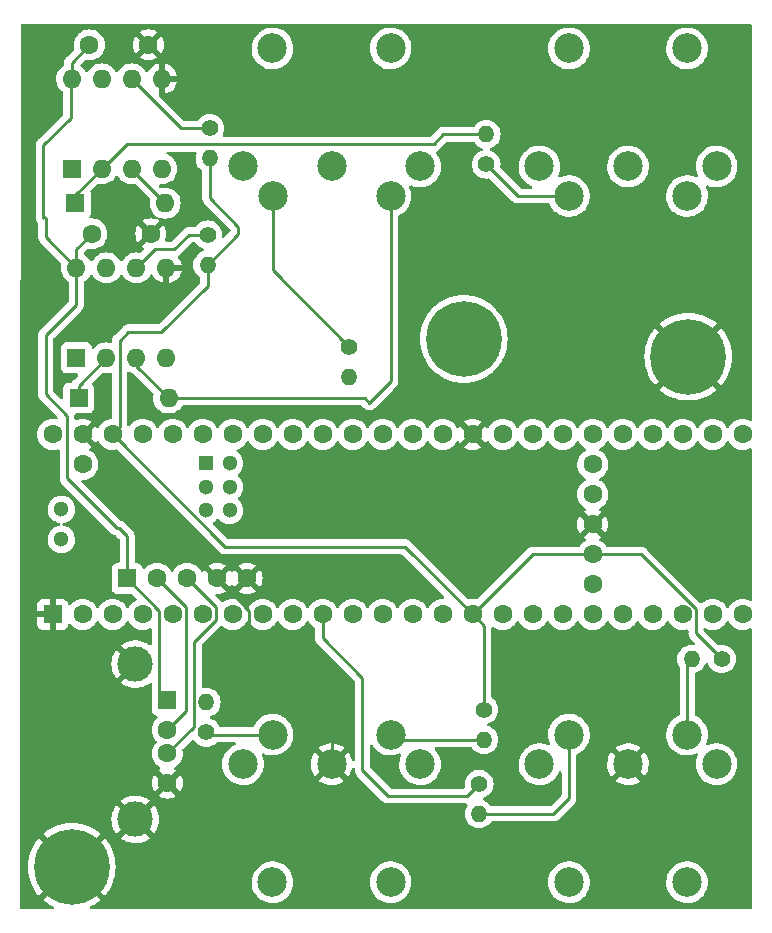
<source format=gbr>
%TF.GenerationSoftware,KiCad,Pcbnew,(6.0.10)*%
%TF.CreationDate,2023-04-08T10:37:49-05:00*%
%TF.ProjectId,AkaiFireSequener,416b6169-4669-4726-9553-657175656e65,rev?*%
%TF.SameCoordinates,Original*%
%TF.FileFunction,Copper,L1,Top*%
%TF.FilePolarity,Positive*%
%FSLAX46Y46*%
G04 Gerber Fmt 4.6, Leading zero omitted, Abs format (unit mm)*
G04 Created by KiCad (PCBNEW (6.0.10)) date 2023-04-08 10:37:49*
%MOMM*%
%LPD*%
G01*
G04 APERTURE LIST*
%TA.AperFunction,ComponentPad*%
%ADD10C,1.600000*%
%TD*%
%TA.AperFunction,ComponentPad*%
%ADD11R,1.600000X1.600000*%
%TD*%
%TA.AperFunction,ComponentPad*%
%ADD12R,1.300000X1.300000*%
%TD*%
%TA.AperFunction,ComponentPad*%
%ADD13C,1.300000*%
%TD*%
%TA.AperFunction,ComponentPad*%
%ADD14C,2.499360*%
%TD*%
%TA.AperFunction,WasherPad*%
%ADD15C,2.499360*%
%TD*%
%TA.AperFunction,ComponentPad*%
%ADD16C,3.000000*%
%TD*%
%TA.AperFunction,ComponentPad*%
%ADD17C,6.400000*%
%TD*%
%TA.AperFunction,ComponentPad*%
%ADD18O,1.600000X1.600000*%
%TD*%
%TA.AperFunction,ComponentPad*%
%ADD19C,1.400000*%
%TD*%
%TA.AperFunction,ComponentPad*%
%ADD20O,1.400000X1.400000*%
%TD*%
%TA.AperFunction,ViaPad*%
%ADD21C,0.800000*%
%TD*%
%TA.AperFunction,Conductor*%
%ADD22C,0.250000*%
%TD*%
G04 APERTURE END LIST*
D10*
%TO.P,U1,49,VUSB*%
%TO.N,unconnected-(U1-Pad49)*%
X91230000Y-114620000D03*
%TO.P,U1,59,GND*%
%TO.N,GND*%
X105149200Y-124269200D03*
%TO.P,U1,58,GND*%
X102609200Y-124269200D03*
%TO.P,U1,57,D+*%
%TO.N,Net-(J1-Pad3)*%
X100069200Y-124269200D03*
%TO.P,U1,56,D-*%
%TO.N,Net-(J1-Pad2)*%
X97529200Y-124269200D03*
D11*
%TO.P,U1,55,5V*%
%TO.N,+5V*%
X94989200Y-124269200D03*
D10*
%TO.P,U1,48,VIN*%
%TO.N,unconnected-(U1-Pad48)*%
X88690000Y-112080000D03*
%TO.P,U1,47,GND*%
%TO.N,GND*%
X91230000Y-112080000D03*
%TO.P,U1,46,3V3*%
%TO.N,+3.3V*%
X93770000Y-112080000D03*
%TO.P,U1,45,23_A9_CRX1_MCLK1*%
%TO.N,unconnected-(U1-Pad45)*%
X96310000Y-112080000D03*
%TO.P,U1,44,22_A8_CTX1*%
%TO.N,unconnected-(U1-Pad44)*%
X98850000Y-112080000D03*
%TO.P,U1,43,21_A7_RX5_BCLK1*%
%TO.N,unconnected-(U1-Pad43)*%
X101390000Y-112080000D03*
%TO.P,U1,42,20_A6_TX5_LRCLK1*%
%TO.N,unconnected-(U1-Pad42)*%
X103930000Y-112080000D03*
%TO.P,U1,41,19_A5_SCL*%
%TO.N,unconnected-(U1-Pad41)*%
X106470000Y-112080000D03*
%TO.P,U1,40,18_A4_SDA*%
%TO.N,unconnected-(U1-Pad40)*%
X109010000Y-112080000D03*
%TO.P,U1,39,17_A3_TX4_SDA1*%
%TO.N,unconnected-(U1-Pad39)*%
X111550000Y-112080000D03*
%TO.P,U1,38,16_A2_RX4_SCL1*%
%TO.N,unconnected-(U1-Pad38)*%
X114090000Y-112080000D03*
%TO.P,U1,37,15_A1_RX3_SPDIF_IN*%
%TO.N,unconnected-(U1-Pad37)*%
X116630000Y-112080000D03*
%TO.P,U1,36,14_A0_TX3_SPDIF_OUT*%
%TO.N,unconnected-(U1-Pad36)*%
X119170000Y-112080000D03*
%TO.P,U1,35,13_SCK_LED*%
%TO.N,unconnected-(U1-Pad35)*%
X121710000Y-112080000D03*
D11*
%TO.P,U1,1,GND*%
%TO.N,GND*%
X88690000Y-127320000D03*
D10*
%TO.P,U1,2,0_RX1_CRX2_CS1*%
%TO.N,Net-(U1-Pad2)*%
X91230000Y-127320000D03*
%TO.P,U1,3,1_TX1_CTX2_MISO1*%
%TO.N,Net-(R1-Pad2)*%
X93770000Y-127320000D03*
%TO.P,U1,4,2_OUT2*%
%TO.N,unconnected-(U1-Pad4)*%
X96310000Y-127320000D03*
%TO.P,U1,5,3_LRCLK2*%
%TO.N,unconnected-(U1-Pad5)*%
X98850000Y-127320000D03*
%TO.P,U1,6,4_BCLK2*%
%TO.N,unconnected-(U1-Pad6)*%
X101390000Y-127320000D03*
%TO.P,U1,7,5_IN2*%
%TO.N,unconnected-(U1-Pad7)*%
X103930000Y-127320000D03*
%TO.P,U1,8,6_OUT1D*%
%TO.N,unconnected-(U1-Pad8)*%
X106470000Y-127320000D03*
%TO.P,U1,9,7_RX2_OUT1A*%
%TO.N,Net-(U1-Pad9)*%
X109010000Y-127320000D03*
%TO.P,U1,10,8_TX2_IN1*%
%TO.N,Net-(U1-Pad10)*%
X111550000Y-127320000D03*
%TO.P,U1,11,9_OUT1C*%
%TO.N,unconnected-(U1-Pad11)*%
X114090000Y-127320000D03*
%TO.P,U1,12,10_CS_MQSR*%
%TO.N,unconnected-(U1-Pad12)*%
X116630000Y-127320000D03*
%TO.P,U1,13,11_MOSI_CTX1*%
%TO.N,unconnected-(U1-Pad13)*%
X119170000Y-127320000D03*
%TO.P,U1,34,GND*%
%TO.N,GND*%
X124250000Y-112080000D03*
%TO.P,U1,33,41_A17*%
%TO.N,unconnected-(U1-Pad33)*%
X126790000Y-112080000D03*
%TO.P,U1,32,40_A16*%
%TO.N,unconnected-(U1-Pad32)*%
X129330000Y-112080000D03*
%TO.P,U1,31,39_MISO1_OUT1A*%
%TO.N,unconnected-(U1-Pad31)*%
X131870000Y-112080000D03*
%TO.P,U1,30,38_CS1_IN1*%
%TO.N,unconnected-(U1-Pad30)*%
X134410000Y-112080000D03*
%TO.P,U1,29,37_CS*%
%TO.N,unconnected-(U1-Pad29)*%
X136950000Y-112080000D03*
%TO.P,U1,28,36_CS*%
%TO.N,unconnected-(U1-Pad28)*%
X139490000Y-112080000D03*
%TO.P,U1,27,35_TX8*%
%TO.N,unconnected-(U1-Pad27)*%
X142030000Y-112080000D03*
%TO.P,U1,26,34_RX8*%
%TO.N,unconnected-(U1-Pad26)*%
X144570000Y-112080000D03*
%TO.P,U1,25,33_MCLK2*%
%TO.N,unconnected-(U1-Pad25)*%
X147110000Y-112080000D03*
%TO.P,U1,24,32_OUT1B*%
%TO.N,unconnected-(U1-Pad24)*%
X147110000Y-127320000D03*
%TO.P,U1,23,31_CTX3*%
%TO.N,unconnected-(U1-Pad23)*%
X144570000Y-127320000D03*
%TO.P,U1,22,30_CRX3*%
%TO.N,unconnected-(U1-Pad22)*%
X142030000Y-127320000D03*
%TO.P,U1,21,29_TX7*%
%TO.N,unconnected-(U1-Pad21)*%
X139490000Y-127320000D03*
%TO.P,U1,14,12_MISO_MQSL*%
%TO.N,unconnected-(U1-Pad14)*%
X121710000Y-127320000D03*
%TO.P,U1,15,3V3*%
%TO.N,+3.3V*%
X124250000Y-127320000D03*
%TO.P,U1,16,24_A10_TX6_SCL2*%
%TO.N,unconnected-(U1-Pad16)*%
X126790000Y-127320000D03*
%TO.P,U1,20,28_RX7*%
%TO.N,unconnected-(U1-Pad20)*%
X136950000Y-127320000D03*
%TO.P,U1,19,27_A13_SCK1*%
%TO.N,unconnected-(U1-Pad19)*%
X134410000Y-127320000D03*
%TO.P,U1,18,26_A12_MOSI1*%
%TO.N,unconnected-(U1-Pad18)*%
X131870000Y-127320000D03*
%TO.P,U1,17,25_A11_RX6_SDA2*%
%TO.N,unconnected-(U1-Pad17)*%
X129330000Y-127320000D03*
D12*
%TO.P,U1,60,R+*%
%TO.N,unconnected-(U1-Pad60)*%
X101660000Y-114518400D03*
D13*
%TO.P,U1,65,R-*%
%TO.N,unconnected-(U1-Pad65)*%
X103660000Y-114518400D03*
%TO.P,U1,61,LED*%
%TO.N,unconnected-(U1-Pad61)*%
X101660000Y-116518400D03*
%TO.P,U1,64,GND*%
%TO.N,unconnected-(U1-Pad64)*%
X103660000Y-116518400D03*
%TO.P,U1,63,T+*%
%TO.N,unconnected-(U1-Pad63)*%
X103660000Y-118518400D03*
%TO.P,U1,62,T-*%
%TO.N,unconnected-(U1-Pad62)*%
X101660000Y-118518400D03*
D10*
%TO.P,U1,50,VBAT*%
%TO.N,unconnected-(U1-Pad50)*%
X134410000Y-124780000D03*
%TO.P,U1,51,3V3*%
%TO.N,+3.3V*%
X134410000Y-122240000D03*
%TO.P,U1,52,GND*%
%TO.N,GND*%
X134410000Y-119700000D03*
%TO.P,U1,53,PROGRAM*%
%TO.N,unconnected-(U1-Pad53)*%
X134410000Y-117160000D03*
%TO.P,U1,54,ON_OFF*%
%TO.N,unconnected-(U1-Pad54)*%
X134410000Y-114620000D03*
D13*
%TO.P,U1,67,D+*%
%TO.N,unconnected-(U1-Pad67)*%
X89420000Y-120970000D03*
%TO.P,U1,66,D-*%
%TO.N,unconnected-(U1-Pad66)*%
X89420000Y-118430000D03*
%TD*%
D14*
%TO.P,J5,3*%
%TO.N,unconnected-(J5-Pad3)*%
X144898080Y-89397200D03*
%TO.P,J5,4*%
%TO.N,Net-(J5-Pad4)*%
X132403820Y-91899100D03*
%TO.P,J5,2*%
%TO.N,unconnected-(J5-Pad2)*%
X137400000Y-89399740D03*
%TO.P,J5,1*%
%TO.N,unconnected-(J5-Pad1)*%
X129901920Y-89397200D03*
%TO.P,J5,5*%
%TO.N,Net-(D1-Pad2)*%
X142396180Y-91899100D03*
D15*
%TO.P,J5,*%
%TO.N,*%
X132398740Y-79402300D03*
X142401260Y-79402300D03*
%TD*%
D14*
%TO.P,J4,3*%
%TO.N,unconnected-(J4-Pad3)*%
X119798080Y-89397200D03*
%TO.P,J4,4*%
%TO.N,Net-(J4-Pad4)*%
X107303820Y-91899100D03*
%TO.P,J4,2*%
%TO.N,unconnected-(J4-Pad2)*%
X112300000Y-89399740D03*
%TO.P,J4,1*%
%TO.N,unconnected-(J4-Pad1)*%
X104801920Y-89397200D03*
%TO.P,J4,5*%
%TO.N,Net-(D2-Pad2)*%
X117296180Y-91899100D03*
D15*
%TO.P,J4,*%
%TO.N,*%
X107298740Y-79402300D03*
X117301260Y-79402300D03*
%TD*%
D11*
%TO.P,J1,1,VBUS*%
%TO.N,+5V*%
X98390000Y-134600000D03*
D10*
%TO.P,J1,2,D-*%
%TO.N,Net-(J1-Pad2)*%
X98390000Y-137100000D03*
%TO.P,J1,3,D+*%
%TO.N,Net-(J1-Pad3)*%
X98390000Y-139100000D03*
%TO.P,J1,4,GND*%
%TO.N,GND*%
X98390000Y-141600000D03*
D16*
%TO.P,J1,5,Shield*%
X95680000Y-131530000D03*
X95680000Y-144670000D03*
%TD*%
D17*
%TO.P,H1,1,1*%
%TO.N,N/C*%
X123500000Y-104000000D03*
%TD*%
%TO.P,H4,1,1*%
%TO.N,GND*%
X90300000Y-148700000D03*
%TD*%
%TO.P,H1,1,1*%
%TO.N,GND*%
X142500000Y-105500000D03*
%TD*%
D10*
%TO.P,C2,1*%
%TO.N,+5V*%
X91800000Y-79100000D03*
%TO.P,C2,2*%
%TO.N,GND*%
X96800000Y-79100000D03*
%TD*%
%TO.P,C1,1*%
%TO.N,+5V*%
X92000000Y-95100000D03*
%TO.P,C1,2*%
%TO.N,GND*%
X97000000Y-95100000D03*
%TD*%
D18*
%TO.P,U3,8,VCC*%
%TO.N,+5V*%
X90300000Y-81980000D03*
%TO.P,U3,7,VO1*%
%TO.N,unconnected-(U3-Pad7)*%
X92840000Y-81980000D03*
%TO.P,U3,6,VO2*%
%TO.N,Net-(U1-Pad2)*%
X95380000Y-81980000D03*
%TO.P,U3,5,GND*%
%TO.N,GND*%
X97920000Y-81980000D03*
%TO.P,U3,4,NC*%
%TO.N,unconnected-(U3-Pad4)*%
X97920000Y-89600000D03*
%TO.P,U3,3,C2*%
%TO.N,Net-(D1-Pad2)*%
X95380000Y-89600000D03*
%TO.P,U3,2,C1*%
%TO.N,Net-(D1-Pad1)*%
X92840000Y-89600000D03*
D11*
%TO.P,U3,1,NC*%
%TO.N,unconnected-(U3-Pad1)*%
X90300000Y-89600000D03*
%TD*%
%TO.P,U2,1,NC*%
%TO.N,unconnected-(U2-Pad1)*%
X90700000Y-105600000D03*
D18*
%TO.P,U2,2,C1*%
%TO.N,Net-(D2-Pad1)*%
X93240000Y-105600000D03*
%TO.P,U2,3,C2*%
%TO.N,Net-(D2-Pad2)*%
X95780000Y-105600000D03*
%TO.P,U2,4,NC*%
%TO.N,unconnected-(U2-Pad4)*%
X98320000Y-105600000D03*
%TO.P,U2,5,GND*%
%TO.N,GND*%
X98320000Y-97980000D03*
%TO.P,U2,6,VO2*%
%TO.N,Net-(U1-Pad9)*%
X95780000Y-97980000D03*
%TO.P,U2,7,VO1*%
%TO.N,unconnected-(U2-Pad7)*%
X93240000Y-97980000D03*
%TO.P,U2,8,VCC*%
%TO.N,+5V*%
X90700000Y-97980000D03*
%TD*%
D19*
%TO.P,R8,1*%
%TO.N,Net-(U1-Pad2)*%
X102000000Y-86180000D03*
D20*
%TO.P,R8,2*%
%TO.N,+3.3V*%
X102000000Y-88720000D03*
%TD*%
D19*
%TO.P,R7,1*%
%TO.N,Net-(U1-Pad9)*%
X101800000Y-95180000D03*
D20*
%TO.P,R7,2*%
%TO.N,+3.3V*%
X101800000Y-97720000D03*
%TD*%
D19*
%TO.P,R6,1*%
%TO.N,Net-(J4-Pad4)*%
X113800000Y-104680000D03*
D20*
%TO.P,R6,2*%
%TO.N,Net-(D2-Pad1)*%
X113800000Y-107220000D03*
%TD*%
D19*
%TO.P,R5,1*%
%TO.N,Net-(J5-Pad4)*%
X125400000Y-89220000D03*
D20*
%TO.P,R5,2*%
%TO.N,Net-(D1-Pad1)*%
X125400000Y-86680000D03*
%TD*%
D11*
%TO.P,D2,1,K*%
%TO.N,Net-(D2-Pad1)*%
X90890000Y-109000000D03*
D18*
%TO.P,D2,2,A*%
%TO.N,Net-(D2-Pad2)*%
X98510000Y-109000000D03*
%TD*%
D11*
%TO.P,D1,1,K*%
%TO.N,Net-(D1-Pad1)*%
X90590000Y-92500000D03*
D18*
%TO.P,D1,2,A*%
%TO.N,Net-(D1-Pad2)*%
X98210000Y-92500000D03*
%TD*%
D19*
%TO.P,R4,1*%
%TO.N,+3.3V*%
X145320000Y-131100000D03*
D20*
%TO.P,R4,2*%
%TO.N,Net-(J3-Pad4)*%
X142780000Y-131100000D03*
%TD*%
D19*
%TO.P,R3,1*%
%TO.N,Net-(U1-Pad10)*%
X124800000Y-141680000D03*
D20*
%TO.P,R3,2*%
%TO.N,Net-(J3-Pad5)*%
X124800000Y-144220000D03*
%TD*%
D19*
%TO.P,R2,1*%
%TO.N,+3.3V*%
X125200000Y-135380000D03*
D20*
%TO.P,R2,2*%
%TO.N,Net-(J2-Pad4)*%
X125200000Y-137920000D03*
%TD*%
%TO.P,R1,2*%
%TO.N,Net-(R1-Pad2)*%
X101700000Y-134780000D03*
D19*
%TO.P,R1,1*%
%TO.N,Net-(J2-Pad5)*%
X101700000Y-137320000D03*
%TD*%
D14*
%TO.P,J3,3*%
%TO.N,unconnected-(J3-Pad3)*%
X129901920Y-140002800D03*
%TO.P,J3,4*%
%TO.N,Net-(J3-Pad4)*%
X142396180Y-137500900D03*
%TO.P,J3,2*%
%TO.N,GND*%
X137400000Y-140000260D03*
%TO.P,J3,1*%
%TO.N,unconnected-(J3-Pad1)*%
X144898080Y-140002800D03*
%TO.P,J3,5*%
%TO.N,Net-(J3-Pad5)*%
X132403820Y-137500900D03*
D15*
%TO.P,J3,*%
%TO.N,*%
X142401260Y-149997700D03*
X132398740Y-149997700D03*
%TD*%
%TO.P,J2,*%
%TO.N,*%
X107298740Y-149997700D03*
X117301260Y-149997700D03*
D14*
%TO.P,J2,5*%
%TO.N,Net-(J2-Pad5)*%
X107303820Y-137500900D03*
%TO.P,J2,1*%
%TO.N,unconnected-(J2-Pad1)*%
X119798080Y-140002800D03*
%TO.P,J2,2*%
%TO.N,GND*%
X112300000Y-140000260D03*
%TO.P,J2,4*%
%TO.N,Net-(J2-Pad4)*%
X117296180Y-137500900D03*
%TO.P,J2,3*%
%TO.N,unconnected-(J2-Pad3)*%
X104801920Y-140002800D03*
%TD*%
D21*
%TO.N,GND*%
X134200000Y-83800000D03*
X102500000Y-82500000D03*
X110700000Y-84400000D03*
X119800000Y-99600000D03*
X125000000Y-92300000D03*
X128800000Y-101300000D03*
X132600000Y-107200000D03*
X138000000Y-133400000D03*
X123400000Y-139800000D03*
X127900000Y-137000000D03*
X129400000Y-147300000D03*
X138000000Y-143300000D03*
X131500000Y-131500000D03*
X112700000Y-118300000D03*
X125700000Y-118100000D03*
X89900000Y-141400000D03*
X90300000Y-134400000D03*
X116900000Y-145400000D03*
X106000000Y-144400000D03*
%TD*%
D22*
%TO.N,Net-(D2-Pad2)*%
X115500000Y-109400000D02*
X117296180Y-107603820D01*
X117296180Y-107603820D02*
X117296180Y-91899100D01*
X98510000Y-109000000D02*
X115100000Y-109000000D01*
X115100000Y-109000000D02*
X115500000Y-109400000D01*
%TO.N,Net-(J4-Pad4)*%
X107303820Y-98183820D02*
X107303820Y-91899100D01*
X113800000Y-104680000D02*
X107303820Y-98183820D01*
%TO.N,GND*%
X112300000Y-137200000D02*
X112300000Y-140000260D01*
X105345000Y-130245000D02*
X112300000Y-137200000D01*
X105345000Y-127005000D02*
X105345000Y-130245000D01*
X102609200Y-124269200D02*
X105345000Y-127005000D01*
%TO.N,+3.3V*%
X129330000Y-122240000D02*
X134410000Y-122240000D01*
X124250000Y-127320000D02*
X129330000Y-122240000D01*
%TO.N,Net-(J5-Pad4)*%
X128079100Y-91899100D02*
X125400000Y-89220000D01*
X132403820Y-91899100D02*
X128079100Y-91899100D01*
%TO.N,Net-(D1-Pad1)*%
X120940000Y-87500000D02*
X94940000Y-87500000D01*
X94940000Y-87500000D02*
X92840000Y-89600000D01*
X121760000Y-86680000D02*
X120940000Y-87500000D01*
X125400000Y-86680000D02*
X121760000Y-86680000D01*
%TO.N,+3.3V*%
X103290000Y-121600000D02*
X93770000Y-112080000D01*
X118530000Y-121600000D02*
X103290000Y-121600000D01*
X124250000Y-127320000D02*
X118530000Y-121600000D01*
X94365000Y-104135000D02*
X95100000Y-103400000D01*
X95100000Y-103400000D02*
X97900000Y-103400000D01*
X94365000Y-111485000D02*
X94365000Y-104135000D01*
X93770000Y-112080000D02*
X94365000Y-111485000D01*
X97900000Y-103400000D02*
X101800000Y-99500000D01*
X101800000Y-99500000D02*
X101800000Y-97720000D01*
%TO.N,Net-(D1-Pad1)*%
X90590000Y-91850000D02*
X92840000Y-89600000D01*
X90590000Y-92500000D02*
X90590000Y-91850000D01*
%TO.N,Net-(D1-Pad2)*%
X95380000Y-89670000D02*
X95380000Y-89600000D01*
X98210000Y-92500000D02*
X95380000Y-89670000D01*
%TO.N,Net-(U1-Pad2)*%
X99580000Y-86180000D02*
X95380000Y-81980000D01*
X102000000Y-86180000D02*
X99580000Y-86180000D01*
%TO.N,+5V*%
X90300000Y-80600000D02*
X91800000Y-79100000D01*
X90300000Y-81980000D02*
X90300000Y-80600000D01*
%TO.N,GND*%
X97920000Y-80220000D02*
X96800000Y-79100000D01*
X97920000Y-81980000D02*
X97920000Y-80220000D01*
%TO.N,+5V*%
X90700000Y-96400000D02*
X92000000Y-95100000D01*
X90700000Y-97980000D02*
X90700000Y-96400000D01*
X88100000Y-93800000D02*
X87900000Y-93600000D01*
X88100000Y-95380000D02*
X88100000Y-93800000D01*
X87900000Y-93600000D02*
X87900000Y-93780000D01*
X87900000Y-87600000D02*
X87900000Y-93600000D01*
X94989200Y-120689200D02*
X94300000Y-120000000D01*
X94989200Y-124269200D02*
X94989200Y-120689200D01*
X94100000Y-120000000D02*
X94300000Y-120000000D01*
X89900000Y-115800000D02*
X94100000Y-120000000D01*
X89900000Y-110500000D02*
X89900000Y-115800000D01*
X88100000Y-103700000D02*
X88100000Y-108700000D01*
X90700000Y-101100000D02*
X88100000Y-103700000D01*
X88100000Y-108700000D02*
X89900000Y-110500000D01*
X90700000Y-97980000D02*
X90700000Y-101100000D01*
%TO.N,+3.3V*%
X102000000Y-92100000D02*
X102000000Y-88720000D01*
X104400000Y-94500000D02*
X102000000Y-92100000D01*
X104400000Y-95120000D02*
X104400000Y-94500000D01*
X101800000Y-97720000D02*
X104400000Y-95120000D01*
%TO.N,Net-(U1-Pad9)*%
X100220000Y-95180000D02*
X99000000Y-96400000D01*
X99000000Y-96400000D02*
X97360000Y-96400000D01*
X101800000Y-95180000D02*
X100220000Y-95180000D01*
X97360000Y-96400000D02*
X95780000Y-97980000D01*
%TO.N,+5V*%
X88100000Y-95380000D02*
X90700000Y-97980000D01*
X90220000Y-85280000D02*
X87900000Y-87600000D01*
X90220000Y-81580000D02*
X90220000Y-85280000D01*
%TO.N,Net-(D2-Pad2)*%
X95780000Y-106270000D02*
X95780000Y-105600000D01*
X98510000Y-109000000D02*
X95780000Y-106270000D01*
%TO.N,Net-(D2-Pad1)*%
X90890000Y-107950000D02*
X93240000Y-105600000D01*
X90890000Y-109000000D02*
X90890000Y-107950000D01*
%TO.N,Net-(J1-Pad3)*%
X102515000Y-126715000D02*
X100069200Y-124269200D01*
X102515000Y-127785991D02*
X102515000Y-126715000D01*
X100675000Y-129625991D02*
X102515000Y-127785991D01*
X100675000Y-136815000D02*
X100675000Y-129625991D01*
X98390000Y-139100000D02*
X100675000Y-136815000D01*
%TO.N,Net-(J1-Pad2)*%
X99975000Y-126715000D02*
X97529200Y-124269200D01*
X99975000Y-135515000D02*
X99975000Y-126715000D01*
X98390000Y-137100000D02*
X99975000Y-135515000D01*
%TO.N,+5V*%
X97725000Y-127005000D02*
X94989200Y-124269200D01*
X97725000Y-133935000D02*
X97725000Y-127005000D01*
X98390000Y-134600000D02*
X97725000Y-133935000D01*
%TO.N,Net-(J2-Pad5)*%
X101880900Y-137500900D02*
X101700000Y-137320000D01*
X107303820Y-137500900D02*
X101880900Y-137500900D01*
%TO.N,Net-(U1-Pad10)*%
X114900000Y-132700000D02*
X111550000Y-129350000D01*
X111550000Y-129350000D02*
X111550000Y-127320000D01*
X114900000Y-140500000D02*
X114900000Y-132700000D01*
X117100000Y-142700000D02*
X114900000Y-140500000D01*
X124800000Y-141680000D02*
X123780000Y-142700000D01*
X123780000Y-142700000D02*
X117100000Y-142700000D01*
%TO.N,Net-(J2-Pad4)*%
X117715280Y-137920000D02*
X117296180Y-137500900D01*
X125200000Y-137920000D02*
X117715280Y-137920000D01*
%TO.N,Net-(J3-Pad4)*%
X142396180Y-131483820D02*
X142780000Y-131100000D01*
X142396180Y-137500900D02*
X142396180Y-131483820D01*
%TO.N,+3.3V*%
X125200000Y-128270000D02*
X124250000Y-127320000D01*
X125200000Y-135380000D02*
X125200000Y-128270000D01*
X143155000Y-126854009D02*
X138540991Y-122240000D01*
X138540991Y-122240000D02*
X134410000Y-122240000D01*
X143155000Y-128935000D02*
X143155000Y-126854009D01*
X145320000Y-131100000D02*
X143155000Y-128935000D01*
%TO.N,Net-(J3-Pad5)*%
X131080000Y-144220000D02*
X124800000Y-144220000D01*
X132403820Y-137500900D02*
X132403820Y-142896180D01*
X132403820Y-142896180D02*
X131080000Y-144220000D01*
%TD*%
%TA.AperFunction,Conductor*%
%TO.N,GND*%
G36*
X147833621Y-77328502D02*
G01*
X147880114Y-77382158D01*
X147891500Y-77434500D01*
X147891500Y-110802869D01*
X147871498Y-110870990D01*
X147817842Y-110917483D01*
X147747568Y-110927587D01*
X147712250Y-110917064D01*
X147564225Y-110848039D01*
X147564224Y-110848039D01*
X147559243Y-110845716D01*
X147553935Y-110844294D01*
X147553933Y-110844293D01*
X147343402Y-110787881D01*
X147343400Y-110787881D01*
X147338087Y-110786457D01*
X147110000Y-110766502D01*
X146881913Y-110786457D01*
X146876600Y-110787881D01*
X146876598Y-110787881D01*
X146666067Y-110844293D01*
X146666065Y-110844294D01*
X146660757Y-110845716D01*
X146655776Y-110848039D01*
X146655775Y-110848039D01*
X146458238Y-110940151D01*
X146458233Y-110940154D01*
X146453251Y-110942477D01*
X146396080Y-110982509D01*
X146270211Y-111070643D01*
X146270208Y-111070645D01*
X146265700Y-111073802D01*
X146103802Y-111235700D01*
X145972477Y-111423251D01*
X145970154Y-111428233D01*
X145970151Y-111428238D01*
X145954195Y-111462457D01*
X145907278Y-111515742D01*
X145839001Y-111535203D01*
X145771041Y-111514661D01*
X145725805Y-111462457D01*
X145709849Y-111428238D01*
X145709846Y-111428233D01*
X145707523Y-111423251D01*
X145576198Y-111235700D01*
X145414300Y-111073802D01*
X145409792Y-111070645D01*
X145409789Y-111070643D01*
X145283920Y-110982509D01*
X145226749Y-110942477D01*
X145221767Y-110940154D01*
X145221762Y-110940151D01*
X145024225Y-110848039D01*
X145024224Y-110848039D01*
X145019243Y-110845716D01*
X145013935Y-110844294D01*
X145013933Y-110844293D01*
X144803402Y-110787881D01*
X144803400Y-110787881D01*
X144798087Y-110786457D01*
X144570000Y-110766502D01*
X144341913Y-110786457D01*
X144336600Y-110787881D01*
X144336598Y-110787881D01*
X144126067Y-110844293D01*
X144126065Y-110844294D01*
X144120757Y-110845716D01*
X144115776Y-110848039D01*
X144115775Y-110848039D01*
X143918238Y-110940151D01*
X143918233Y-110940154D01*
X143913251Y-110942477D01*
X143856080Y-110982509D01*
X143730211Y-111070643D01*
X143730208Y-111070645D01*
X143725700Y-111073802D01*
X143563802Y-111235700D01*
X143432477Y-111423251D01*
X143430154Y-111428233D01*
X143430151Y-111428238D01*
X143414195Y-111462457D01*
X143367278Y-111515742D01*
X143299001Y-111535203D01*
X143231041Y-111514661D01*
X143185805Y-111462457D01*
X143169849Y-111428238D01*
X143169846Y-111428233D01*
X143167523Y-111423251D01*
X143036198Y-111235700D01*
X142874300Y-111073802D01*
X142869792Y-111070645D01*
X142869789Y-111070643D01*
X142743920Y-110982509D01*
X142686749Y-110942477D01*
X142681767Y-110940154D01*
X142681762Y-110940151D01*
X142484225Y-110848039D01*
X142484224Y-110848039D01*
X142479243Y-110845716D01*
X142473935Y-110844294D01*
X142473933Y-110844293D01*
X142263402Y-110787881D01*
X142263400Y-110787881D01*
X142258087Y-110786457D01*
X142030000Y-110766502D01*
X141801913Y-110786457D01*
X141796600Y-110787881D01*
X141796598Y-110787881D01*
X141586067Y-110844293D01*
X141586065Y-110844294D01*
X141580757Y-110845716D01*
X141575776Y-110848039D01*
X141575775Y-110848039D01*
X141378238Y-110940151D01*
X141378233Y-110940154D01*
X141373251Y-110942477D01*
X141316080Y-110982509D01*
X141190211Y-111070643D01*
X141190208Y-111070645D01*
X141185700Y-111073802D01*
X141023802Y-111235700D01*
X140892477Y-111423251D01*
X140890154Y-111428233D01*
X140890151Y-111428238D01*
X140874195Y-111462457D01*
X140827278Y-111515742D01*
X140759001Y-111535203D01*
X140691041Y-111514661D01*
X140645805Y-111462457D01*
X140629849Y-111428238D01*
X140629846Y-111428233D01*
X140627523Y-111423251D01*
X140496198Y-111235700D01*
X140334300Y-111073802D01*
X140329792Y-111070645D01*
X140329789Y-111070643D01*
X140203920Y-110982509D01*
X140146749Y-110942477D01*
X140141767Y-110940154D01*
X140141762Y-110940151D01*
X139944225Y-110848039D01*
X139944224Y-110848039D01*
X139939243Y-110845716D01*
X139933935Y-110844294D01*
X139933933Y-110844293D01*
X139723402Y-110787881D01*
X139723400Y-110787881D01*
X139718087Y-110786457D01*
X139490000Y-110766502D01*
X139261913Y-110786457D01*
X139256600Y-110787881D01*
X139256598Y-110787881D01*
X139046067Y-110844293D01*
X139046065Y-110844294D01*
X139040757Y-110845716D01*
X139035776Y-110848039D01*
X139035775Y-110848039D01*
X138838238Y-110940151D01*
X138838233Y-110940154D01*
X138833251Y-110942477D01*
X138776080Y-110982509D01*
X138650211Y-111070643D01*
X138650208Y-111070645D01*
X138645700Y-111073802D01*
X138483802Y-111235700D01*
X138352477Y-111423251D01*
X138350154Y-111428233D01*
X138350151Y-111428238D01*
X138334195Y-111462457D01*
X138287278Y-111515742D01*
X138219001Y-111535203D01*
X138151041Y-111514661D01*
X138105805Y-111462457D01*
X138089849Y-111428238D01*
X138089846Y-111428233D01*
X138087523Y-111423251D01*
X137956198Y-111235700D01*
X137794300Y-111073802D01*
X137789792Y-111070645D01*
X137789789Y-111070643D01*
X137663920Y-110982509D01*
X137606749Y-110942477D01*
X137601767Y-110940154D01*
X137601762Y-110940151D01*
X137404225Y-110848039D01*
X137404224Y-110848039D01*
X137399243Y-110845716D01*
X137393935Y-110844294D01*
X137393933Y-110844293D01*
X137183402Y-110787881D01*
X137183400Y-110787881D01*
X137178087Y-110786457D01*
X136950000Y-110766502D01*
X136721913Y-110786457D01*
X136716600Y-110787881D01*
X136716598Y-110787881D01*
X136506067Y-110844293D01*
X136506065Y-110844294D01*
X136500757Y-110845716D01*
X136495776Y-110848039D01*
X136495775Y-110848039D01*
X136298238Y-110940151D01*
X136298233Y-110940154D01*
X136293251Y-110942477D01*
X136236080Y-110982509D01*
X136110211Y-111070643D01*
X136110208Y-111070645D01*
X136105700Y-111073802D01*
X135943802Y-111235700D01*
X135812477Y-111423251D01*
X135810154Y-111428233D01*
X135810151Y-111428238D01*
X135794195Y-111462457D01*
X135747278Y-111515742D01*
X135679001Y-111535203D01*
X135611041Y-111514661D01*
X135565805Y-111462457D01*
X135549849Y-111428238D01*
X135549846Y-111428233D01*
X135547523Y-111423251D01*
X135416198Y-111235700D01*
X135254300Y-111073802D01*
X135249792Y-111070645D01*
X135249789Y-111070643D01*
X135123920Y-110982509D01*
X135066749Y-110942477D01*
X135061767Y-110940154D01*
X135061762Y-110940151D01*
X134864225Y-110848039D01*
X134864224Y-110848039D01*
X134859243Y-110845716D01*
X134853935Y-110844294D01*
X134853933Y-110844293D01*
X134643402Y-110787881D01*
X134643400Y-110787881D01*
X134638087Y-110786457D01*
X134410000Y-110766502D01*
X134181913Y-110786457D01*
X134176600Y-110787881D01*
X134176598Y-110787881D01*
X133966067Y-110844293D01*
X133966065Y-110844294D01*
X133960757Y-110845716D01*
X133955776Y-110848039D01*
X133955775Y-110848039D01*
X133758238Y-110940151D01*
X133758233Y-110940154D01*
X133753251Y-110942477D01*
X133696080Y-110982509D01*
X133570211Y-111070643D01*
X133570208Y-111070645D01*
X133565700Y-111073802D01*
X133403802Y-111235700D01*
X133272477Y-111423251D01*
X133270154Y-111428233D01*
X133270151Y-111428238D01*
X133254195Y-111462457D01*
X133207278Y-111515742D01*
X133139001Y-111535203D01*
X133071041Y-111514661D01*
X133025805Y-111462457D01*
X133009849Y-111428238D01*
X133009846Y-111428233D01*
X133007523Y-111423251D01*
X132876198Y-111235700D01*
X132714300Y-111073802D01*
X132709792Y-111070645D01*
X132709789Y-111070643D01*
X132583920Y-110982509D01*
X132526749Y-110942477D01*
X132521767Y-110940154D01*
X132521762Y-110940151D01*
X132324225Y-110848039D01*
X132324224Y-110848039D01*
X132319243Y-110845716D01*
X132313935Y-110844294D01*
X132313933Y-110844293D01*
X132103402Y-110787881D01*
X132103400Y-110787881D01*
X132098087Y-110786457D01*
X131870000Y-110766502D01*
X131641913Y-110786457D01*
X131636600Y-110787881D01*
X131636598Y-110787881D01*
X131426067Y-110844293D01*
X131426065Y-110844294D01*
X131420757Y-110845716D01*
X131415776Y-110848039D01*
X131415775Y-110848039D01*
X131218238Y-110940151D01*
X131218233Y-110940154D01*
X131213251Y-110942477D01*
X131156080Y-110982509D01*
X131030211Y-111070643D01*
X131030208Y-111070645D01*
X131025700Y-111073802D01*
X130863802Y-111235700D01*
X130732477Y-111423251D01*
X130730154Y-111428233D01*
X130730151Y-111428238D01*
X130714195Y-111462457D01*
X130667278Y-111515742D01*
X130599001Y-111535203D01*
X130531041Y-111514661D01*
X130485805Y-111462457D01*
X130469849Y-111428238D01*
X130469846Y-111428233D01*
X130467523Y-111423251D01*
X130336198Y-111235700D01*
X130174300Y-111073802D01*
X130169792Y-111070645D01*
X130169789Y-111070643D01*
X130043920Y-110982509D01*
X129986749Y-110942477D01*
X129981767Y-110940154D01*
X129981762Y-110940151D01*
X129784225Y-110848039D01*
X129784224Y-110848039D01*
X129779243Y-110845716D01*
X129773935Y-110844294D01*
X129773933Y-110844293D01*
X129563402Y-110787881D01*
X129563400Y-110787881D01*
X129558087Y-110786457D01*
X129330000Y-110766502D01*
X129101913Y-110786457D01*
X129096600Y-110787881D01*
X129096598Y-110787881D01*
X128886067Y-110844293D01*
X128886065Y-110844294D01*
X128880757Y-110845716D01*
X128875776Y-110848039D01*
X128875775Y-110848039D01*
X128678238Y-110940151D01*
X128678233Y-110940154D01*
X128673251Y-110942477D01*
X128616080Y-110982509D01*
X128490211Y-111070643D01*
X128490208Y-111070645D01*
X128485700Y-111073802D01*
X128323802Y-111235700D01*
X128192477Y-111423251D01*
X128190154Y-111428233D01*
X128190151Y-111428238D01*
X128174195Y-111462457D01*
X128127278Y-111515742D01*
X128059001Y-111535203D01*
X127991041Y-111514661D01*
X127945805Y-111462457D01*
X127929849Y-111428238D01*
X127929846Y-111428233D01*
X127927523Y-111423251D01*
X127796198Y-111235700D01*
X127634300Y-111073802D01*
X127629792Y-111070645D01*
X127629789Y-111070643D01*
X127503920Y-110982509D01*
X127446749Y-110942477D01*
X127441767Y-110940154D01*
X127441762Y-110940151D01*
X127244225Y-110848039D01*
X127244224Y-110848039D01*
X127239243Y-110845716D01*
X127233935Y-110844294D01*
X127233933Y-110844293D01*
X127023402Y-110787881D01*
X127023400Y-110787881D01*
X127018087Y-110786457D01*
X126790000Y-110766502D01*
X126561913Y-110786457D01*
X126556600Y-110787881D01*
X126556598Y-110787881D01*
X126346067Y-110844293D01*
X126346065Y-110844294D01*
X126340757Y-110845716D01*
X126335776Y-110848039D01*
X126335775Y-110848039D01*
X126138238Y-110940151D01*
X126138233Y-110940154D01*
X126133251Y-110942477D01*
X126076080Y-110982509D01*
X125950211Y-111070643D01*
X125950208Y-111070645D01*
X125945700Y-111073802D01*
X125783802Y-111235700D01*
X125652477Y-111423251D01*
X125650154Y-111428233D01*
X125650151Y-111428238D01*
X125633919Y-111463049D01*
X125587002Y-111516334D01*
X125518725Y-111535795D01*
X125450765Y-111515253D01*
X125405529Y-111463049D01*
X125389414Y-111428489D01*
X125383931Y-111418994D01*
X125347491Y-111366952D01*
X125337012Y-111358576D01*
X125323566Y-111365644D01*
X124622022Y-112067188D01*
X124614408Y-112081132D01*
X124614539Y-112082965D01*
X124618790Y-112089580D01*
X125324287Y-112795077D01*
X125336062Y-112801507D01*
X125348077Y-112792211D01*
X125383931Y-112741006D01*
X125389414Y-112731511D01*
X125405529Y-112696951D01*
X125452446Y-112643666D01*
X125520723Y-112624205D01*
X125588683Y-112644747D01*
X125633919Y-112696951D01*
X125650151Y-112731762D01*
X125650154Y-112731767D01*
X125652477Y-112736749D01*
X125783802Y-112924300D01*
X125945700Y-113086198D01*
X125950208Y-113089355D01*
X125950211Y-113089357D01*
X126008500Y-113130171D01*
X126133251Y-113217523D01*
X126138233Y-113219846D01*
X126138238Y-113219849D01*
X126280620Y-113286242D01*
X126340757Y-113314284D01*
X126346065Y-113315706D01*
X126346067Y-113315707D01*
X126556598Y-113372119D01*
X126556600Y-113372119D01*
X126561913Y-113373543D01*
X126790000Y-113393498D01*
X127018087Y-113373543D01*
X127023400Y-113372119D01*
X127023402Y-113372119D01*
X127233933Y-113315707D01*
X127233935Y-113315706D01*
X127239243Y-113314284D01*
X127299380Y-113286242D01*
X127441762Y-113219849D01*
X127441767Y-113219846D01*
X127446749Y-113217523D01*
X127571500Y-113130171D01*
X127629789Y-113089357D01*
X127629792Y-113089355D01*
X127634300Y-113086198D01*
X127796198Y-112924300D01*
X127927523Y-112736749D01*
X127929846Y-112731767D01*
X127929849Y-112731762D01*
X127945805Y-112697543D01*
X127992722Y-112644258D01*
X128060999Y-112624797D01*
X128128959Y-112645339D01*
X128174195Y-112697543D01*
X128190151Y-112731762D01*
X128190154Y-112731767D01*
X128192477Y-112736749D01*
X128323802Y-112924300D01*
X128485700Y-113086198D01*
X128490208Y-113089355D01*
X128490211Y-113089357D01*
X128548500Y-113130171D01*
X128673251Y-113217523D01*
X128678233Y-113219846D01*
X128678238Y-113219849D01*
X128820620Y-113286242D01*
X128880757Y-113314284D01*
X128886065Y-113315706D01*
X128886067Y-113315707D01*
X129096598Y-113372119D01*
X129096600Y-113372119D01*
X129101913Y-113373543D01*
X129330000Y-113393498D01*
X129558087Y-113373543D01*
X129563400Y-113372119D01*
X129563402Y-113372119D01*
X129773933Y-113315707D01*
X129773935Y-113315706D01*
X129779243Y-113314284D01*
X129839380Y-113286242D01*
X129981762Y-113219849D01*
X129981767Y-113219846D01*
X129986749Y-113217523D01*
X130111500Y-113130171D01*
X130169789Y-113089357D01*
X130169792Y-113089355D01*
X130174300Y-113086198D01*
X130336198Y-112924300D01*
X130467523Y-112736749D01*
X130469846Y-112731767D01*
X130469849Y-112731762D01*
X130485805Y-112697543D01*
X130532722Y-112644258D01*
X130600999Y-112624797D01*
X130668959Y-112645339D01*
X130714195Y-112697543D01*
X130730151Y-112731762D01*
X130730154Y-112731767D01*
X130732477Y-112736749D01*
X130863802Y-112924300D01*
X131025700Y-113086198D01*
X131030208Y-113089355D01*
X131030211Y-113089357D01*
X131088500Y-113130171D01*
X131213251Y-113217523D01*
X131218233Y-113219846D01*
X131218238Y-113219849D01*
X131360620Y-113286242D01*
X131420757Y-113314284D01*
X131426065Y-113315706D01*
X131426067Y-113315707D01*
X131636598Y-113372119D01*
X131636600Y-113372119D01*
X131641913Y-113373543D01*
X131870000Y-113393498D01*
X132098087Y-113373543D01*
X132103400Y-113372119D01*
X132103402Y-113372119D01*
X132313933Y-113315707D01*
X132313935Y-113315706D01*
X132319243Y-113314284D01*
X132379380Y-113286242D01*
X132521762Y-113219849D01*
X132521767Y-113219846D01*
X132526749Y-113217523D01*
X132651500Y-113130171D01*
X132709789Y-113089357D01*
X132709792Y-113089355D01*
X132714300Y-113086198D01*
X132876198Y-112924300D01*
X133007523Y-112736749D01*
X133009846Y-112731767D01*
X133009849Y-112731762D01*
X133025805Y-112697543D01*
X133072722Y-112644258D01*
X133140999Y-112624797D01*
X133208959Y-112645339D01*
X133254195Y-112697543D01*
X133270151Y-112731762D01*
X133270154Y-112731767D01*
X133272477Y-112736749D01*
X133403802Y-112924300D01*
X133565700Y-113086198D01*
X133570208Y-113089355D01*
X133570211Y-113089357D01*
X133628500Y-113130171D01*
X133753251Y-113217523D01*
X133758233Y-113219846D01*
X133758238Y-113219849D01*
X133792457Y-113235805D01*
X133845742Y-113282722D01*
X133865203Y-113350999D01*
X133844661Y-113418959D01*
X133792457Y-113464195D01*
X133758238Y-113480151D01*
X133758233Y-113480154D01*
X133753251Y-113482477D01*
X133664992Y-113544277D01*
X133570211Y-113610643D01*
X133570208Y-113610645D01*
X133565700Y-113613802D01*
X133403802Y-113775700D01*
X133272477Y-113963251D01*
X133270154Y-113968233D01*
X133270151Y-113968238D01*
X133208033Y-114101452D01*
X133175716Y-114170757D01*
X133174294Y-114176065D01*
X133174293Y-114176067D01*
X133139377Y-114306376D01*
X133116457Y-114391913D01*
X133096502Y-114620000D01*
X133116457Y-114848087D01*
X133117881Y-114853400D01*
X133117881Y-114853402D01*
X133154918Y-114991623D01*
X133175716Y-115069243D01*
X133178039Y-115074224D01*
X133178039Y-115074225D01*
X133270151Y-115271762D01*
X133270154Y-115271767D01*
X133272477Y-115276749D01*
X133403802Y-115464300D01*
X133565700Y-115626198D01*
X133570208Y-115629355D01*
X133570211Y-115629357D01*
X133648389Y-115684098D01*
X133753251Y-115757523D01*
X133758233Y-115759846D01*
X133758238Y-115759849D01*
X133792457Y-115775805D01*
X133845742Y-115822722D01*
X133865203Y-115890999D01*
X133844661Y-115958959D01*
X133792457Y-116004195D01*
X133758238Y-116020151D01*
X133758233Y-116020154D01*
X133753251Y-116022477D01*
X133688175Y-116068044D01*
X133570211Y-116150643D01*
X133570208Y-116150645D01*
X133565700Y-116153802D01*
X133403802Y-116315700D01*
X133272477Y-116503251D01*
X133270154Y-116508233D01*
X133270151Y-116508238D01*
X133183232Y-116694639D01*
X133175716Y-116710757D01*
X133174294Y-116716065D01*
X133174293Y-116716067D01*
X133121789Y-116912015D01*
X133116457Y-116931913D01*
X133096502Y-117160000D01*
X133116457Y-117388087D01*
X133117881Y-117393400D01*
X133117881Y-117393402D01*
X133149362Y-117510888D01*
X133175716Y-117609243D01*
X133178039Y-117614224D01*
X133178039Y-117614225D01*
X133270151Y-117811762D01*
X133270154Y-117811767D01*
X133272477Y-117816749D01*
X133316906Y-117880200D01*
X133386538Y-117979644D01*
X133403802Y-118004300D01*
X133565700Y-118166198D01*
X133570208Y-118169355D01*
X133570211Y-118169357D01*
X133589094Y-118182579D01*
X133753251Y-118297523D01*
X133758233Y-118299846D01*
X133758238Y-118299849D01*
X133793049Y-118316081D01*
X133846334Y-118362998D01*
X133865795Y-118431275D01*
X133845253Y-118499235D01*
X133793049Y-118544471D01*
X133758489Y-118560586D01*
X133748994Y-118566069D01*
X133696952Y-118602509D01*
X133688576Y-118612988D01*
X133695644Y-118626434D01*
X134397188Y-119327978D01*
X134411132Y-119335592D01*
X134412965Y-119335461D01*
X134419580Y-119331210D01*
X135125077Y-118625713D01*
X135131507Y-118613938D01*
X135122211Y-118601923D01*
X135071006Y-118566069D01*
X135061511Y-118560586D01*
X135026951Y-118544471D01*
X134973666Y-118497554D01*
X134954205Y-118429277D01*
X134974747Y-118361317D01*
X135026951Y-118316081D01*
X135061762Y-118299849D01*
X135061767Y-118299846D01*
X135066749Y-118297523D01*
X135230906Y-118182579D01*
X135249789Y-118169357D01*
X135249792Y-118169355D01*
X135254300Y-118166198D01*
X135416198Y-118004300D01*
X135433463Y-117979644D01*
X135503094Y-117880200D01*
X135547523Y-117816749D01*
X135549846Y-117811767D01*
X135549849Y-117811762D01*
X135641961Y-117614225D01*
X135641961Y-117614224D01*
X135644284Y-117609243D01*
X135670639Y-117510888D01*
X135702119Y-117393402D01*
X135702119Y-117393400D01*
X135703543Y-117388087D01*
X135723498Y-117160000D01*
X135703543Y-116931913D01*
X135698211Y-116912015D01*
X135645707Y-116716067D01*
X135645706Y-116716065D01*
X135644284Y-116710757D01*
X135636768Y-116694639D01*
X135549849Y-116508238D01*
X135549846Y-116508233D01*
X135547523Y-116503251D01*
X135416198Y-116315700D01*
X135254300Y-116153802D01*
X135249792Y-116150645D01*
X135249789Y-116150643D01*
X135131825Y-116068044D01*
X135066749Y-116022477D01*
X135061767Y-116020154D01*
X135061762Y-116020151D01*
X135027543Y-116004195D01*
X134974258Y-115957278D01*
X134954797Y-115889001D01*
X134975339Y-115821041D01*
X135027543Y-115775805D01*
X135061762Y-115759849D01*
X135061767Y-115759846D01*
X135066749Y-115757523D01*
X135171611Y-115684098D01*
X135249789Y-115629357D01*
X135249792Y-115629355D01*
X135254300Y-115626198D01*
X135416198Y-115464300D01*
X135547523Y-115276749D01*
X135549846Y-115271767D01*
X135549849Y-115271762D01*
X135641961Y-115074225D01*
X135641961Y-115074224D01*
X135644284Y-115069243D01*
X135665083Y-114991623D01*
X135702119Y-114853402D01*
X135702119Y-114853400D01*
X135703543Y-114848087D01*
X135723498Y-114620000D01*
X135703543Y-114391913D01*
X135680623Y-114306376D01*
X135645707Y-114176067D01*
X135645706Y-114176065D01*
X135644284Y-114170757D01*
X135611967Y-114101452D01*
X135549849Y-113968238D01*
X135549846Y-113968233D01*
X135547523Y-113963251D01*
X135416198Y-113775700D01*
X135254300Y-113613802D01*
X135249792Y-113610645D01*
X135249789Y-113610643D01*
X135155008Y-113544277D01*
X135066749Y-113482477D01*
X135061767Y-113480154D01*
X135061762Y-113480151D01*
X135027543Y-113464195D01*
X134974258Y-113417278D01*
X134954797Y-113349001D01*
X134975339Y-113281041D01*
X135027543Y-113235805D01*
X135061762Y-113219849D01*
X135061767Y-113219846D01*
X135066749Y-113217523D01*
X135191500Y-113130171D01*
X135249789Y-113089357D01*
X135249792Y-113089355D01*
X135254300Y-113086198D01*
X135416198Y-112924300D01*
X135547523Y-112736749D01*
X135549846Y-112731767D01*
X135549849Y-112731762D01*
X135565805Y-112697543D01*
X135612722Y-112644258D01*
X135680999Y-112624797D01*
X135748959Y-112645339D01*
X135794195Y-112697543D01*
X135810151Y-112731762D01*
X135810154Y-112731767D01*
X135812477Y-112736749D01*
X135943802Y-112924300D01*
X136105700Y-113086198D01*
X136110208Y-113089355D01*
X136110211Y-113089357D01*
X136168500Y-113130171D01*
X136293251Y-113217523D01*
X136298233Y-113219846D01*
X136298238Y-113219849D01*
X136440620Y-113286242D01*
X136500757Y-113314284D01*
X136506065Y-113315706D01*
X136506067Y-113315707D01*
X136716598Y-113372119D01*
X136716600Y-113372119D01*
X136721913Y-113373543D01*
X136950000Y-113393498D01*
X137178087Y-113373543D01*
X137183400Y-113372119D01*
X137183402Y-113372119D01*
X137393933Y-113315707D01*
X137393935Y-113315706D01*
X137399243Y-113314284D01*
X137459380Y-113286242D01*
X137601762Y-113219849D01*
X137601767Y-113219846D01*
X137606749Y-113217523D01*
X137731500Y-113130171D01*
X137789789Y-113089357D01*
X137789792Y-113089355D01*
X137794300Y-113086198D01*
X137956198Y-112924300D01*
X138087523Y-112736749D01*
X138089846Y-112731767D01*
X138089849Y-112731762D01*
X138105805Y-112697543D01*
X138152722Y-112644258D01*
X138220999Y-112624797D01*
X138288959Y-112645339D01*
X138334195Y-112697543D01*
X138350151Y-112731762D01*
X138350154Y-112731767D01*
X138352477Y-112736749D01*
X138483802Y-112924300D01*
X138645700Y-113086198D01*
X138650208Y-113089355D01*
X138650211Y-113089357D01*
X138708500Y-113130171D01*
X138833251Y-113217523D01*
X138838233Y-113219846D01*
X138838238Y-113219849D01*
X138980620Y-113286242D01*
X139040757Y-113314284D01*
X139046065Y-113315706D01*
X139046067Y-113315707D01*
X139256598Y-113372119D01*
X139256600Y-113372119D01*
X139261913Y-113373543D01*
X139490000Y-113393498D01*
X139718087Y-113373543D01*
X139723400Y-113372119D01*
X139723402Y-113372119D01*
X139933933Y-113315707D01*
X139933935Y-113315706D01*
X139939243Y-113314284D01*
X139999380Y-113286242D01*
X140141762Y-113219849D01*
X140141767Y-113219846D01*
X140146749Y-113217523D01*
X140271500Y-113130171D01*
X140329789Y-113089357D01*
X140329792Y-113089355D01*
X140334300Y-113086198D01*
X140496198Y-112924300D01*
X140627523Y-112736749D01*
X140629846Y-112731767D01*
X140629849Y-112731762D01*
X140645805Y-112697543D01*
X140692722Y-112644258D01*
X140760999Y-112624797D01*
X140828959Y-112645339D01*
X140874195Y-112697543D01*
X140890151Y-112731762D01*
X140890154Y-112731767D01*
X140892477Y-112736749D01*
X141023802Y-112924300D01*
X141185700Y-113086198D01*
X141190208Y-113089355D01*
X141190211Y-113089357D01*
X141248500Y-113130171D01*
X141373251Y-113217523D01*
X141378233Y-113219846D01*
X141378238Y-113219849D01*
X141520620Y-113286242D01*
X141580757Y-113314284D01*
X141586065Y-113315706D01*
X141586067Y-113315707D01*
X141796598Y-113372119D01*
X141796600Y-113372119D01*
X141801913Y-113373543D01*
X142030000Y-113393498D01*
X142258087Y-113373543D01*
X142263400Y-113372119D01*
X142263402Y-113372119D01*
X142473933Y-113315707D01*
X142473935Y-113315706D01*
X142479243Y-113314284D01*
X142539380Y-113286242D01*
X142681762Y-113219849D01*
X142681767Y-113219846D01*
X142686749Y-113217523D01*
X142811500Y-113130171D01*
X142869789Y-113089357D01*
X142869792Y-113089355D01*
X142874300Y-113086198D01*
X143036198Y-112924300D01*
X143167523Y-112736749D01*
X143169846Y-112731767D01*
X143169849Y-112731762D01*
X143185805Y-112697543D01*
X143232722Y-112644258D01*
X143300999Y-112624797D01*
X143368959Y-112645339D01*
X143414195Y-112697543D01*
X143430151Y-112731762D01*
X143430154Y-112731767D01*
X143432477Y-112736749D01*
X143563802Y-112924300D01*
X143725700Y-113086198D01*
X143730208Y-113089355D01*
X143730211Y-113089357D01*
X143788500Y-113130171D01*
X143913251Y-113217523D01*
X143918233Y-113219846D01*
X143918238Y-113219849D01*
X144060620Y-113286242D01*
X144120757Y-113314284D01*
X144126065Y-113315706D01*
X144126067Y-113315707D01*
X144336598Y-113372119D01*
X144336600Y-113372119D01*
X144341913Y-113373543D01*
X144570000Y-113393498D01*
X144798087Y-113373543D01*
X144803400Y-113372119D01*
X144803402Y-113372119D01*
X145013933Y-113315707D01*
X145013935Y-113315706D01*
X145019243Y-113314284D01*
X145079380Y-113286242D01*
X145221762Y-113219849D01*
X145221767Y-113219846D01*
X145226749Y-113217523D01*
X145351500Y-113130171D01*
X145409789Y-113089357D01*
X145409792Y-113089355D01*
X145414300Y-113086198D01*
X145576198Y-112924300D01*
X145707523Y-112736749D01*
X145709846Y-112731767D01*
X145709849Y-112731762D01*
X145725805Y-112697543D01*
X145772722Y-112644258D01*
X145840999Y-112624797D01*
X145908959Y-112645339D01*
X145954195Y-112697543D01*
X145970151Y-112731762D01*
X145970154Y-112731767D01*
X145972477Y-112736749D01*
X146103802Y-112924300D01*
X146265700Y-113086198D01*
X146270208Y-113089355D01*
X146270211Y-113089357D01*
X146328500Y-113130171D01*
X146453251Y-113217523D01*
X146458233Y-113219846D01*
X146458238Y-113219849D01*
X146600620Y-113286242D01*
X146660757Y-113314284D01*
X146666065Y-113315706D01*
X146666067Y-113315707D01*
X146876598Y-113372119D01*
X146876600Y-113372119D01*
X146881913Y-113373543D01*
X147110000Y-113393498D01*
X147338087Y-113373543D01*
X147343400Y-113372119D01*
X147343402Y-113372119D01*
X147553933Y-113315707D01*
X147553935Y-113315706D01*
X147559243Y-113314284D01*
X147712250Y-113242936D01*
X147782442Y-113232275D01*
X147847255Y-113261255D01*
X147886111Y-113320675D01*
X147891500Y-113357131D01*
X147891500Y-126042869D01*
X147871498Y-126110990D01*
X147817842Y-126157483D01*
X147747568Y-126167587D01*
X147712250Y-126157064D01*
X147564225Y-126088039D01*
X147564224Y-126088039D01*
X147559243Y-126085716D01*
X147553935Y-126084294D01*
X147553933Y-126084293D01*
X147343402Y-126027881D01*
X147343400Y-126027881D01*
X147338087Y-126026457D01*
X147110000Y-126006502D01*
X146881913Y-126026457D01*
X146876600Y-126027881D01*
X146876598Y-126027881D01*
X146666067Y-126084293D01*
X146666065Y-126084294D01*
X146660757Y-126085716D01*
X146655776Y-126088039D01*
X146655775Y-126088039D01*
X146458238Y-126180151D01*
X146458233Y-126180154D01*
X146453251Y-126182477D01*
X146368655Y-126241712D01*
X146270211Y-126310643D01*
X146270208Y-126310645D01*
X146265700Y-126313802D01*
X146103802Y-126475700D01*
X146100645Y-126480208D01*
X146100643Y-126480211D01*
X146045902Y-126558389D01*
X145972477Y-126663251D01*
X145970154Y-126668233D01*
X145970151Y-126668238D01*
X145954195Y-126702457D01*
X145907278Y-126755742D01*
X145839001Y-126775203D01*
X145771041Y-126754661D01*
X145725805Y-126702457D01*
X145709849Y-126668238D01*
X145709846Y-126668233D01*
X145707523Y-126663251D01*
X145634098Y-126558389D01*
X145579357Y-126480211D01*
X145579355Y-126480208D01*
X145576198Y-126475700D01*
X145414300Y-126313802D01*
X145409792Y-126310645D01*
X145409789Y-126310643D01*
X145311345Y-126241712D01*
X145226749Y-126182477D01*
X145221767Y-126180154D01*
X145221762Y-126180151D01*
X145024225Y-126088039D01*
X145024224Y-126088039D01*
X145019243Y-126085716D01*
X145013935Y-126084294D01*
X145013933Y-126084293D01*
X144803402Y-126027881D01*
X144803400Y-126027881D01*
X144798087Y-126026457D01*
X144570000Y-126006502D01*
X144341913Y-126026457D01*
X144336600Y-126027881D01*
X144336598Y-126027881D01*
X144126067Y-126084293D01*
X144126065Y-126084294D01*
X144120757Y-126085716D01*
X144115776Y-126088039D01*
X144115775Y-126088039D01*
X143918238Y-126180151D01*
X143918233Y-126180154D01*
X143913251Y-126182477D01*
X143828655Y-126241712D01*
X143730211Y-126310643D01*
X143730208Y-126310645D01*
X143725700Y-126313802D01*
X143707294Y-126332208D01*
X143644982Y-126366234D01*
X143574167Y-126361169D01*
X143529104Y-126332208D01*
X139044643Y-121847747D01*
X139037103Y-121839461D01*
X139032991Y-121832982D01*
X138983339Y-121786356D01*
X138980498Y-121783602D01*
X138960761Y-121763865D01*
X138957564Y-121761385D01*
X138948542Y-121753680D01*
X138935113Y-121741069D01*
X138916312Y-121723414D01*
X138909366Y-121719595D01*
X138909363Y-121719593D01*
X138898557Y-121713652D01*
X138882038Y-121702801D01*
X138881574Y-121702441D01*
X138866032Y-121690386D01*
X138858763Y-121687241D01*
X138858759Y-121687238D01*
X138825454Y-121672826D01*
X138814804Y-121667609D01*
X138776051Y-121646305D01*
X138756428Y-121641267D01*
X138737725Y-121634863D01*
X138726411Y-121629967D01*
X138726410Y-121629967D01*
X138719136Y-121626819D01*
X138711313Y-121625580D01*
X138711303Y-121625577D01*
X138675467Y-121619901D01*
X138663847Y-121617495D01*
X138628702Y-121608472D01*
X138628701Y-121608472D01*
X138621021Y-121606500D01*
X138600767Y-121606500D01*
X138581056Y-121604949D01*
X138568877Y-121603020D01*
X138561048Y-121601780D01*
X138531777Y-121604547D01*
X138517030Y-121605941D01*
X138505172Y-121606500D01*
X135629394Y-121606500D01*
X135561273Y-121586498D01*
X135526181Y-121552771D01*
X135419357Y-121400211D01*
X135419355Y-121400208D01*
X135416198Y-121395700D01*
X135254300Y-121233802D01*
X135249792Y-121230645D01*
X135249789Y-121230643D01*
X135171611Y-121175902D01*
X135066749Y-121102477D01*
X135061767Y-121100154D01*
X135061762Y-121100151D01*
X135026951Y-121083919D01*
X134973666Y-121037002D01*
X134954205Y-120968725D01*
X134974747Y-120900765D01*
X135026951Y-120855529D01*
X135061511Y-120839414D01*
X135071006Y-120833931D01*
X135123048Y-120797491D01*
X135131424Y-120787012D01*
X135124356Y-120773566D01*
X134422812Y-120072022D01*
X134408868Y-120064408D01*
X134407035Y-120064539D01*
X134400420Y-120068790D01*
X133694923Y-120774287D01*
X133688493Y-120786062D01*
X133697789Y-120798077D01*
X133748994Y-120833931D01*
X133758489Y-120839414D01*
X133793049Y-120855529D01*
X133846334Y-120902446D01*
X133865795Y-120970723D01*
X133845253Y-121038683D01*
X133793049Y-121083919D01*
X133758238Y-121100151D01*
X133758233Y-121100154D01*
X133753251Y-121102477D01*
X133648389Y-121175902D01*
X133570211Y-121230643D01*
X133570208Y-121230645D01*
X133565700Y-121233802D01*
X133403802Y-121395700D01*
X133400645Y-121400208D01*
X133400643Y-121400211D01*
X133293819Y-121552771D01*
X133238362Y-121597099D01*
X133190606Y-121606500D01*
X129408767Y-121606500D01*
X129397584Y-121605973D01*
X129390091Y-121604298D01*
X129382165Y-121604547D01*
X129382164Y-121604547D01*
X129322001Y-121606438D01*
X129318043Y-121606500D01*
X129290144Y-121606500D01*
X129286154Y-121607004D01*
X129274320Y-121607936D01*
X129230111Y-121609326D01*
X129222497Y-121611538D01*
X129222492Y-121611539D01*
X129210659Y-121614977D01*
X129191296Y-121618988D01*
X129171203Y-121621526D01*
X129163836Y-121624443D01*
X129163831Y-121624444D01*
X129130092Y-121637802D01*
X129118865Y-121641646D01*
X129076407Y-121653982D01*
X129069581Y-121658019D01*
X129058972Y-121664293D01*
X129041224Y-121672988D01*
X129022383Y-121680448D01*
X129015967Y-121685110D01*
X129015966Y-121685110D01*
X128986613Y-121706436D01*
X128976693Y-121712952D01*
X128945465Y-121731420D01*
X128945462Y-121731422D01*
X128938638Y-121735458D01*
X128924317Y-121749779D01*
X128909284Y-121762619D01*
X128892893Y-121774528D01*
X128884217Y-121785016D01*
X128864702Y-121808605D01*
X128856712Y-121817384D01*
X124663248Y-126010848D01*
X124600936Y-126044874D01*
X124541541Y-126043459D01*
X124483409Y-126027882D01*
X124483398Y-126027880D01*
X124478087Y-126026457D01*
X124250000Y-126006502D01*
X124021913Y-126026457D01*
X124016602Y-126027880D01*
X124016591Y-126027882D01*
X123958459Y-126043459D01*
X123887483Y-126041770D01*
X123836752Y-126010848D01*
X121450100Y-123624195D01*
X119033652Y-121207747D01*
X119026112Y-121199461D01*
X119022000Y-121192982D01*
X118972348Y-121146356D01*
X118969507Y-121143602D01*
X118949770Y-121123865D01*
X118946573Y-121121385D01*
X118937551Y-121113680D01*
X118911100Y-121088841D01*
X118905321Y-121083414D01*
X118898375Y-121079595D01*
X118898372Y-121079593D01*
X118887566Y-121073652D01*
X118871047Y-121062801D01*
X118870583Y-121062441D01*
X118855041Y-121050386D01*
X118847772Y-121047241D01*
X118847768Y-121047238D01*
X118814463Y-121032826D01*
X118803813Y-121027609D01*
X118765060Y-121006305D01*
X118745437Y-121001267D01*
X118726734Y-120994863D01*
X118715420Y-120989967D01*
X118715419Y-120989967D01*
X118708145Y-120986819D01*
X118700322Y-120985580D01*
X118700312Y-120985577D01*
X118664476Y-120979901D01*
X118652856Y-120977495D01*
X118617711Y-120968472D01*
X118617710Y-120968472D01*
X118610030Y-120966500D01*
X118589776Y-120966500D01*
X118570065Y-120964949D01*
X118557886Y-120963020D01*
X118550057Y-120961780D01*
X118542165Y-120962526D01*
X118506039Y-120965941D01*
X118494181Y-120966500D01*
X103604594Y-120966500D01*
X103536473Y-120946498D01*
X103515499Y-120929595D01*
X102291379Y-119705475D01*
X133097483Y-119705475D01*
X133116472Y-119922519D01*
X133118375Y-119933312D01*
X133174764Y-120143761D01*
X133178510Y-120154053D01*
X133270586Y-120351511D01*
X133276069Y-120361006D01*
X133312509Y-120413048D01*
X133322988Y-120421424D01*
X133336434Y-120414356D01*
X134037978Y-119712812D01*
X134044356Y-119701132D01*
X134774408Y-119701132D01*
X134774539Y-119702965D01*
X134778790Y-119709580D01*
X135484287Y-120415077D01*
X135496062Y-120421507D01*
X135508077Y-120412211D01*
X135543931Y-120361006D01*
X135549414Y-120351511D01*
X135641490Y-120154053D01*
X135645236Y-120143761D01*
X135701625Y-119933312D01*
X135703528Y-119922519D01*
X135722517Y-119705475D01*
X135722517Y-119694525D01*
X135703528Y-119477481D01*
X135701625Y-119466688D01*
X135645236Y-119256239D01*
X135641490Y-119245947D01*
X135549414Y-119048489D01*
X135543931Y-119038994D01*
X135507491Y-118986952D01*
X135497012Y-118978576D01*
X135483566Y-118985644D01*
X134782022Y-119687188D01*
X134774408Y-119701132D01*
X134044356Y-119701132D01*
X134045592Y-119698868D01*
X134045461Y-119697035D01*
X134041210Y-119690420D01*
X133335713Y-118984923D01*
X133323938Y-118978493D01*
X133311923Y-118987789D01*
X133276069Y-119038994D01*
X133270586Y-119048489D01*
X133178510Y-119245947D01*
X133174764Y-119256239D01*
X133118375Y-119466688D01*
X133116472Y-119477481D01*
X133097483Y-119694525D01*
X133097483Y-119705475D01*
X102291379Y-119705475D01*
X102272689Y-119686785D01*
X102238663Y-119624473D01*
X102243728Y-119553658D01*
X102286275Y-119496822D01*
X102300216Y-119487757D01*
X102313951Y-119480065D01*
X102313962Y-119480058D01*
X102318993Y-119477240D01*
X102331681Y-119466688D01*
X102478255Y-119344784D01*
X102482693Y-119341093D01*
X102542409Y-119269292D01*
X102561508Y-119246328D01*
X102620445Y-119206744D01*
X102691427Y-119205307D01*
X102751918Y-119242475D01*
X102761278Y-119254175D01*
X102771962Y-119269292D01*
X102775296Y-119274009D01*
X102779432Y-119278038D01*
X102905930Y-119401267D01*
X102927809Y-119422581D01*
X102932605Y-119425786D01*
X102932608Y-119425788D01*
X103013831Y-119480059D01*
X103104843Y-119540871D01*
X103110146Y-119543149D01*
X103110149Y-119543151D01*
X103245965Y-119601502D01*
X103300470Y-119624919D01*
X103376316Y-119642081D01*
X103502501Y-119670634D01*
X103502506Y-119670635D01*
X103508138Y-119671909D01*
X103513909Y-119672136D01*
X103513911Y-119672136D01*
X103575252Y-119674546D01*
X103720891Y-119680269D01*
X103726600Y-119679441D01*
X103726604Y-119679441D01*
X103925890Y-119650545D01*
X103925894Y-119650544D01*
X103931605Y-119649716D01*
X104133223Y-119581276D01*
X104318993Y-119477240D01*
X104331681Y-119466688D01*
X104478255Y-119344784D01*
X104482693Y-119341093D01*
X104618840Y-119177393D01*
X104722876Y-118991623D01*
X104791316Y-118790005D01*
X104804963Y-118695890D01*
X104821337Y-118582961D01*
X104821337Y-118582959D01*
X104821869Y-118579291D01*
X104823463Y-118518400D01*
X104803981Y-118306376D01*
X104780672Y-118223730D01*
X104747754Y-118107011D01*
X104747753Y-118107009D01*
X104746186Y-118101452D01*
X104705334Y-118018611D01*
X104654570Y-117915673D01*
X104652015Y-117910492D01*
X104632328Y-117884127D01*
X104528074Y-117744514D01*
X104524622Y-117739891D01*
X104383171Y-117609136D01*
X104346726Y-117548210D01*
X104349006Y-117477250D01*
X104388131Y-117419739D01*
X104478255Y-117344784D01*
X104482693Y-117341093D01*
X104618840Y-117177393D01*
X104722876Y-116991623D01*
X104791316Y-116790005D01*
X104803496Y-116706007D01*
X104821337Y-116582961D01*
X104821337Y-116582959D01*
X104821869Y-116579291D01*
X104823463Y-116518400D01*
X104803981Y-116306376D01*
X104782636Y-116230694D01*
X104747754Y-116107011D01*
X104747753Y-116107009D01*
X104746186Y-116101452D01*
X104739941Y-116088787D01*
X104654570Y-115915673D01*
X104652015Y-115910492D01*
X104644098Y-115899889D01*
X104528074Y-115744514D01*
X104524622Y-115739891D01*
X104383171Y-115609136D01*
X104346726Y-115548210D01*
X104349006Y-115477250D01*
X104388131Y-115419739D01*
X104478255Y-115344784D01*
X104482693Y-115341093D01*
X104618840Y-115177393D01*
X104722876Y-114991623D01*
X104791316Y-114790005D01*
X104815173Y-114625475D01*
X104821337Y-114582961D01*
X104821337Y-114582959D01*
X104821869Y-114579291D01*
X104823463Y-114518400D01*
X104803981Y-114306376D01*
X104746186Y-114101452D01*
X104652015Y-113910492D01*
X104524622Y-113739891D01*
X104368271Y-113595363D01*
X104363385Y-113592280D01*
X104363377Y-113592274D01*
X104302471Y-113553845D01*
X104255533Y-113500579D01*
X104244845Y-113430391D01*
X104273799Y-113365567D01*
X104337095Y-113325578D01*
X104361112Y-113319142D01*
X104373933Y-113315707D01*
X104373935Y-113315706D01*
X104379243Y-113314284D01*
X104439380Y-113286242D01*
X104581762Y-113219849D01*
X104581767Y-113219846D01*
X104586749Y-113217523D01*
X104711500Y-113130171D01*
X104769789Y-113089357D01*
X104769792Y-113089355D01*
X104774300Y-113086198D01*
X104936198Y-112924300D01*
X105067523Y-112736749D01*
X105069846Y-112731767D01*
X105069849Y-112731762D01*
X105085805Y-112697543D01*
X105132722Y-112644258D01*
X105200999Y-112624797D01*
X105268959Y-112645339D01*
X105314195Y-112697543D01*
X105330151Y-112731762D01*
X105330154Y-112731767D01*
X105332477Y-112736749D01*
X105463802Y-112924300D01*
X105625700Y-113086198D01*
X105630208Y-113089355D01*
X105630211Y-113089357D01*
X105688500Y-113130171D01*
X105813251Y-113217523D01*
X105818233Y-113219846D01*
X105818238Y-113219849D01*
X105960620Y-113286242D01*
X106020757Y-113314284D01*
X106026065Y-113315706D01*
X106026067Y-113315707D01*
X106236598Y-113372119D01*
X106236600Y-113372119D01*
X106241913Y-113373543D01*
X106470000Y-113393498D01*
X106698087Y-113373543D01*
X106703400Y-113372119D01*
X106703402Y-113372119D01*
X106913933Y-113315707D01*
X106913935Y-113315706D01*
X106919243Y-113314284D01*
X106979380Y-113286242D01*
X107121762Y-113219849D01*
X107121767Y-113219846D01*
X107126749Y-113217523D01*
X107251500Y-113130171D01*
X107309789Y-113089357D01*
X107309792Y-113089355D01*
X107314300Y-113086198D01*
X107476198Y-112924300D01*
X107607523Y-112736749D01*
X107609846Y-112731767D01*
X107609849Y-112731762D01*
X107625805Y-112697543D01*
X107672722Y-112644258D01*
X107740999Y-112624797D01*
X107808959Y-112645339D01*
X107854195Y-112697543D01*
X107870151Y-112731762D01*
X107870154Y-112731767D01*
X107872477Y-112736749D01*
X108003802Y-112924300D01*
X108165700Y-113086198D01*
X108170208Y-113089355D01*
X108170211Y-113089357D01*
X108228500Y-113130171D01*
X108353251Y-113217523D01*
X108358233Y-113219846D01*
X108358238Y-113219849D01*
X108500620Y-113286242D01*
X108560757Y-113314284D01*
X108566065Y-113315706D01*
X108566067Y-113315707D01*
X108776598Y-113372119D01*
X108776600Y-113372119D01*
X108781913Y-113373543D01*
X109010000Y-113393498D01*
X109238087Y-113373543D01*
X109243400Y-113372119D01*
X109243402Y-113372119D01*
X109453933Y-113315707D01*
X109453935Y-113315706D01*
X109459243Y-113314284D01*
X109519380Y-113286242D01*
X109661762Y-113219849D01*
X109661767Y-113219846D01*
X109666749Y-113217523D01*
X109791500Y-113130171D01*
X109849789Y-113089357D01*
X109849792Y-113089355D01*
X109854300Y-113086198D01*
X110016198Y-112924300D01*
X110147523Y-112736749D01*
X110149846Y-112731767D01*
X110149849Y-112731762D01*
X110165805Y-112697543D01*
X110212722Y-112644258D01*
X110280999Y-112624797D01*
X110348959Y-112645339D01*
X110394195Y-112697543D01*
X110410151Y-112731762D01*
X110410154Y-112731767D01*
X110412477Y-112736749D01*
X110543802Y-112924300D01*
X110705700Y-113086198D01*
X110710208Y-113089355D01*
X110710211Y-113089357D01*
X110768500Y-113130171D01*
X110893251Y-113217523D01*
X110898233Y-113219846D01*
X110898238Y-113219849D01*
X111040620Y-113286242D01*
X111100757Y-113314284D01*
X111106065Y-113315706D01*
X111106067Y-113315707D01*
X111316598Y-113372119D01*
X111316600Y-113372119D01*
X111321913Y-113373543D01*
X111550000Y-113393498D01*
X111778087Y-113373543D01*
X111783400Y-113372119D01*
X111783402Y-113372119D01*
X111993933Y-113315707D01*
X111993935Y-113315706D01*
X111999243Y-113314284D01*
X112059380Y-113286242D01*
X112201762Y-113219849D01*
X112201767Y-113219846D01*
X112206749Y-113217523D01*
X112331500Y-113130171D01*
X112389789Y-113089357D01*
X112389792Y-113089355D01*
X112394300Y-113086198D01*
X112556198Y-112924300D01*
X112687523Y-112736749D01*
X112689846Y-112731767D01*
X112689849Y-112731762D01*
X112705805Y-112697543D01*
X112752722Y-112644258D01*
X112820999Y-112624797D01*
X112888959Y-112645339D01*
X112934195Y-112697543D01*
X112950151Y-112731762D01*
X112950154Y-112731767D01*
X112952477Y-112736749D01*
X113083802Y-112924300D01*
X113245700Y-113086198D01*
X113250208Y-113089355D01*
X113250211Y-113089357D01*
X113308500Y-113130171D01*
X113433251Y-113217523D01*
X113438233Y-113219846D01*
X113438238Y-113219849D01*
X113580620Y-113286242D01*
X113640757Y-113314284D01*
X113646065Y-113315706D01*
X113646067Y-113315707D01*
X113856598Y-113372119D01*
X113856600Y-113372119D01*
X113861913Y-113373543D01*
X114090000Y-113393498D01*
X114318087Y-113373543D01*
X114323400Y-113372119D01*
X114323402Y-113372119D01*
X114533933Y-113315707D01*
X114533935Y-113315706D01*
X114539243Y-113314284D01*
X114599380Y-113286242D01*
X114741762Y-113219849D01*
X114741767Y-113219846D01*
X114746749Y-113217523D01*
X114871500Y-113130171D01*
X114929789Y-113089357D01*
X114929792Y-113089355D01*
X114934300Y-113086198D01*
X115096198Y-112924300D01*
X115227523Y-112736749D01*
X115229846Y-112731767D01*
X115229849Y-112731762D01*
X115245805Y-112697543D01*
X115292722Y-112644258D01*
X115360999Y-112624797D01*
X115428959Y-112645339D01*
X115474195Y-112697543D01*
X115490151Y-112731762D01*
X115490154Y-112731767D01*
X115492477Y-112736749D01*
X115623802Y-112924300D01*
X115785700Y-113086198D01*
X115790208Y-113089355D01*
X115790211Y-113089357D01*
X115848500Y-113130171D01*
X115973251Y-113217523D01*
X115978233Y-113219846D01*
X115978238Y-113219849D01*
X116120620Y-113286242D01*
X116180757Y-113314284D01*
X116186065Y-113315706D01*
X116186067Y-113315707D01*
X116396598Y-113372119D01*
X116396600Y-113372119D01*
X116401913Y-113373543D01*
X116630000Y-113393498D01*
X116858087Y-113373543D01*
X116863400Y-113372119D01*
X116863402Y-113372119D01*
X117073933Y-113315707D01*
X117073935Y-113315706D01*
X117079243Y-113314284D01*
X117139380Y-113286242D01*
X117281762Y-113219849D01*
X117281767Y-113219846D01*
X117286749Y-113217523D01*
X117411500Y-113130171D01*
X117469789Y-113089357D01*
X117469792Y-113089355D01*
X117474300Y-113086198D01*
X117636198Y-112924300D01*
X117767523Y-112736749D01*
X117769846Y-112731767D01*
X117769849Y-112731762D01*
X117785805Y-112697543D01*
X117832722Y-112644258D01*
X117900999Y-112624797D01*
X117968959Y-112645339D01*
X118014195Y-112697543D01*
X118030151Y-112731762D01*
X118030154Y-112731767D01*
X118032477Y-112736749D01*
X118163802Y-112924300D01*
X118325700Y-113086198D01*
X118330208Y-113089355D01*
X118330211Y-113089357D01*
X118388500Y-113130171D01*
X118513251Y-113217523D01*
X118518233Y-113219846D01*
X118518238Y-113219849D01*
X118660620Y-113286242D01*
X118720757Y-113314284D01*
X118726065Y-113315706D01*
X118726067Y-113315707D01*
X118936598Y-113372119D01*
X118936600Y-113372119D01*
X118941913Y-113373543D01*
X119170000Y-113393498D01*
X119398087Y-113373543D01*
X119403400Y-113372119D01*
X119403402Y-113372119D01*
X119613933Y-113315707D01*
X119613935Y-113315706D01*
X119619243Y-113314284D01*
X119679380Y-113286242D01*
X119821762Y-113219849D01*
X119821767Y-113219846D01*
X119826749Y-113217523D01*
X119951500Y-113130171D01*
X120009789Y-113089357D01*
X120009792Y-113089355D01*
X120014300Y-113086198D01*
X120176198Y-112924300D01*
X120307523Y-112736749D01*
X120309846Y-112731767D01*
X120309849Y-112731762D01*
X120325805Y-112697543D01*
X120372722Y-112644258D01*
X120440999Y-112624797D01*
X120508959Y-112645339D01*
X120554195Y-112697543D01*
X120570151Y-112731762D01*
X120570154Y-112731767D01*
X120572477Y-112736749D01*
X120703802Y-112924300D01*
X120865700Y-113086198D01*
X120870208Y-113089355D01*
X120870211Y-113089357D01*
X120928500Y-113130171D01*
X121053251Y-113217523D01*
X121058233Y-113219846D01*
X121058238Y-113219849D01*
X121200620Y-113286242D01*
X121260757Y-113314284D01*
X121266065Y-113315706D01*
X121266067Y-113315707D01*
X121476598Y-113372119D01*
X121476600Y-113372119D01*
X121481913Y-113373543D01*
X121710000Y-113393498D01*
X121938087Y-113373543D01*
X121943400Y-113372119D01*
X121943402Y-113372119D01*
X122153933Y-113315707D01*
X122153935Y-113315706D01*
X122159243Y-113314284D01*
X122219380Y-113286242D01*
X122361762Y-113219849D01*
X122361767Y-113219846D01*
X122366749Y-113217523D01*
X122440243Y-113166062D01*
X123528493Y-113166062D01*
X123537789Y-113178077D01*
X123588994Y-113213931D01*
X123598489Y-113219414D01*
X123795947Y-113311490D01*
X123806239Y-113315236D01*
X124016688Y-113371625D01*
X124027481Y-113373528D01*
X124244525Y-113392517D01*
X124255475Y-113392517D01*
X124472519Y-113373528D01*
X124483312Y-113371625D01*
X124693761Y-113315236D01*
X124704053Y-113311490D01*
X124901511Y-113219414D01*
X124911006Y-113213931D01*
X124963048Y-113177491D01*
X124971424Y-113167012D01*
X124964356Y-113153566D01*
X124262812Y-112452022D01*
X124248868Y-112444408D01*
X124247035Y-112444539D01*
X124240420Y-112448790D01*
X123534923Y-113154287D01*
X123528493Y-113166062D01*
X122440243Y-113166062D01*
X122491500Y-113130171D01*
X122549789Y-113089357D01*
X122549792Y-113089355D01*
X122554300Y-113086198D01*
X122716198Y-112924300D01*
X122847523Y-112736749D01*
X122849846Y-112731767D01*
X122849849Y-112731762D01*
X122866081Y-112696951D01*
X122912998Y-112643666D01*
X122981275Y-112624205D01*
X123049235Y-112644747D01*
X123094471Y-112696951D01*
X123110586Y-112731511D01*
X123116069Y-112741006D01*
X123152509Y-112793048D01*
X123162988Y-112801424D01*
X123176434Y-112794356D01*
X123877978Y-112092812D01*
X123885592Y-112078868D01*
X123885461Y-112077035D01*
X123881210Y-112070420D01*
X123175713Y-111364923D01*
X123163938Y-111358493D01*
X123151923Y-111367789D01*
X123116069Y-111418994D01*
X123110586Y-111428489D01*
X123094471Y-111463049D01*
X123047554Y-111516334D01*
X122979277Y-111535795D01*
X122911317Y-111515253D01*
X122866081Y-111463049D01*
X122849849Y-111428238D01*
X122849846Y-111428233D01*
X122847523Y-111423251D01*
X122716198Y-111235700D01*
X122554300Y-111073802D01*
X122549792Y-111070645D01*
X122549789Y-111070643D01*
X122438886Y-110992988D01*
X123528576Y-110992988D01*
X123535644Y-111006434D01*
X124237188Y-111707978D01*
X124251132Y-111715592D01*
X124252965Y-111715461D01*
X124259580Y-111711210D01*
X124965077Y-111005713D01*
X124971507Y-110993938D01*
X124962211Y-110981923D01*
X124911006Y-110946069D01*
X124901511Y-110940586D01*
X124704053Y-110848510D01*
X124693761Y-110844764D01*
X124483312Y-110788375D01*
X124472519Y-110786472D01*
X124255475Y-110767483D01*
X124244525Y-110767483D01*
X124027481Y-110786472D01*
X124016688Y-110788375D01*
X123806239Y-110844764D01*
X123795947Y-110848510D01*
X123598489Y-110940586D01*
X123588994Y-110946069D01*
X123536952Y-110982509D01*
X123528576Y-110992988D01*
X122438886Y-110992988D01*
X122423920Y-110982509D01*
X122366749Y-110942477D01*
X122361767Y-110940154D01*
X122361762Y-110940151D01*
X122164225Y-110848039D01*
X122164224Y-110848039D01*
X122159243Y-110845716D01*
X122153935Y-110844294D01*
X122153933Y-110844293D01*
X121943402Y-110787881D01*
X121943400Y-110787881D01*
X121938087Y-110786457D01*
X121710000Y-110766502D01*
X121481913Y-110786457D01*
X121476600Y-110787881D01*
X121476598Y-110787881D01*
X121266067Y-110844293D01*
X121266065Y-110844294D01*
X121260757Y-110845716D01*
X121255776Y-110848039D01*
X121255775Y-110848039D01*
X121058238Y-110940151D01*
X121058233Y-110940154D01*
X121053251Y-110942477D01*
X120996080Y-110982509D01*
X120870211Y-111070643D01*
X120870208Y-111070645D01*
X120865700Y-111073802D01*
X120703802Y-111235700D01*
X120572477Y-111423251D01*
X120570154Y-111428233D01*
X120570151Y-111428238D01*
X120554195Y-111462457D01*
X120507278Y-111515742D01*
X120439001Y-111535203D01*
X120371041Y-111514661D01*
X120325805Y-111462457D01*
X120309849Y-111428238D01*
X120309846Y-111428233D01*
X120307523Y-111423251D01*
X120176198Y-111235700D01*
X120014300Y-111073802D01*
X120009792Y-111070645D01*
X120009789Y-111070643D01*
X119883920Y-110982509D01*
X119826749Y-110942477D01*
X119821767Y-110940154D01*
X119821762Y-110940151D01*
X119624225Y-110848039D01*
X119624224Y-110848039D01*
X119619243Y-110845716D01*
X119613935Y-110844294D01*
X119613933Y-110844293D01*
X119403402Y-110787881D01*
X119403400Y-110787881D01*
X119398087Y-110786457D01*
X119170000Y-110766502D01*
X118941913Y-110786457D01*
X118936600Y-110787881D01*
X118936598Y-110787881D01*
X118726067Y-110844293D01*
X118726065Y-110844294D01*
X118720757Y-110845716D01*
X118715776Y-110848039D01*
X118715775Y-110848039D01*
X118518238Y-110940151D01*
X118518233Y-110940154D01*
X118513251Y-110942477D01*
X118456080Y-110982509D01*
X118330211Y-111070643D01*
X118330208Y-111070645D01*
X118325700Y-111073802D01*
X118163802Y-111235700D01*
X118032477Y-111423251D01*
X118030154Y-111428233D01*
X118030151Y-111428238D01*
X118014195Y-111462457D01*
X117967278Y-111515742D01*
X117899001Y-111535203D01*
X117831041Y-111514661D01*
X117785805Y-111462457D01*
X117769849Y-111428238D01*
X117769846Y-111428233D01*
X117767523Y-111423251D01*
X117636198Y-111235700D01*
X117474300Y-111073802D01*
X117469792Y-111070645D01*
X117469789Y-111070643D01*
X117343920Y-110982509D01*
X117286749Y-110942477D01*
X117281767Y-110940154D01*
X117281762Y-110940151D01*
X117084225Y-110848039D01*
X117084224Y-110848039D01*
X117079243Y-110845716D01*
X117073935Y-110844294D01*
X117073933Y-110844293D01*
X116863402Y-110787881D01*
X116863400Y-110787881D01*
X116858087Y-110786457D01*
X116630000Y-110766502D01*
X116401913Y-110786457D01*
X116396600Y-110787881D01*
X116396598Y-110787881D01*
X116186067Y-110844293D01*
X116186065Y-110844294D01*
X116180757Y-110845716D01*
X116175776Y-110848039D01*
X116175775Y-110848039D01*
X115978238Y-110940151D01*
X115978233Y-110940154D01*
X115973251Y-110942477D01*
X115916080Y-110982509D01*
X115790211Y-111070643D01*
X115790208Y-111070645D01*
X115785700Y-111073802D01*
X115623802Y-111235700D01*
X115492477Y-111423251D01*
X115490154Y-111428233D01*
X115490151Y-111428238D01*
X115474195Y-111462457D01*
X115427278Y-111515742D01*
X115359001Y-111535203D01*
X115291041Y-111514661D01*
X115245805Y-111462457D01*
X115229849Y-111428238D01*
X115229846Y-111428233D01*
X115227523Y-111423251D01*
X115096198Y-111235700D01*
X114934300Y-111073802D01*
X114929792Y-111070645D01*
X114929789Y-111070643D01*
X114803920Y-110982509D01*
X114746749Y-110942477D01*
X114741767Y-110940154D01*
X114741762Y-110940151D01*
X114544225Y-110848039D01*
X114544224Y-110848039D01*
X114539243Y-110845716D01*
X114533935Y-110844294D01*
X114533933Y-110844293D01*
X114323402Y-110787881D01*
X114323400Y-110787881D01*
X114318087Y-110786457D01*
X114090000Y-110766502D01*
X113861913Y-110786457D01*
X113856600Y-110787881D01*
X113856598Y-110787881D01*
X113646067Y-110844293D01*
X113646065Y-110844294D01*
X113640757Y-110845716D01*
X113635776Y-110848039D01*
X113635775Y-110848039D01*
X113438238Y-110940151D01*
X113438233Y-110940154D01*
X113433251Y-110942477D01*
X113376080Y-110982509D01*
X113250211Y-111070643D01*
X113250208Y-111070645D01*
X113245700Y-111073802D01*
X113083802Y-111235700D01*
X112952477Y-111423251D01*
X112950154Y-111428233D01*
X112950151Y-111428238D01*
X112934195Y-111462457D01*
X112887278Y-111515742D01*
X112819001Y-111535203D01*
X112751041Y-111514661D01*
X112705805Y-111462457D01*
X112689849Y-111428238D01*
X112689846Y-111428233D01*
X112687523Y-111423251D01*
X112556198Y-111235700D01*
X112394300Y-111073802D01*
X112389792Y-111070645D01*
X112389789Y-111070643D01*
X112263920Y-110982509D01*
X112206749Y-110942477D01*
X112201767Y-110940154D01*
X112201762Y-110940151D01*
X112004225Y-110848039D01*
X112004224Y-110848039D01*
X111999243Y-110845716D01*
X111993935Y-110844294D01*
X111993933Y-110844293D01*
X111783402Y-110787881D01*
X111783400Y-110787881D01*
X111778087Y-110786457D01*
X111550000Y-110766502D01*
X111321913Y-110786457D01*
X111316600Y-110787881D01*
X111316598Y-110787881D01*
X111106067Y-110844293D01*
X111106065Y-110844294D01*
X111100757Y-110845716D01*
X111095776Y-110848039D01*
X111095775Y-110848039D01*
X110898238Y-110940151D01*
X110898233Y-110940154D01*
X110893251Y-110942477D01*
X110836080Y-110982509D01*
X110710211Y-111070643D01*
X110710208Y-111070645D01*
X110705700Y-111073802D01*
X110543802Y-111235700D01*
X110412477Y-111423251D01*
X110410154Y-111428233D01*
X110410151Y-111428238D01*
X110394195Y-111462457D01*
X110347278Y-111515742D01*
X110279001Y-111535203D01*
X110211041Y-111514661D01*
X110165805Y-111462457D01*
X110149849Y-111428238D01*
X110149846Y-111428233D01*
X110147523Y-111423251D01*
X110016198Y-111235700D01*
X109854300Y-111073802D01*
X109849792Y-111070645D01*
X109849789Y-111070643D01*
X109723920Y-110982509D01*
X109666749Y-110942477D01*
X109661767Y-110940154D01*
X109661762Y-110940151D01*
X109464225Y-110848039D01*
X109464224Y-110848039D01*
X109459243Y-110845716D01*
X109453935Y-110844294D01*
X109453933Y-110844293D01*
X109243402Y-110787881D01*
X109243400Y-110787881D01*
X109238087Y-110786457D01*
X109010000Y-110766502D01*
X108781913Y-110786457D01*
X108776600Y-110787881D01*
X108776598Y-110787881D01*
X108566067Y-110844293D01*
X108566065Y-110844294D01*
X108560757Y-110845716D01*
X108555776Y-110848039D01*
X108555775Y-110848039D01*
X108358238Y-110940151D01*
X108358233Y-110940154D01*
X108353251Y-110942477D01*
X108296080Y-110982509D01*
X108170211Y-111070643D01*
X108170208Y-111070645D01*
X108165700Y-111073802D01*
X108003802Y-111235700D01*
X107872477Y-111423251D01*
X107870154Y-111428233D01*
X107870151Y-111428238D01*
X107854195Y-111462457D01*
X107807278Y-111515742D01*
X107739001Y-111535203D01*
X107671041Y-111514661D01*
X107625805Y-111462457D01*
X107609849Y-111428238D01*
X107609846Y-111428233D01*
X107607523Y-111423251D01*
X107476198Y-111235700D01*
X107314300Y-111073802D01*
X107309792Y-111070645D01*
X107309789Y-111070643D01*
X107183920Y-110982509D01*
X107126749Y-110942477D01*
X107121767Y-110940154D01*
X107121762Y-110940151D01*
X106924225Y-110848039D01*
X106924224Y-110848039D01*
X106919243Y-110845716D01*
X106913935Y-110844294D01*
X106913933Y-110844293D01*
X106703402Y-110787881D01*
X106703400Y-110787881D01*
X106698087Y-110786457D01*
X106470000Y-110766502D01*
X106241913Y-110786457D01*
X106236600Y-110787881D01*
X106236598Y-110787881D01*
X106026067Y-110844293D01*
X106026065Y-110844294D01*
X106020757Y-110845716D01*
X106015776Y-110848039D01*
X106015775Y-110848039D01*
X105818238Y-110940151D01*
X105818233Y-110940154D01*
X105813251Y-110942477D01*
X105756080Y-110982509D01*
X105630211Y-111070643D01*
X105630208Y-111070645D01*
X105625700Y-111073802D01*
X105463802Y-111235700D01*
X105332477Y-111423251D01*
X105330154Y-111428233D01*
X105330151Y-111428238D01*
X105314195Y-111462457D01*
X105267278Y-111515742D01*
X105199001Y-111535203D01*
X105131041Y-111514661D01*
X105085805Y-111462457D01*
X105069849Y-111428238D01*
X105069846Y-111428233D01*
X105067523Y-111423251D01*
X104936198Y-111235700D01*
X104774300Y-111073802D01*
X104769792Y-111070645D01*
X104769789Y-111070643D01*
X104643920Y-110982509D01*
X104586749Y-110942477D01*
X104581767Y-110940154D01*
X104581762Y-110940151D01*
X104384225Y-110848039D01*
X104384224Y-110848039D01*
X104379243Y-110845716D01*
X104373935Y-110844294D01*
X104373933Y-110844293D01*
X104163402Y-110787881D01*
X104163400Y-110787881D01*
X104158087Y-110786457D01*
X103930000Y-110766502D01*
X103701913Y-110786457D01*
X103696600Y-110787881D01*
X103696598Y-110787881D01*
X103486067Y-110844293D01*
X103486065Y-110844294D01*
X103480757Y-110845716D01*
X103475776Y-110848039D01*
X103475775Y-110848039D01*
X103278238Y-110940151D01*
X103278233Y-110940154D01*
X103273251Y-110942477D01*
X103216080Y-110982509D01*
X103090211Y-111070643D01*
X103090208Y-111070645D01*
X103085700Y-111073802D01*
X102923802Y-111235700D01*
X102792477Y-111423251D01*
X102790154Y-111428233D01*
X102790151Y-111428238D01*
X102774195Y-111462457D01*
X102727278Y-111515742D01*
X102659001Y-111535203D01*
X102591041Y-111514661D01*
X102545805Y-111462457D01*
X102529849Y-111428238D01*
X102529846Y-111428233D01*
X102527523Y-111423251D01*
X102396198Y-111235700D01*
X102234300Y-111073802D01*
X102229792Y-111070645D01*
X102229789Y-111070643D01*
X102103920Y-110982509D01*
X102046749Y-110942477D01*
X102041767Y-110940154D01*
X102041762Y-110940151D01*
X101844225Y-110848039D01*
X101844224Y-110848039D01*
X101839243Y-110845716D01*
X101833935Y-110844294D01*
X101833933Y-110844293D01*
X101623402Y-110787881D01*
X101623400Y-110787881D01*
X101618087Y-110786457D01*
X101390000Y-110766502D01*
X101161913Y-110786457D01*
X101156600Y-110787881D01*
X101156598Y-110787881D01*
X100946067Y-110844293D01*
X100946065Y-110844294D01*
X100940757Y-110845716D01*
X100935776Y-110848039D01*
X100935775Y-110848039D01*
X100738238Y-110940151D01*
X100738233Y-110940154D01*
X100733251Y-110942477D01*
X100676080Y-110982509D01*
X100550211Y-111070643D01*
X100550208Y-111070645D01*
X100545700Y-111073802D01*
X100383802Y-111235700D01*
X100252477Y-111423251D01*
X100250154Y-111428233D01*
X100250151Y-111428238D01*
X100234195Y-111462457D01*
X100187278Y-111515742D01*
X100119001Y-111535203D01*
X100051041Y-111514661D01*
X100005805Y-111462457D01*
X99989849Y-111428238D01*
X99989846Y-111428233D01*
X99987523Y-111423251D01*
X99856198Y-111235700D01*
X99694300Y-111073802D01*
X99689792Y-111070645D01*
X99689789Y-111070643D01*
X99563920Y-110982509D01*
X99506749Y-110942477D01*
X99501767Y-110940154D01*
X99501762Y-110940151D01*
X99304225Y-110848039D01*
X99304224Y-110848039D01*
X99299243Y-110845716D01*
X99293935Y-110844294D01*
X99293933Y-110844293D01*
X99083402Y-110787881D01*
X99083400Y-110787881D01*
X99078087Y-110786457D01*
X98850000Y-110766502D01*
X98621913Y-110786457D01*
X98616600Y-110787881D01*
X98616598Y-110787881D01*
X98406067Y-110844293D01*
X98406065Y-110844294D01*
X98400757Y-110845716D01*
X98395776Y-110848039D01*
X98395775Y-110848039D01*
X98198238Y-110940151D01*
X98198233Y-110940154D01*
X98193251Y-110942477D01*
X98136080Y-110982509D01*
X98010211Y-111070643D01*
X98010208Y-111070645D01*
X98005700Y-111073802D01*
X97843802Y-111235700D01*
X97712477Y-111423251D01*
X97710154Y-111428233D01*
X97710151Y-111428238D01*
X97694195Y-111462457D01*
X97647278Y-111515742D01*
X97579001Y-111535203D01*
X97511041Y-111514661D01*
X97465805Y-111462457D01*
X97449849Y-111428238D01*
X97449846Y-111428233D01*
X97447523Y-111423251D01*
X97316198Y-111235700D01*
X97154300Y-111073802D01*
X97149792Y-111070645D01*
X97149789Y-111070643D01*
X97023920Y-110982509D01*
X96966749Y-110942477D01*
X96961767Y-110940154D01*
X96961762Y-110940151D01*
X96764225Y-110848039D01*
X96764224Y-110848039D01*
X96759243Y-110845716D01*
X96753935Y-110844294D01*
X96753933Y-110844293D01*
X96543402Y-110787881D01*
X96543400Y-110787881D01*
X96538087Y-110786457D01*
X96310000Y-110766502D01*
X96081913Y-110786457D01*
X96076600Y-110787881D01*
X96076598Y-110787881D01*
X95866067Y-110844293D01*
X95866065Y-110844294D01*
X95860757Y-110845716D01*
X95855776Y-110848039D01*
X95855775Y-110848039D01*
X95658238Y-110940151D01*
X95658233Y-110940154D01*
X95653251Y-110942477D01*
X95596080Y-110982509D01*
X95470211Y-111070643D01*
X95470208Y-111070645D01*
X95465700Y-111073802D01*
X95303802Y-111235700D01*
X95300645Y-111240208D01*
X95300643Y-111240211D01*
X95227713Y-111344366D01*
X95172256Y-111388694D01*
X95101636Y-111396003D01*
X95038276Y-111363972D01*
X95002291Y-111302771D01*
X94998500Y-111272095D01*
X94998500Y-106877131D01*
X95018502Y-106809010D01*
X95072158Y-106762517D01*
X95142432Y-106752413D01*
X95177749Y-106762936D01*
X95330757Y-106834284D01*
X95336065Y-106835706D01*
X95336067Y-106835707D01*
X95371604Y-106845229D01*
X95458824Y-106868599D01*
X95515307Y-106901211D01*
X97200848Y-108586752D01*
X97234874Y-108649064D01*
X97233459Y-108708459D01*
X97217882Y-108766591D01*
X97217880Y-108766602D01*
X97216457Y-108771913D01*
X97196502Y-109000000D01*
X97216457Y-109228087D01*
X97275716Y-109449243D01*
X97278039Y-109454224D01*
X97278039Y-109454225D01*
X97370151Y-109651762D01*
X97370154Y-109651767D01*
X97372477Y-109656749D01*
X97445902Y-109761611D01*
X97496506Y-109833880D01*
X97503802Y-109844300D01*
X97665700Y-110006198D01*
X97670208Y-110009355D01*
X97670211Y-110009357D01*
X97711542Y-110038297D01*
X97853251Y-110137523D01*
X97858233Y-110139846D01*
X97858238Y-110139849D01*
X98055775Y-110231961D01*
X98060757Y-110234284D01*
X98066065Y-110235706D01*
X98066067Y-110235707D01*
X98276598Y-110292119D01*
X98276600Y-110292119D01*
X98281913Y-110293543D01*
X98510000Y-110313498D01*
X98738087Y-110293543D01*
X98743400Y-110292119D01*
X98743402Y-110292119D01*
X98953933Y-110235707D01*
X98953935Y-110235706D01*
X98959243Y-110234284D01*
X98964225Y-110231961D01*
X99161762Y-110139849D01*
X99161767Y-110139846D01*
X99166749Y-110137523D01*
X99308458Y-110038297D01*
X99349789Y-110009357D01*
X99349792Y-110009355D01*
X99354300Y-110006198D01*
X99516198Y-109844300D01*
X99521418Y-109836845D01*
X99626181Y-109687229D01*
X99681638Y-109642901D01*
X99729394Y-109633500D01*
X114785406Y-109633500D01*
X114853527Y-109653502D01*
X114874501Y-109670405D01*
X115001278Y-109797182D01*
X115016394Y-109815453D01*
X115021028Y-109822271D01*
X115026976Y-109827515D01*
X115026977Y-109827516D01*
X115063163Y-109859418D01*
X115068933Y-109864837D01*
X115080230Y-109876134D01*
X115083356Y-109878559D01*
X115083362Y-109878564D01*
X115092854Y-109885926D01*
X115098957Y-109890975D01*
X115135141Y-109922876D01*
X115135145Y-109922879D01*
X115141090Y-109928120D01*
X115148153Y-109931719D01*
X115148439Y-109931865D01*
X115168450Y-109944564D01*
X115174959Y-109949613D01*
X115219619Y-109968939D01*
X115226487Y-109971911D01*
X115233648Y-109975281D01*
X115276638Y-109997185D01*
X115276640Y-109997186D01*
X115283704Y-110000785D01*
X115291749Y-110002583D01*
X115314294Y-110009909D01*
X115321855Y-110013181D01*
X115329684Y-110014421D01*
X115377326Y-110021967D01*
X115385087Y-110023448D01*
X115439909Y-110035702D01*
X115447835Y-110035453D01*
X115447836Y-110035453D01*
X115448063Y-110035446D01*
X115448150Y-110035443D01*
X115471816Y-110036932D01*
X115479943Y-110038219D01*
X115487835Y-110037473D01*
X115535847Y-110032935D01*
X115543745Y-110032438D01*
X115579276Y-110031321D01*
X115599889Y-110030673D01*
X115607798Y-110028375D01*
X115631094Y-110023932D01*
X115631404Y-110023903D01*
X115631407Y-110023902D01*
X115639292Y-110023157D01*
X115692144Y-110004129D01*
X115699673Y-110001683D01*
X115745981Y-109988230D01*
X115745985Y-109988228D01*
X115753593Y-109986018D01*
X115760416Y-109981983D01*
X115760420Y-109981981D01*
X115760688Y-109981823D01*
X115782132Y-109971733D01*
X115782423Y-109971628D01*
X115782431Y-109971624D01*
X115789889Y-109968939D01*
X115836342Y-109937369D01*
X115843015Y-109933134D01*
X115891362Y-109904542D01*
X115897184Y-109898720D01*
X115915454Y-109883604D01*
X115922270Y-109878972D01*
X115959410Y-109836845D01*
X115964829Y-109831075D01*
X117498519Y-108297386D01*
X140067759Y-108297386D01*
X140075216Y-108307753D01*
X140314935Y-108501874D01*
X140320272Y-108505751D01*
X140640685Y-108713830D01*
X140646394Y-108717127D01*
X140986811Y-108890578D01*
X140992836Y-108893260D01*
X141349502Y-109030171D01*
X141355784Y-109032212D01*
X141724816Y-109131094D01*
X141731266Y-109132465D01*
X142108629Y-109192234D01*
X142115167Y-109192920D01*
X142496699Y-109212916D01*
X142503301Y-109212916D01*
X142884833Y-109192920D01*
X142891371Y-109192234D01*
X143268734Y-109132465D01*
X143275184Y-109131094D01*
X143644216Y-109032212D01*
X143650498Y-109030171D01*
X144007164Y-108893260D01*
X144013189Y-108890578D01*
X144353606Y-108717127D01*
X144359315Y-108713830D01*
X144679728Y-108505751D01*
X144685065Y-108501874D01*
X144923835Y-108308522D01*
X144932300Y-108296267D01*
X144925966Y-108285176D01*
X142512812Y-105872022D01*
X142498868Y-105864408D01*
X142497035Y-105864539D01*
X142490420Y-105868790D01*
X140074900Y-108284310D01*
X140067759Y-108297386D01*
X117498519Y-108297386D01*
X117688433Y-108107472D01*
X117696719Y-108099932D01*
X117703198Y-108095820D01*
X117749824Y-108046168D01*
X117752578Y-108043327D01*
X117772315Y-108023590D01*
X117774795Y-108020393D01*
X117782500Y-108011371D01*
X117789731Y-108003671D01*
X117812766Y-107979141D01*
X117816585Y-107972195D01*
X117816587Y-107972192D01*
X117822528Y-107961386D01*
X117833379Y-107944867D01*
X117840938Y-107935121D01*
X117845794Y-107928861D01*
X117848939Y-107921592D01*
X117848942Y-107921588D01*
X117863354Y-107888283D01*
X117868571Y-107877633D01*
X117889875Y-107838880D01*
X117894913Y-107819257D01*
X117901317Y-107800554D01*
X117906213Y-107789240D01*
X117906213Y-107789239D01*
X117909361Y-107781965D01*
X117910600Y-107774142D01*
X117910603Y-107774132D01*
X117916279Y-107738296D01*
X117918685Y-107726676D01*
X117927708Y-107691531D01*
X117927708Y-107691530D01*
X117929680Y-107683850D01*
X117929680Y-107663596D01*
X117931231Y-107643885D01*
X117933160Y-107631706D01*
X117934400Y-107623877D01*
X117930239Y-107579858D01*
X117929680Y-107568001D01*
X117929680Y-104000000D01*
X119786411Y-104000000D01*
X119806754Y-104388176D01*
X119807267Y-104391416D01*
X119807268Y-104391424D01*
X119834238Y-104561703D01*
X119867562Y-104772099D01*
X119968167Y-105147562D01*
X120107468Y-105510453D01*
X120108966Y-105513393D01*
X120266519Y-105822607D01*
X120283938Y-105856794D01*
X120285734Y-105859560D01*
X120285736Y-105859563D01*
X120493848Y-106180029D01*
X120495643Y-106182793D01*
X120497718Y-106185355D01*
X120737463Y-106481414D01*
X120740266Y-106484876D01*
X121015124Y-106759734D01*
X121017682Y-106761806D01*
X121017686Y-106761809D01*
X121157622Y-106875127D01*
X121317207Y-107004357D01*
X121643205Y-107216062D01*
X121646139Y-107217557D01*
X121646146Y-107217561D01*
X121924351Y-107359313D01*
X121989547Y-107392532D01*
X122352438Y-107531833D01*
X122727901Y-107632438D01*
X122924623Y-107663596D01*
X123108576Y-107692732D01*
X123108584Y-107692733D01*
X123111824Y-107693246D01*
X123500000Y-107713589D01*
X123888176Y-107693246D01*
X123891416Y-107692733D01*
X123891424Y-107692732D01*
X124075377Y-107663596D01*
X124272099Y-107632438D01*
X124647562Y-107531833D01*
X125010453Y-107392532D01*
X125075649Y-107359313D01*
X125353854Y-107217561D01*
X125353861Y-107217557D01*
X125356795Y-107216062D01*
X125682793Y-107004357D01*
X125842378Y-106875127D01*
X125982314Y-106761809D01*
X125982318Y-106761806D01*
X125984876Y-106759734D01*
X126259734Y-106484876D01*
X126262538Y-106481414D01*
X126502282Y-106185355D01*
X126504357Y-106182793D01*
X126506152Y-106180029D01*
X126714264Y-105859563D01*
X126714266Y-105859560D01*
X126716062Y-105856794D01*
X126733482Y-105822607D01*
X126891034Y-105513393D01*
X126892532Y-105510453D01*
X126895277Y-105503301D01*
X138787084Y-105503301D01*
X138807080Y-105884833D01*
X138807766Y-105891371D01*
X138867535Y-106268734D01*
X138868906Y-106275184D01*
X138967788Y-106644216D01*
X138969829Y-106650498D01*
X139106740Y-107007164D01*
X139109422Y-107013189D01*
X139282872Y-107353603D01*
X139286169Y-107359313D01*
X139494253Y-107679735D01*
X139498123Y-107685061D01*
X139691478Y-107923835D01*
X139703733Y-107932300D01*
X139714824Y-107925966D01*
X142127978Y-105512812D01*
X142134356Y-105501132D01*
X142864408Y-105501132D01*
X142864539Y-105502965D01*
X142868790Y-105509580D01*
X145284310Y-107925100D01*
X145297386Y-107932241D01*
X145307753Y-107924784D01*
X145501877Y-107685061D01*
X145505747Y-107679735D01*
X145713831Y-107359313D01*
X145717128Y-107353603D01*
X145890578Y-107013189D01*
X145893260Y-107007164D01*
X146030171Y-106650498D01*
X146032212Y-106644216D01*
X146131094Y-106275184D01*
X146132465Y-106268734D01*
X146192234Y-105891371D01*
X146192920Y-105884833D01*
X146212916Y-105503301D01*
X146212916Y-105496699D01*
X146192920Y-105115167D01*
X146192234Y-105108629D01*
X146132465Y-104731266D01*
X146131094Y-104724816D01*
X146032212Y-104355784D01*
X146030171Y-104349502D01*
X145893260Y-103992836D01*
X145890578Y-103986811D01*
X145717128Y-103646397D01*
X145713831Y-103640687D01*
X145505747Y-103320265D01*
X145501877Y-103314939D01*
X145308522Y-103076165D01*
X145296267Y-103067700D01*
X145285176Y-103074034D01*
X142872022Y-105487188D01*
X142864408Y-105501132D01*
X142134356Y-105501132D01*
X142135592Y-105498868D01*
X142135461Y-105497035D01*
X142131210Y-105490420D01*
X139715690Y-103074900D01*
X139702614Y-103067759D01*
X139692247Y-103075216D01*
X139498123Y-103314939D01*
X139494253Y-103320265D01*
X139286169Y-103640687D01*
X139282872Y-103646397D01*
X139109422Y-103986811D01*
X139106740Y-103992836D01*
X138969829Y-104349502D01*
X138967788Y-104355784D01*
X138868906Y-104724816D01*
X138867535Y-104731266D01*
X138807766Y-105108629D01*
X138807080Y-105115167D01*
X138787084Y-105496699D01*
X138787084Y-105503301D01*
X126895277Y-105503301D01*
X127031833Y-105147562D01*
X127132438Y-104772099D01*
X127165762Y-104561703D01*
X127192732Y-104391424D01*
X127192733Y-104391416D01*
X127193246Y-104388176D01*
X127213589Y-104000000D01*
X127193246Y-103611824D01*
X127187754Y-103577144D01*
X127153195Y-103358953D01*
X127132438Y-103227901D01*
X127031833Y-102852438D01*
X127027231Y-102840448D01*
X126974751Y-102703733D01*
X140067700Y-102703733D01*
X140074034Y-102714824D01*
X142487188Y-105127978D01*
X142501132Y-105135592D01*
X142502965Y-105135461D01*
X142509580Y-105131210D01*
X144925100Y-102715690D01*
X144932241Y-102702614D01*
X144924784Y-102692247D01*
X144685065Y-102498126D01*
X144679728Y-102494249D01*
X144359315Y-102286170D01*
X144353606Y-102282873D01*
X144013189Y-102109422D01*
X144007164Y-102106740D01*
X143650498Y-101969829D01*
X143644216Y-101967788D01*
X143275184Y-101868906D01*
X143268734Y-101867535D01*
X142891371Y-101807766D01*
X142884833Y-101807080D01*
X142503301Y-101787084D01*
X142496699Y-101787084D01*
X142115167Y-101807080D01*
X142108629Y-101807766D01*
X141731266Y-101867535D01*
X141724816Y-101868906D01*
X141355784Y-101967788D01*
X141349502Y-101969829D01*
X140992836Y-102106740D01*
X140986811Y-102109422D01*
X140646397Y-102282872D01*
X140640687Y-102286169D01*
X140320265Y-102494253D01*
X140314939Y-102498123D01*
X140076165Y-102691478D01*
X140067700Y-102703733D01*
X126974751Y-102703733D01*
X126893716Y-102492632D01*
X126892532Y-102489547D01*
X126788906Y-102286170D01*
X126717561Y-102146147D01*
X126717557Y-102146140D01*
X126716062Y-102143206D01*
X126504357Y-101817207D01*
X126331427Y-101603657D01*
X126261809Y-101517686D01*
X126261806Y-101517682D01*
X126259734Y-101515124D01*
X125984876Y-101240266D01*
X125970484Y-101228611D01*
X125685355Y-100997718D01*
X125682793Y-100995643D01*
X125496249Y-100874500D01*
X125359564Y-100785736D01*
X125359561Y-100785734D01*
X125356795Y-100783938D01*
X125353861Y-100782443D01*
X125353854Y-100782439D01*
X125013393Y-100608966D01*
X125010453Y-100607468D01*
X124647562Y-100468167D01*
X124272099Y-100367562D01*
X124068207Y-100335268D01*
X123891424Y-100307268D01*
X123891416Y-100307267D01*
X123888176Y-100306754D01*
X123500000Y-100286411D01*
X123111824Y-100306754D01*
X123108584Y-100307267D01*
X123108576Y-100307268D01*
X122931793Y-100335268D01*
X122727901Y-100367562D01*
X122352438Y-100468167D01*
X121989547Y-100607468D01*
X121986607Y-100608966D01*
X121646147Y-100782439D01*
X121646140Y-100782443D01*
X121643206Y-100783938D01*
X121317207Y-100995643D01*
X121314645Y-100997718D01*
X121029517Y-101228611D01*
X121015124Y-101240266D01*
X120740266Y-101515124D01*
X120738194Y-101517682D01*
X120738191Y-101517686D01*
X120668573Y-101603657D01*
X120495643Y-101817207D01*
X120283938Y-102143206D01*
X120282443Y-102146140D01*
X120282439Y-102146147D01*
X120211094Y-102286170D01*
X120107468Y-102489547D01*
X120106284Y-102492632D01*
X119972770Y-102840448D01*
X119968167Y-102852438D01*
X119867562Y-103227901D01*
X119846805Y-103358953D01*
X119812247Y-103577144D01*
X119806754Y-103611824D01*
X119786411Y-104000000D01*
X117929680Y-104000000D01*
X117929680Y-93623598D01*
X117949682Y-93555477D01*
X118005943Y-93507830D01*
X118009742Y-93506198D01*
X118110294Y-93462998D01*
X118114274Y-93460535D01*
X118114278Y-93460533D01*
X118328537Y-93327945D01*
X118328541Y-93327942D01*
X118332510Y-93325486D01*
X118531960Y-93156639D01*
X118623668Y-93052066D01*
X118701180Y-92963681D01*
X118701183Y-92963676D01*
X118704262Y-92960166D01*
X118708084Y-92954225D01*
X118843103Y-92744313D01*
X118845631Y-92740383D01*
X118952961Y-92502119D01*
X118954412Y-92496973D01*
X119022625Y-92255112D01*
X119022626Y-92255109D01*
X119023895Y-92250608D01*
X119048644Y-92056067D01*
X119056476Y-91994505D01*
X119056476Y-91994499D01*
X119056874Y-91991374D01*
X119059290Y-91899100D01*
X119054805Y-91838743D01*
X119040270Y-91643148D01*
X119040269Y-91643144D01*
X119039924Y-91638496D01*
X119030670Y-91597597D01*
X118983281Y-91388174D01*
X118982250Y-91383617D01*
X118894708Y-91158502D01*
X118888661Y-91087765D01*
X118921817Y-91024986D01*
X118983651Y-90990099D01*
X119054530Y-90994180D01*
X119070798Y-91001323D01*
X119095042Y-91014078D01*
X119099465Y-91015623D01*
X119099466Y-91015623D01*
X119337337Y-91098691D01*
X119337343Y-91098693D01*
X119341754Y-91100233D01*
X119346347Y-91101105D01*
X119593901Y-91148105D01*
X119593904Y-91148105D01*
X119598490Y-91148976D01*
X119729051Y-91154106D01*
X119854944Y-91159053D01*
X119854950Y-91159053D01*
X119859612Y-91159236D01*
X119951626Y-91149159D01*
X120114728Y-91131297D01*
X120114734Y-91131296D01*
X120119381Y-91130787D01*
X120372092Y-91064253D01*
X120612194Y-90961098D01*
X120616174Y-90958635D01*
X120616178Y-90958633D01*
X120830437Y-90826045D01*
X120830441Y-90826042D01*
X120834410Y-90823586D01*
X121014387Y-90671224D01*
X121030294Y-90657758D01*
X121030295Y-90657757D01*
X121033860Y-90654739D01*
X121119408Y-90557190D01*
X121203080Y-90461781D01*
X121203083Y-90461776D01*
X121206162Y-90458266D01*
X121233886Y-90415165D01*
X121317637Y-90284959D01*
X121347531Y-90238483D01*
X121454861Y-90000219D01*
X121478628Y-89915950D01*
X121524525Y-89753212D01*
X121524526Y-89753209D01*
X121525795Y-89748708D01*
X121540948Y-89629600D01*
X121558376Y-89492605D01*
X121558376Y-89492599D01*
X121558774Y-89489474D01*
X121561190Y-89397200D01*
X121556275Y-89331063D01*
X121542170Y-89141248D01*
X121542169Y-89141244D01*
X121541824Y-89136596D01*
X121533145Y-89098237D01*
X121485181Y-88886274D01*
X121484150Y-88881717D01*
X121469805Y-88844829D01*
X121391130Y-88642515D01*
X121391129Y-88642513D01*
X121389437Y-88638162D01*
X121375309Y-88613442D01*
X121262083Y-88415339D01*
X121259764Y-88411281D01*
X121256872Y-88407613D01*
X121256867Y-88407605D01*
X121152488Y-88275200D01*
X121126023Y-88209321D01*
X121139376Y-88139591D01*
X121188309Y-88088151D01*
X121191114Y-88086738D01*
X121193593Y-88086018D01*
X121199620Y-88082453D01*
X121199629Y-88082449D01*
X121211028Y-88075707D01*
X121228776Y-88067012D01*
X121247617Y-88059552D01*
X121283387Y-88033564D01*
X121293307Y-88027048D01*
X121324535Y-88008580D01*
X121324538Y-88008578D01*
X121331362Y-88004542D01*
X121345683Y-87990221D01*
X121360717Y-87977380D01*
X121370694Y-87970131D01*
X121377107Y-87965472D01*
X121382158Y-87959367D01*
X121382163Y-87959362D01*
X121405299Y-87931396D01*
X121413287Y-87922618D01*
X121985500Y-87350405D01*
X122047812Y-87316379D01*
X122074595Y-87313500D01*
X124302685Y-87313500D01*
X124370806Y-87333502D01*
X124405898Y-87367230D01*
X124470699Y-87459776D01*
X124620224Y-87609301D01*
X124793442Y-87730589D01*
X124798420Y-87732910D01*
X124798423Y-87732912D01*
X124980108Y-87817633D01*
X124985090Y-87819956D01*
X124990398Y-87821378D01*
X124990400Y-87821379D01*
X125016204Y-87828293D01*
X125076827Y-87865245D01*
X125107848Y-87929106D01*
X125099420Y-87999600D01*
X125054217Y-88054347D01*
X125016204Y-88071707D01*
X124990400Y-88078621D01*
X124990398Y-88078622D01*
X124985090Y-88080044D01*
X124980109Y-88082366D01*
X124980108Y-88082367D01*
X124798423Y-88167088D01*
X124798420Y-88167090D01*
X124793442Y-88169411D01*
X124620224Y-88290699D01*
X124470699Y-88440224D01*
X124349411Y-88613442D01*
X124347090Y-88618420D01*
X124347088Y-88618423D01*
X124302275Y-88714525D01*
X124260044Y-88805090D01*
X124258622Y-88810398D01*
X124258621Y-88810400D01*
X124206738Y-89004030D01*
X124205314Y-89009345D01*
X124186884Y-89220000D01*
X124205314Y-89430655D01*
X124206738Y-89435968D01*
X124206738Y-89435970D01*
X124237705Y-89551538D01*
X124260044Y-89634910D01*
X124262366Y-89639891D01*
X124262367Y-89639892D01*
X124316394Y-89755752D01*
X124349411Y-89826558D01*
X124470699Y-89999776D01*
X124620224Y-90149301D01*
X124793442Y-90270589D01*
X124798420Y-90272910D01*
X124798423Y-90272912D01*
X124951983Y-90344518D01*
X124985090Y-90359956D01*
X124990398Y-90361378D01*
X124990400Y-90361379D01*
X125184030Y-90413262D01*
X125184032Y-90413262D01*
X125189345Y-90414686D01*
X125400000Y-90433116D01*
X125610655Y-90414686D01*
X125615971Y-90413262D01*
X125620563Y-90412452D01*
X125691123Y-90420321D01*
X125731539Y-90447443D01*
X127575443Y-92291347D01*
X127582987Y-92299637D01*
X127587100Y-92306118D01*
X127592877Y-92311543D01*
X127636767Y-92352758D01*
X127639609Y-92355513D01*
X127659331Y-92375235D01*
X127662455Y-92377658D01*
X127662459Y-92377662D01*
X127662524Y-92377712D01*
X127671545Y-92385417D01*
X127703779Y-92415686D01*
X127710727Y-92419505D01*
X127710729Y-92419507D01*
X127721532Y-92425446D01*
X127738059Y-92436302D01*
X127747798Y-92443857D01*
X127747800Y-92443858D01*
X127754060Y-92448714D01*
X127794640Y-92466274D01*
X127805288Y-92471491D01*
X127844040Y-92492795D01*
X127851716Y-92494766D01*
X127851719Y-92494767D01*
X127860312Y-92496973D01*
X127862817Y-92497616D01*
X127863662Y-92497833D01*
X127882367Y-92504237D01*
X127900955Y-92512281D01*
X127908778Y-92513520D01*
X127908788Y-92513523D01*
X127944624Y-92519199D01*
X127956244Y-92521605D01*
X127991389Y-92530628D01*
X127999070Y-92532600D01*
X128019324Y-92532600D01*
X128039034Y-92534151D01*
X128059043Y-92537320D01*
X128066935Y-92536574D01*
X128103061Y-92533159D01*
X128114919Y-92532600D01*
X130674480Y-92532600D01*
X130742601Y-92552602D01*
X130789094Y-92606258D01*
X130789625Y-92607564D01*
X130789658Y-92607549D01*
X130791556Y-92611812D01*
X130793139Y-92616221D01*
X130916828Y-92846418D01*
X130919623Y-92850162D01*
X130919625Y-92850164D01*
X131070392Y-93052066D01*
X131070397Y-93052072D01*
X131073184Y-93055804D01*
X131076493Y-93059084D01*
X131076498Y-93059090D01*
X131255455Y-93236491D01*
X131258772Y-93239779D01*
X131262534Y-93242537D01*
X131262537Y-93242540D01*
X131449025Y-93379279D01*
X131469514Y-93394302D01*
X131473657Y-93396482D01*
X131473659Y-93396483D01*
X131696632Y-93513795D01*
X131696637Y-93513797D01*
X131700782Y-93515978D01*
X131705205Y-93517523D01*
X131705206Y-93517523D01*
X131943077Y-93600591D01*
X131943083Y-93600593D01*
X131947494Y-93602133D01*
X131952087Y-93603005D01*
X132199641Y-93650005D01*
X132199644Y-93650005D01*
X132204230Y-93650876D01*
X132334791Y-93656006D01*
X132460684Y-93660953D01*
X132460690Y-93660953D01*
X132465352Y-93661136D01*
X132557366Y-93651059D01*
X132720468Y-93633197D01*
X132720474Y-93633196D01*
X132725121Y-93632687D01*
X132977832Y-93566153D01*
X133217934Y-93462998D01*
X133221914Y-93460535D01*
X133221918Y-93460533D01*
X133436177Y-93327945D01*
X133436181Y-93327942D01*
X133440150Y-93325486D01*
X133639600Y-93156639D01*
X133731308Y-93052066D01*
X133808820Y-92963681D01*
X133808823Y-92963676D01*
X133811902Y-92960166D01*
X133815724Y-92954225D01*
X133950743Y-92744313D01*
X133953271Y-92740383D01*
X134060601Y-92502119D01*
X134062052Y-92496973D01*
X134130265Y-92255112D01*
X134130266Y-92255109D01*
X134131535Y-92250608D01*
X134156284Y-92056067D01*
X134164116Y-91994505D01*
X134164116Y-91994499D01*
X134164514Y-91991374D01*
X134166930Y-91899100D01*
X134163500Y-91852947D01*
X140633674Y-91852947D01*
X140633898Y-91857613D01*
X140633898Y-91857618D01*
X140640172Y-91988217D01*
X140646212Y-92113969D01*
X140697194Y-92370271D01*
X140785499Y-92616221D01*
X140909188Y-92846418D01*
X140911983Y-92850162D01*
X140911985Y-92850164D01*
X141062752Y-93052066D01*
X141062757Y-93052072D01*
X141065544Y-93055804D01*
X141068853Y-93059084D01*
X141068858Y-93059090D01*
X141247815Y-93236491D01*
X141251132Y-93239779D01*
X141254894Y-93242537D01*
X141254897Y-93242540D01*
X141441385Y-93379279D01*
X141461874Y-93394302D01*
X141466017Y-93396482D01*
X141466019Y-93396483D01*
X141688992Y-93513795D01*
X141688997Y-93513797D01*
X141693142Y-93515978D01*
X141697565Y-93517523D01*
X141697566Y-93517523D01*
X141935437Y-93600591D01*
X141935443Y-93600593D01*
X141939854Y-93602133D01*
X141944447Y-93603005D01*
X142192001Y-93650005D01*
X142192004Y-93650005D01*
X142196590Y-93650876D01*
X142327151Y-93656006D01*
X142453044Y-93660953D01*
X142453050Y-93660953D01*
X142457712Y-93661136D01*
X142549726Y-93651059D01*
X142712828Y-93633197D01*
X142712834Y-93633196D01*
X142717481Y-93632687D01*
X142970192Y-93566153D01*
X143210294Y-93462998D01*
X143214274Y-93460535D01*
X143214278Y-93460533D01*
X143428537Y-93327945D01*
X143428541Y-93327942D01*
X143432510Y-93325486D01*
X143631960Y-93156639D01*
X143723668Y-93052066D01*
X143801180Y-92963681D01*
X143801183Y-92963676D01*
X143804262Y-92960166D01*
X143808084Y-92954225D01*
X143943103Y-92744313D01*
X143945631Y-92740383D01*
X144052961Y-92502119D01*
X144054412Y-92496973D01*
X144122625Y-92255112D01*
X144122626Y-92255109D01*
X144123895Y-92250608D01*
X144148644Y-92056067D01*
X144156476Y-91994505D01*
X144156476Y-91994499D01*
X144156874Y-91991374D01*
X144159290Y-91899100D01*
X144154805Y-91838743D01*
X144140270Y-91643148D01*
X144140269Y-91643144D01*
X144139924Y-91638496D01*
X144130670Y-91597597D01*
X144083281Y-91388174D01*
X144082250Y-91383617D01*
X143994708Y-91158502D01*
X143988661Y-91087765D01*
X144021817Y-91024986D01*
X144083651Y-90990099D01*
X144154530Y-90994180D01*
X144170798Y-91001323D01*
X144195042Y-91014078D01*
X144199465Y-91015623D01*
X144199466Y-91015623D01*
X144437337Y-91098691D01*
X144437343Y-91098693D01*
X144441754Y-91100233D01*
X144446347Y-91101105D01*
X144693901Y-91148105D01*
X144693904Y-91148105D01*
X144698490Y-91148976D01*
X144829051Y-91154106D01*
X144954944Y-91159053D01*
X144954950Y-91159053D01*
X144959612Y-91159236D01*
X145051626Y-91149159D01*
X145214728Y-91131297D01*
X145214734Y-91131296D01*
X145219381Y-91130787D01*
X145472092Y-91064253D01*
X145712194Y-90961098D01*
X145716174Y-90958635D01*
X145716178Y-90958633D01*
X145930437Y-90826045D01*
X145930441Y-90826042D01*
X145934410Y-90823586D01*
X146114387Y-90671224D01*
X146130294Y-90657758D01*
X146130295Y-90657757D01*
X146133860Y-90654739D01*
X146219408Y-90557190D01*
X146303080Y-90461781D01*
X146303083Y-90461776D01*
X146306162Y-90458266D01*
X146333886Y-90415165D01*
X146417637Y-90284959D01*
X146447531Y-90238483D01*
X146554861Y-90000219D01*
X146578628Y-89915950D01*
X146624525Y-89753212D01*
X146624526Y-89753209D01*
X146625795Y-89748708D01*
X146640948Y-89629600D01*
X146658376Y-89492605D01*
X146658376Y-89492599D01*
X146658774Y-89489474D01*
X146661190Y-89397200D01*
X146656275Y-89331063D01*
X146642170Y-89141248D01*
X146642169Y-89141244D01*
X146641824Y-89136596D01*
X146633145Y-89098237D01*
X146585181Y-88886274D01*
X146584150Y-88881717D01*
X146569805Y-88844829D01*
X146491130Y-88642515D01*
X146491129Y-88642513D01*
X146489437Y-88638162D01*
X146475309Y-88613442D01*
X146362083Y-88415339D01*
X146359764Y-88411281D01*
X146197981Y-88206060D01*
X146066579Y-88082449D01*
X146011042Y-88030205D01*
X146011039Y-88030203D01*
X146007641Y-88027006D01*
X145792926Y-87878053D01*
X145788735Y-87875986D01*
X145562741Y-87764538D01*
X145562738Y-87764537D01*
X145558553Y-87762473D01*
X145520347Y-87750243D01*
X145449091Y-87727434D01*
X145309670Y-87682805D01*
X145305063Y-87682055D01*
X145305060Y-87682054D01*
X145067341Y-87643339D01*
X145051745Y-87640799D01*
X144925060Y-87639141D01*
X144795122Y-87637440D01*
X144795119Y-87637440D01*
X144790445Y-87637379D01*
X144531509Y-87672618D01*
X144527019Y-87673927D01*
X144527013Y-87673928D01*
X144420335Y-87705022D01*
X144280626Y-87745744D01*
X144276379Y-87747702D01*
X144276376Y-87747703D01*
X144187841Y-87788518D01*
X144043307Y-87855149D01*
X144008373Y-87878053D01*
X143828680Y-87995865D01*
X143828675Y-87995868D01*
X143824767Y-87998431D01*
X143762118Y-88054347D01*
X143635803Y-88167088D01*
X143629805Y-88172441D01*
X143462705Y-88373357D01*
X143327137Y-88596765D01*
X143325328Y-88601079D01*
X143325326Y-88601083D01*
X143263522Y-88748469D01*
X143226081Y-88837757D01*
X143161756Y-89091039D01*
X143135574Y-89351047D01*
X143135798Y-89355713D01*
X143135798Y-89355718D01*
X143139135Y-89425175D01*
X143148112Y-89612069D01*
X143199094Y-89868371D01*
X143287399Y-90114321D01*
X143289616Y-90118447D01*
X143293965Y-90126541D01*
X143308588Y-90196015D01*
X143283330Y-90262367D01*
X143226208Y-90304529D01*
X143155360Y-90309116D01*
X143127245Y-90299185D01*
X143060841Y-90266438D01*
X143060838Y-90266437D01*
X143056653Y-90264373D01*
X143050387Y-90262367D01*
X142957913Y-90232766D01*
X142807770Y-90184705D01*
X142803163Y-90183955D01*
X142803160Y-90183954D01*
X142590383Y-90149301D01*
X142549845Y-90142699D01*
X142423160Y-90141041D01*
X142293222Y-90139340D01*
X142293219Y-90139340D01*
X142288545Y-90139279D01*
X142029609Y-90174518D01*
X142025119Y-90175827D01*
X142025113Y-90175828D01*
X141955856Y-90196015D01*
X141778726Y-90247644D01*
X141774479Y-90249602D01*
X141774476Y-90249603D01*
X141737958Y-90266438D01*
X141541407Y-90357049D01*
X141506473Y-90379953D01*
X141326780Y-90497765D01*
X141326775Y-90497768D01*
X141322867Y-90500331D01*
X141259998Y-90556444D01*
X141146485Y-90657758D01*
X141127905Y-90674341D01*
X141096894Y-90711628D01*
X140981300Y-90850615D01*
X140960805Y-90875257D01*
X140958382Y-90879250D01*
X140844578Y-91066793D01*
X140825237Y-91098665D01*
X140823428Y-91102979D01*
X140823426Y-91102983D01*
X140755187Y-91265716D01*
X140724181Y-91339657D01*
X140659856Y-91592939D01*
X140633674Y-91852947D01*
X134163500Y-91852947D01*
X134162445Y-91838743D01*
X134147910Y-91643148D01*
X134147909Y-91643144D01*
X134147564Y-91638496D01*
X134138310Y-91597597D01*
X134090921Y-91388174D01*
X134089890Y-91383617D01*
X134080765Y-91360151D01*
X133996870Y-91144415D01*
X133996869Y-91144413D01*
X133995177Y-91140062D01*
X133990168Y-91131297D01*
X133921924Y-91011895D01*
X133865504Y-90913181D01*
X133703721Y-90707960D01*
X133513381Y-90528906D01*
X133396949Y-90448134D01*
X133302502Y-90382614D01*
X133302501Y-90382613D01*
X133298666Y-90379953D01*
X133261002Y-90361379D01*
X133068481Y-90266438D01*
X133068478Y-90266437D01*
X133064293Y-90264373D01*
X133058027Y-90262367D01*
X132965553Y-90232766D01*
X132815410Y-90184705D01*
X132810803Y-90183955D01*
X132810800Y-90183954D01*
X132598023Y-90149301D01*
X132557485Y-90142699D01*
X132430800Y-90141041D01*
X132300862Y-90139340D01*
X132300859Y-90139340D01*
X132296185Y-90139279D01*
X132037249Y-90174518D01*
X132032759Y-90175827D01*
X132032753Y-90175828D01*
X131963496Y-90196015D01*
X131786366Y-90247644D01*
X131782119Y-90249602D01*
X131782116Y-90249603D01*
X131664408Y-90303867D01*
X131594170Y-90314222D01*
X131529485Y-90284959D01*
X131490888Y-90225370D01*
X131490635Y-90154374D01*
X131496775Y-90137691D01*
X131556778Y-90004488D01*
X131556780Y-90004483D01*
X131558701Y-90000219D01*
X131582468Y-89915950D01*
X131628365Y-89753212D01*
X131628366Y-89753209D01*
X131629635Y-89748708D01*
X131644788Y-89629600D01*
X131662216Y-89492605D01*
X131662216Y-89492599D01*
X131662614Y-89489474D01*
X131665030Y-89397200D01*
X131661789Y-89353587D01*
X135637494Y-89353587D01*
X135637718Y-89358253D01*
X135637718Y-89358258D01*
X135640933Y-89425184D01*
X135650032Y-89614609D01*
X135701014Y-89870911D01*
X135789319Y-90116861D01*
X135791536Y-90120987D01*
X135895365Y-90314222D01*
X135913008Y-90347058D01*
X135915803Y-90350802D01*
X135915805Y-90350804D01*
X136066572Y-90552706D01*
X136066577Y-90552712D01*
X136069364Y-90556444D01*
X136072673Y-90559724D01*
X136072678Y-90559730D01*
X136248846Y-90734366D01*
X136254952Y-90740419D01*
X136258714Y-90743177D01*
X136258717Y-90743180D01*
X136461844Y-90892119D01*
X136465694Y-90894942D01*
X136469837Y-90897122D01*
X136469839Y-90897123D01*
X136692812Y-91014435D01*
X136692817Y-91014437D01*
X136696962Y-91016618D01*
X136701385Y-91018163D01*
X136701386Y-91018163D01*
X136939257Y-91101231D01*
X136939263Y-91101233D01*
X136943674Y-91102773D01*
X136948267Y-91103645D01*
X137195821Y-91150645D01*
X137195824Y-91150645D01*
X137200410Y-91151516D01*
X137330971Y-91156646D01*
X137456864Y-91161593D01*
X137456870Y-91161593D01*
X137461532Y-91161776D01*
X137553546Y-91151699D01*
X137716648Y-91133837D01*
X137716654Y-91133836D01*
X137721301Y-91133327D01*
X137729012Y-91131297D01*
X137837352Y-91102773D01*
X137974012Y-91066793D01*
X138214114Y-90963638D01*
X138218094Y-90961175D01*
X138218098Y-90961173D01*
X138432357Y-90828585D01*
X138432361Y-90828582D01*
X138436330Y-90826126D01*
X138510589Y-90763261D01*
X138632214Y-90660298D01*
X138632215Y-90660297D01*
X138635780Y-90657279D01*
X138654916Y-90635459D01*
X138805000Y-90464321D01*
X138805003Y-90464316D01*
X138808082Y-90460806D01*
X138816193Y-90448197D01*
X138928939Y-90272912D01*
X138949451Y-90241023D01*
X139056781Y-90002759D01*
X139095257Y-89866334D01*
X139126445Y-89755752D01*
X139126446Y-89755749D01*
X139127715Y-89751248D01*
X139140283Y-89652460D01*
X139160296Y-89495145D01*
X139160296Y-89495139D01*
X139160694Y-89492014D01*
X139163110Y-89399740D01*
X139158751Y-89341085D01*
X139144090Y-89143788D01*
X139144089Y-89143784D01*
X139143744Y-89139136D01*
X139141587Y-89129600D01*
X139087101Y-88888814D01*
X139086070Y-88884257D01*
X139083389Y-88877363D01*
X138993050Y-88645055D01*
X138993049Y-88645053D01*
X138991357Y-88640702D01*
X138964552Y-88593802D01*
X138916280Y-88509345D01*
X138861684Y-88413821D01*
X138699901Y-88208600D01*
X138604094Y-88118474D01*
X138512962Y-88032745D01*
X138512959Y-88032743D01*
X138509561Y-88029546D01*
X138294846Y-87880593D01*
X138290655Y-87878526D01*
X138064661Y-87767078D01*
X138064658Y-87767077D01*
X138060473Y-87765013D01*
X138014332Y-87750243D01*
X137943076Y-87727434D01*
X137811590Y-87685345D01*
X137806983Y-87684595D01*
X137806980Y-87684594D01*
X137558276Y-87644090D01*
X137558277Y-87644090D01*
X137553665Y-87643339D01*
X137426980Y-87641681D01*
X137297042Y-87639980D01*
X137297039Y-87639980D01*
X137292365Y-87639919D01*
X137033429Y-87675158D01*
X137028939Y-87676467D01*
X137028933Y-87676468D01*
X136922255Y-87707562D01*
X136782546Y-87748284D01*
X136778299Y-87750242D01*
X136778296Y-87750243D01*
X136741778Y-87767078D01*
X136545227Y-87857689D01*
X136510293Y-87880593D01*
X136330600Y-87998405D01*
X136330595Y-87998408D01*
X136326687Y-88000971D01*
X136231400Y-88086018D01*
X136137966Y-88169411D01*
X136131725Y-88174981D01*
X136034817Y-88291500D01*
X135969727Y-88369763D01*
X135964625Y-88375897D01*
X135829057Y-88599305D01*
X135827248Y-88603619D01*
X135827246Y-88603623D01*
X135765109Y-88751803D01*
X135728001Y-88840297D01*
X135663676Y-89093579D01*
X135637494Y-89353587D01*
X131661789Y-89353587D01*
X131660115Y-89331063D01*
X131646010Y-89141248D01*
X131646009Y-89141244D01*
X131645664Y-89136596D01*
X131636985Y-89098237D01*
X131589021Y-88886274D01*
X131587990Y-88881717D01*
X131573645Y-88844829D01*
X131494970Y-88642515D01*
X131494969Y-88642513D01*
X131493277Y-88638162D01*
X131479149Y-88613442D01*
X131365923Y-88415339D01*
X131363604Y-88411281D01*
X131201821Y-88206060D01*
X131070419Y-88082449D01*
X131014882Y-88030205D01*
X131014879Y-88030203D01*
X131011481Y-88027006D01*
X130796766Y-87878053D01*
X130792575Y-87875986D01*
X130566581Y-87764538D01*
X130566578Y-87764537D01*
X130562393Y-87762473D01*
X130524187Y-87750243D01*
X130452931Y-87727434D01*
X130313510Y-87682805D01*
X130308903Y-87682055D01*
X130308900Y-87682054D01*
X130071181Y-87643339D01*
X130055585Y-87640799D01*
X129928900Y-87639141D01*
X129798962Y-87637440D01*
X129798959Y-87637440D01*
X129794285Y-87637379D01*
X129535349Y-87672618D01*
X129530859Y-87673927D01*
X129530853Y-87673928D01*
X129424175Y-87705022D01*
X129284466Y-87745744D01*
X129280219Y-87747702D01*
X129280216Y-87747703D01*
X129191681Y-87788518D01*
X129047147Y-87855149D01*
X129012213Y-87878053D01*
X128832520Y-87995865D01*
X128832515Y-87995868D01*
X128828607Y-87998431D01*
X128765958Y-88054347D01*
X128639643Y-88167088D01*
X128633645Y-88172441D01*
X128466545Y-88373357D01*
X128330977Y-88596765D01*
X128329168Y-88601079D01*
X128329166Y-88601083D01*
X128267362Y-88748469D01*
X128229921Y-88837757D01*
X128165596Y-89091039D01*
X128139414Y-89351047D01*
X128139638Y-89355713D01*
X128139638Y-89355718D01*
X128142975Y-89425175D01*
X128151952Y-89612069D01*
X128202934Y-89868371D01*
X128291239Y-90114321D01*
X128293456Y-90118447D01*
X128375205Y-90270589D01*
X128414928Y-90344518D01*
X128417723Y-90348262D01*
X128417725Y-90348264D01*
X128568492Y-90550166D01*
X128568497Y-90550172D01*
X128571284Y-90553904D01*
X128574593Y-90557184D01*
X128574598Y-90557190D01*
X128730391Y-90711628D01*
X128756872Y-90737879D01*
X128760634Y-90740637D01*
X128760637Y-90740640D01*
X128944231Y-90875257D01*
X128967614Y-90892402D01*
X128971757Y-90894582D01*
X128971759Y-90894583D01*
X129194732Y-91011895D01*
X129194737Y-91011897D01*
X129198882Y-91014078D01*
X129203305Y-91015623D01*
X129203306Y-91015623D01*
X129217687Y-91020645D01*
X129275405Y-91061987D01*
X129301608Y-91127971D01*
X129287979Y-91197647D01*
X129238843Y-91248894D01*
X129176146Y-91265600D01*
X128393694Y-91265600D01*
X128325573Y-91245598D01*
X128304599Y-91228695D01*
X126627443Y-89551538D01*
X126593417Y-89489226D01*
X126592453Y-89440561D01*
X126593264Y-89435961D01*
X126594686Y-89430655D01*
X126595166Y-89425175D01*
X126612637Y-89225475D01*
X126613116Y-89220000D01*
X126594686Y-89009345D01*
X126593262Y-89004030D01*
X126541379Y-88810400D01*
X126541378Y-88810398D01*
X126539956Y-88805090D01*
X126497725Y-88714525D01*
X126452912Y-88618423D01*
X126452910Y-88618420D01*
X126450589Y-88613442D01*
X126329301Y-88440224D01*
X126179776Y-88290699D01*
X126006558Y-88169411D01*
X126001580Y-88167090D01*
X126001577Y-88167088D01*
X125819892Y-88082367D01*
X125819891Y-88082366D01*
X125814910Y-88080044D01*
X125809602Y-88078622D01*
X125809600Y-88078621D01*
X125783796Y-88071707D01*
X125723173Y-88034755D01*
X125692152Y-87970894D01*
X125700580Y-87900400D01*
X125745783Y-87845653D01*
X125783796Y-87828293D01*
X125809600Y-87821379D01*
X125809602Y-87821378D01*
X125814910Y-87819956D01*
X125819892Y-87817633D01*
X126001577Y-87732912D01*
X126001580Y-87732910D01*
X126006558Y-87730589D01*
X126179776Y-87609301D01*
X126329301Y-87459776D01*
X126450589Y-87286558D01*
X126463462Y-87258953D01*
X126537633Y-87099892D01*
X126537634Y-87099891D01*
X126539956Y-87094910D01*
X126554499Y-87040637D01*
X126593262Y-86895970D01*
X126593262Y-86895968D01*
X126594686Y-86890655D01*
X126613116Y-86680000D01*
X126594686Y-86469345D01*
X126539956Y-86265090D01*
X126534399Y-86253172D01*
X126452912Y-86078423D01*
X126452910Y-86078420D01*
X126450589Y-86073442D01*
X126329301Y-85900224D01*
X126179776Y-85750699D01*
X126006558Y-85629411D01*
X126001580Y-85627090D01*
X126001577Y-85627088D01*
X125819892Y-85542367D01*
X125819891Y-85542366D01*
X125814910Y-85540044D01*
X125809602Y-85538622D01*
X125809600Y-85538621D01*
X125615970Y-85486738D01*
X125615968Y-85486738D01*
X125610655Y-85485314D01*
X125400000Y-85466884D01*
X125189345Y-85485314D01*
X125184032Y-85486738D01*
X125184030Y-85486738D01*
X124990400Y-85538621D01*
X124990398Y-85538622D01*
X124985090Y-85540044D01*
X124980109Y-85542366D01*
X124980108Y-85542367D01*
X124798423Y-85627088D01*
X124798420Y-85627090D01*
X124793442Y-85629411D01*
X124620224Y-85750699D01*
X124470699Y-85900224D01*
X124467540Y-85904736D01*
X124405898Y-85992770D01*
X124350441Y-86037099D01*
X124302685Y-86046500D01*
X121838767Y-86046500D01*
X121827584Y-86045973D01*
X121820091Y-86044298D01*
X121812165Y-86044547D01*
X121812164Y-86044547D01*
X121752014Y-86046438D01*
X121748055Y-86046500D01*
X121720144Y-86046500D01*
X121716210Y-86046997D01*
X121716209Y-86046997D01*
X121716144Y-86047005D01*
X121704307Y-86047938D01*
X121672490Y-86048938D01*
X121668029Y-86049078D01*
X121660110Y-86049327D01*
X121642454Y-86054456D01*
X121640658Y-86054978D01*
X121621306Y-86058986D01*
X121614235Y-86059880D01*
X121601203Y-86061526D01*
X121593834Y-86064443D01*
X121593832Y-86064444D01*
X121560097Y-86077800D01*
X121548869Y-86081645D01*
X121506407Y-86093982D01*
X121499584Y-86098017D01*
X121499582Y-86098018D01*
X121488972Y-86104293D01*
X121471224Y-86112988D01*
X121452383Y-86120448D01*
X121445967Y-86125110D01*
X121445966Y-86125110D01*
X121416613Y-86146436D01*
X121406693Y-86152952D01*
X121375465Y-86171420D01*
X121375462Y-86171422D01*
X121368638Y-86175458D01*
X121354317Y-86189779D01*
X121339284Y-86202619D01*
X121322893Y-86214528D01*
X121317842Y-86220633D01*
X121317837Y-86220638D01*
X121294701Y-86248604D01*
X121286713Y-86257382D01*
X120714500Y-86829595D01*
X120652188Y-86863621D01*
X120625405Y-86866500D01*
X103211092Y-86866500D01*
X103142971Y-86846498D01*
X103096478Y-86792842D01*
X103086374Y-86722568D01*
X103096897Y-86687250D01*
X103137633Y-86599892D01*
X103137634Y-86599891D01*
X103139956Y-86594910D01*
X103194686Y-86390655D01*
X103213116Y-86180000D01*
X103194686Y-85969345D01*
X103176165Y-85900224D01*
X103141379Y-85770400D01*
X103141378Y-85770398D01*
X103139956Y-85765090D01*
X103135062Y-85754594D01*
X103052912Y-85578423D01*
X103052910Y-85578420D01*
X103050589Y-85573442D01*
X102929301Y-85400224D01*
X102779776Y-85250699D01*
X102606558Y-85129411D01*
X102601580Y-85127090D01*
X102601577Y-85127088D01*
X102419892Y-85042367D01*
X102419891Y-85042366D01*
X102414910Y-85040044D01*
X102409602Y-85038622D01*
X102409600Y-85038621D01*
X102215970Y-84986738D01*
X102215968Y-84986738D01*
X102210655Y-84985314D01*
X102000000Y-84966884D01*
X101789345Y-84985314D01*
X101784032Y-84986738D01*
X101784030Y-84986738D01*
X101590400Y-85038621D01*
X101590398Y-85038622D01*
X101585090Y-85040044D01*
X101580109Y-85042366D01*
X101580108Y-85042367D01*
X101398423Y-85127088D01*
X101398420Y-85127090D01*
X101393442Y-85129411D01*
X101220224Y-85250699D01*
X101070699Y-85400224D01*
X101023688Y-85467363D01*
X101005898Y-85492770D01*
X100950441Y-85537099D01*
X100902685Y-85546500D01*
X99894594Y-85546500D01*
X99826473Y-85526498D01*
X99805499Y-85509595D01*
X97691228Y-83395324D01*
X97657202Y-83333012D01*
X97664496Y-83256630D01*
X97666000Y-83253118D01*
X97666000Y-83247967D01*
X98174000Y-83247967D01*
X98177973Y-83261498D01*
X98186522Y-83262727D01*
X98363761Y-83215236D01*
X98374053Y-83211490D01*
X98571511Y-83119414D01*
X98581007Y-83113931D01*
X98759467Y-82988972D01*
X98767875Y-82981916D01*
X98921916Y-82827875D01*
X98928972Y-82819467D01*
X99053931Y-82641007D01*
X99059414Y-82631511D01*
X99151490Y-82434053D01*
X99155236Y-82423761D01*
X99201394Y-82251497D01*
X99201058Y-82237401D01*
X99193116Y-82234000D01*
X98192115Y-82234000D01*
X98176876Y-82238475D01*
X98175671Y-82239865D01*
X98174000Y-82247548D01*
X98174000Y-83247967D01*
X97666000Y-83247967D01*
X97666000Y-81707885D01*
X98174000Y-81707885D01*
X98178475Y-81723124D01*
X98179865Y-81724329D01*
X98187548Y-81726000D01*
X99187967Y-81726000D01*
X99201498Y-81722027D01*
X99202727Y-81713478D01*
X99155236Y-81536239D01*
X99151490Y-81525947D01*
X99059414Y-81328489D01*
X99053931Y-81318993D01*
X98928972Y-81140533D01*
X98921916Y-81132125D01*
X98767875Y-80978084D01*
X98759467Y-80971028D01*
X98581007Y-80846069D01*
X98571511Y-80840586D01*
X98374053Y-80748510D01*
X98363761Y-80744764D01*
X98191497Y-80698606D01*
X98177401Y-80698942D01*
X98174000Y-80706884D01*
X98174000Y-81707885D01*
X97666000Y-81707885D01*
X97666000Y-80712033D01*
X97662027Y-80698502D01*
X97653478Y-80697273D01*
X97476239Y-80744764D01*
X97465947Y-80748510D01*
X97268489Y-80840586D01*
X97258993Y-80846069D01*
X97080533Y-80971028D01*
X97072125Y-80978084D01*
X96918084Y-81132125D01*
X96911028Y-81140533D01*
X96786069Y-81318993D01*
X96780586Y-81328489D01*
X96764471Y-81363049D01*
X96717554Y-81416334D01*
X96649277Y-81435795D01*
X96581317Y-81415253D01*
X96536081Y-81363049D01*
X96519849Y-81328238D01*
X96519846Y-81328233D01*
X96517523Y-81323251D01*
X96386198Y-81135700D01*
X96224300Y-80973802D01*
X96219792Y-80970645D01*
X96219789Y-80970643D01*
X96118447Y-80899683D01*
X96036749Y-80842477D01*
X96031767Y-80840154D01*
X96031762Y-80840151D01*
X95834225Y-80748039D01*
X95834224Y-80748039D01*
X95829243Y-80745716D01*
X95823935Y-80744294D01*
X95823933Y-80744293D01*
X95613402Y-80687881D01*
X95613400Y-80687881D01*
X95608087Y-80686457D01*
X95380000Y-80666502D01*
X95151913Y-80686457D01*
X95146600Y-80687881D01*
X95146598Y-80687881D01*
X94936067Y-80744293D01*
X94936065Y-80744294D01*
X94930757Y-80745716D01*
X94925776Y-80748039D01*
X94925775Y-80748039D01*
X94728238Y-80840151D01*
X94728233Y-80840154D01*
X94723251Y-80842477D01*
X94641553Y-80899683D01*
X94540211Y-80970643D01*
X94540208Y-80970645D01*
X94535700Y-80973802D01*
X94373802Y-81135700D01*
X94242477Y-81323251D01*
X94240154Y-81328233D01*
X94240151Y-81328238D01*
X94224195Y-81362457D01*
X94177278Y-81415742D01*
X94109001Y-81435203D01*
X94041041Y-81414661D01*
X93995805Y-81362457D01*
X93979849Y-81328238D01*
X93979846Y-81328233D01*
X93977523Y-81323251D01*
X93846198Y-81135700D01*
X93684300Y-80973802D01*
X93679792Y-80970645D01*
X93679789Y-80970643D01*
X93578447Y-80899683D01*
X93496749Y-80842477D01*
X93491767Y-80840154D01*
X93491762Y-80840151D01*
X93294225Y-80748039D01*
X93294224Y-80748039D01*
X93289243Y-80745716D01*
X93283935Y-80744294D01*
X93283933Y-80744293D01*
X93073402Y-80687881D01*
X93073400Y-80687881D01*
X93068087Y-80686457D01*
X92840000Y-80666502D01*
X92611913Y-80686457D01*
X92606600Y-80687881D01*
X92606598Y-80687881D01*
X92396067Y-80744293D01*
X92396065Y-80744294D01*
X92390757Y-80745716D01*
X92385776Y-80748039D01*
X92385775Y-80748039D01*
X92188238Y-80840151D01*
X92188233Y-80840154D01*
X92183251Y-80842477D01*
X92101553Y-80899683D01*
X92000211Y-80970643D01*
X92000208Y-80970645D01*
X91995700Y-80973802D01*
X91833802Y-81135700D01*
X91702477Y-81323251D01*
X91700154Y-81328233D01*
X91700151Y-81328238D01*
X91684195Y-81362457D01*
X91637278Y-81415742D01*
X91569001Y-81435203D01*
X91501041Y-81414661D01*
X91455805Y-81362457D01*
X91439849Y-81328238D01*
X91439846Y-81328233D01*
X91437523Y-81323251D01*
X91306198Y-81135700D01*
X91144300Y-80973802D01*
X91139792Y-80970645D01*
X91139789Y-80970643D01*
X91077799Y-80927237D01*
X91033471Y-80871779D01*
X91026162Y-80801160D01*
X91060975Y-80734929D01*
X91386752Y-80409152D01*
X91449064Y-80375126D01*
X91508459Y-80376541D01*
X91566591Y-80392118D01*
X91566602Y-80392120D01*
X91571913Y-80393543D01*
X91800000Y-80413498D01*
X92028087Y-80393543D01*
X92033400Y-80392119D01*
X92033402Y-80392119D01*
X92243933Y-80335707D01*
X92243935Y-80335706D01*
X92249243Y-80334284D01*
X92266584Y-80326198D01*
X92451762Y-80239849D01*
X92451767Y-80239846D01*
X92456749Y-80237523D01*
X92530243Y-80186062D01*
X96078493Y-80186062D01*
X96087789Y-80198077D01*
X96138994Y-80233931D01*
X96148489Y-80239414D01*
X96345947Y-80331490D01*
X96356239Y-80335236D01*
X96566688Y-80391625D01*
X96577481Y-80393528D01*
X96794525Y-80412517D01*
X96805475Y-80412517D01*
X97022519Y-80393528D01*
X97033312Y-80391625D01*
X97243761Y-80335236D01*
X97254053Y-80331490D01*
X97451511Y-80239414D01*
X97461006Y-80233931D01*
X97513048Y-80197491D01*
X97521424Y-80187012D01*
X97514356Y-80173566D01*
X96812812Y-79472022D01*
X96798868Y-79464408D01*
X96797035Y-79464539D01*
X96790420Y-79468790D01*
X96084923Y-80174287D01*
X96078493Y-80186062D01*
X92530243Y-80186062D01*
X92570818Y-80157651D01*
X92639789Y-80109357D01*
X92639792Y-80109355D01*
X92644300Y-80106198D01*
X92806198Y-79944300D01*
X92937523Y-79756749D01*
X92939846Y-79751767D01*
X92939849Y-79751762D01*
X93031961Y-79554225D01*
X93031961Y-79554224D01*
X93034284Y-79549243D01*
X93054976Y-79472022D01*
X93092119Y-79333402D01*
X93092120Y-79333398D01*
X93093543Y-79328087D01*
X93113019Y-79105475D01*
X95487483Y-79105475D01*
X95506472Y-79322519D01*
X95508375Y-79333312D01*
X95564764Y-79543761D01*
X95568510Y-79554053D01*
X95660586Y-79751511D01*
X95666069Y-79761006D01*
X95702509Y-79813048D01*
X95712988Y-79821424D01*
X95726434Y-79814356D01*
X96427978Y-79112812D01*
X96434356Y-79101132D01*
X97164408Y-79101132D01*
X97164539Y-79102965D01*
X97168790Y-79109580D01*
X97874287Y-79815077D01*
X97886062Y-79821507D01*
X97898077Y-79812211D01*
X97933931Y-79761006D01*
X97939414Y-79751511D01*
X98031490Y-79554053D01*
X98035236Y-79543761D01*
X98085506Y-79356147D01*
X105536234Y-79356147D01*
X105536458Y-79360813D01*
X105536458Y-79360818D01*
X105541645Y-79468790D01*
X105548772Y-79617169D01*
X105599754Y-79873471D01*
X105688059Y-80119421D01*
X105690276Y-80123547D01*
X105802261Y-80331961D01*
X105811748Y-80349618D01*
X105814543Y-80353362D01*
X105814545Y-80353364D01*
X105965312Y-80555266D01*
X105965317Y-80555272D01*
X105968104Y-80559004D01*
X105971413Y-80562284D01*
X105971418Y-80562290D01*
X106145571Y-80734929D01*
X106153692Y-80742979D01*
X106157454Y-80745737D01*
X106157457Y-80745740D01*
X106293695Y-80845634D01*
X106364434Y-80897502D01*
X106368577Y-80899682D01*
X106368579Y-80899683D01*
X106591552Y-81016995D01*
X106591557Y-81016997D01*
X106595702Y-81019178D01*
X106600125Y-81020723D01*
X106600126Y-81020723D01*
X106837997Y-81103791D01*
X106838003Y-81103793D01*
X106842414Y-81105333D01*
X106847007Y-81106205D01*
X107094561Y-81153205D01*
X107094564Y-81153205D01*
X107099150Y-81154076D01*
X107229711Y-81159206D01*
X107355604Y-81164153D01*
X107355610Y-81164153D01*
X107360272Y-81164336D01*
X107452286Y-81154259D01*
X107615388Y-81136397D01*
X107615394Y-81136396D01*
X107620041Y-81135887D01*
X107872752Y-81069353D01*
X108112854Y-80966198D01*
X108116834Y-80963735D01*
X108116838Y-80963733D01*
X108331097Y-80831145D01*
X108331101Y-80831142D01*
X108335070Y-80828686D01*
X108488727Y-80698606D01*
X108530954Y-80662858D01*
X108530955Y-80662857D01*
X108534520Y-80659839D01*
X108620068Y-80562290D01*
X108703740Y-80466881D01*
X108703743Y-80466876D01*
X108706822Y-80463366D01*
X108728485Y-80429688D01*
X108845663Y-80247513D01*
X108848191Y-80243583D01*
X108955521Y-80005319D01*
X109009379Y-79814356D01*
X109025185Y-79758312D01*
X109025186Y-79758309D01*
X109026455Y-79753808D01*
X109044432Y-79612499D01*
X109059036Y-79497705D01*
X109059036Y-79497699D01*
X109059434Y-79494574D01*
X109060025Y-79472022D01*
X109061767Y-79405460D01*
X109061850Y-79402300D01*
X109058420Y-79356147D01*
X115538754Y-79356147D01*
X115538978Y-79360813D01*
X115538978Y-79360818D01*
X115544165Y-79468790D01*
X115551292Y-79617169D01*
X115602274Y-79873471D01*
X115690579Y-80119421D01*
X115692796Y-80123547D01*
X115804781Y-80331961D01*
X115814268Y-80349618D01*
X115817063Y-80353362D01*
X115817065Y-80353364D01*
X115967832Y-80555266D01*
X115967837Y-80555272D01*
X115970624Y-80559004D01*
X115973933Y-80562284D01*
X115973938Y-80562290D01*
X116148091Y-80734929D01*
X116156212Y-80742979D01*
X116159974Y-80745737D01*
X116159977Y-80745740D01*
X116296215Y-80845634D01*
X116366954Y-80897502D01*
X116371097Y-80899682D01*
X116371099Y-80899683D01*
X116594072Y-81016995D01*
X116594077Y-81016997D01*
X116598222Y-81019178D01*
X116602645Y-81020723D01*
X116602646Y-81020723D01*
X116840517Y-81103791D01*
X116840523Y-81103793D01*
X116844934Y-81105333D01*
X116849527Y-81106205D01*
X117097081Y-81153205D01*
X117097084Y-81153205D01*
X117101670Y-81154076D01*
X117232231Y-81159206D01*
X117358124Y-81164153D01*
X117358130Y-81164153D01*
X117362792Y-81164336D01*
X117454806Y-81154259D01*
X117617908Y-81136397D01*
X117617914Y-81136396D01*
X117622561Y-81135887D01*
X117875272Y-81069353D01*
X118115374Y-80966198D01*
X118119354Y-80963735D01*
X118119358Y-80963733D01*
X118333617Y-80831145D01*
X118333621Y-80831142D01*
X118337590Y-80828686D01*
X118491247Y-80698606D01*
X118533474Y-80662858D01*
X118533475Y-80662857D01*
X118537040Y-80659839D01*
X118622588Y-80562290D01*
X118706260Y-80466881D01*
X118706263Y-80466876D01*
X118709342Y-80463366D01*
X118731005Y-80429688D01*
X118848183Y-80247513D01*
X118850711Y-80243583D01*
X118958041Y-80005319D01*
X119011899Y-79814356D01*
X119027705Y-79758312D01*
X119027706Y-79758309D01*
X119028975Y-79753808D01*
X119046952Y-79612499D01*
X119061556Y-79497705D01*
X119061556Y-79497699D01*
X119061954Y-79494574D01*
X119062545Y-79472022D01*
X119064287Y-79405460D01*
X119064370Y-79402300D01*
X119060940Y-79356147D01*
X130636234Y-79356147D01*
X130636458Y-79360813D01*
X130636458Y-79360818D01*
X130641645Y-79468790D01*
X130648772Y-79617169D01*
X130699754Y-79873471D01*
X130788059Y-80119421D01*
X130790276Y-80123547D01*
X130902261Y-80331961D01*
X130911748Y-80349618D01*
X130914543Y-80353362D01*
X130914545Y-80353364D01*
X131065312Y-80555266D01*
X131065317Y-80555272D01*
X131068104Y-80559004D01*
X131071413Y-80562284D01*
X131071418Y-80562290D01*
X131245571Y-80734929D01*
X131253692Y-80742979D01*
X131257454Y-80745737D01*
X131257457Y-80745740D01*
X131393695Y-80845634D01*
X131464434Y-80897502D01*
X131468577Y-80899682D01*
X131468579Y-80899683D01*
X131691552Y-81016995D01*
X131691557Y-81016997D01*
X131695702Y-81019178D01*
X131700125Y-81020723D01*
X131700126Y-81020723D01*
X131937997Y-81103791D01*
X131938003Y-81103793D01*
X131942414Y-81105333D01*
X131947007Y-81106205D01*
X132194561Y-81153205D01*
X132194564Y-81153205D01*
X132199150Y-81154076D01*
X132329711Y-81159206D01*
X132455604Y-81164153D01*
X132455610Y-81164153D01*
X132460272Y-81164336D01*
X132552286Y-81154259D01*
X132715388Y-81136397D01*
X132715394Y-81136396D01*
X132720041Y-81135887D01*
X132972752Y-81069353D01*
X133212854Y-80966198D01*
X133216834Y-80963735D01*
X133216838Y-80963733D01*
X133431097Y-80831145D01*
X133431101Y-80831142D01*
X133435070Y-80828686D01*
X133588727Y-80698606D01*
X133630954Y-80662858D01*
X133630955Y-80662857D01*
X133634520Y-80659839D01*
X133720068Y-80562290D01*
X133803740Y-80466881D01*
X133803743Y-80466876D01*
X133806822Y-80463366D01*
X133828485Y-80429688D01*
X133945663Y-80247513D01*
X133948191Y-80243583D01*
X134055521Y-80005319D01*
X134109379Y-79814356D01*
X134125185Y-79758312D01*
X134125186Y-79758309D01*
X134126455Y-79753808D01*
X134144432Y-79612499D01*
X134159036Y-79497705D01*
X134159036Y-79497699D01*
X134159434Y-79494574D01*
X134160025Y-79472022D01*
X134161767Y-79405460D01*
X134161850Y-79402300D01*
X134158420Y-79356147D01*
X140638754Y-79356147D01*
X140638978Y-79360813D01*
X140638978Y-79360818D01*
X140644165Y-79468790D01*
X140651292Y-79617169D01*
X140702274Y-79873471D01*
X140790579Y-80119421D01*
X140792796Y-80123547D01*
X140904781Y-80331961D01*
X140914268Y-80349618D01*
X140917063Y-80353362D01*
X140917065Y-80353364D01*
X141067832Y-80555266D01*
X141067837Y-80555272D01*
X141070624Y-80559004D01*
X141073933Y-80562284D01*
X141073938Y-80562290D01*
X141248091Y-80734929D01*
X141256212Y-80742979D01*
X141259974Y-80745737D01*
X141259977Y-80745740D01*
X141396215Y-80845634D01*
X141466954Y-80897502D01*
X141471097Y-80899682D01*
X141471099Y-80899683D01*
X141694072Y-81016995D01*
X141694077Y-81016997D01*
X141698222Y-81019178D01*
X141702645Y-81020723D01*
X141702646Y-81020723D01*
X141940517Y-81103791D01*
X141940523Y-81103793D01*
X141944934Y-81105333D01*
X141949527Y-81106205D01*
X142197081Y-81153205D01*
X142197084Y-81153205D01*
X142201670Y-81154076D01*
X142332231Y-81159206D01*
X142458124Y-81164153D01*
X142458130Y-81164153D01*
X142462792Y-81164336D01*
X142554806Y-81154259D01*
X142717908Y-81136397D01*
X142717914Y-81136396D01*
X142722561Y-81135887D01*
X142975272Y-81069353D01*
X143215374Y-80966198D01*
X143219354Y-80963735D01*
X143219358Y-80963733D01*
X143433617Y-80831145D01*
X143433621Y-80831142D01*
X143437590Y-80828686D01*
X143591247Y-80698606D01*
X143633474Y-80662858D01*
X143633475Y-80662857D01*
X143637040Y-80659839D01*
X143722588Y-80562290D01*
X143806260Y-80466881D01*
X143806263Y-80466876D01*
X143809342Y-80463366D01*
X143831005Y-80429688D01*
X143948183Y-80247513D01*
X143950711Y-80243583D01*
X144058041Y-80005319D01*
X144111899Y-79814356D01*
X144127705Y-79758312D01*
X144127706Y-79758309D01*
X144128975Y-79753808D01*
X144146952Y-79612499D01*
X144161556Y-79497705D01*
X144161556Y-79497699D01*
X144161954Y-79494574D01*
X144162545Y-79472022D01*
X144164287Y-79405460D01*
X144164370Y-79402300D01*
X144145004Y-79141696D01*
X144138469Y-79112812D01*
X144088361Y-78891374D01*
X144087330Y-78886817D01*
X144085637Y-78882463D01*
X143994310Y-78647615D01*
X143994309Y-78647613D01*
X143992617Y-78643262D01*
X143862944Y-78416381D01*
X143701161Y-78211160D01*
X143614716Y-78129840D01*
X143514222Y-78035305D01*
X143514219Y-78035303D01*
X143510821Y-78032106D01*
X143296106Y-77883153D01*
X143265458Y-77868039D01*
X143065921Y-77769638D01*
X143065918Y-77769637D01*
X143061733Y-77767573D01*
X143015592Y-77752803D01*
X142962993Y-77735966D01*
X142812850Y-77687905D01*
X142808243Y-77687155D01*
X142808240Y-77687154D01*
X142559536Y-77646650D01*
X142559537Y-77646650D01*
X142554925Y-77645899D01*
X142428240Y-77644241D01*
X142298302Y-77642540D01*
X142298299Y-77642540D01*
X142293625Y-77642479D01*
X142034689Y-77677718D01*
X142030199Y-77679027D01*
X142030193Y-77679028D01*
X141923515Y-77710122D01*
X141783806Y-77750844D01*
X141779559Y-77752802D01*
X141779556Y-77752803D01*
X141743038Y-77769638D01*
X141546487Y-77860249D01*
X141511553Y-77883153D01*
X141331860Y-78000965D01*
X141331855Y-78000968D01*
X141327947Y-78003531D01*
X141292347Y-78035305D01*
X141222441Y-78097699D01*
X141132985Y-78177541D01*
X140965885Y-78378457D01*
X140830317Y-78601865D01*
X140828508Y-78606179D01*
X140828506Y-78606183D01*
X140776078Y-78731210D01*
X140729261Y-78842857D01*
X140664936Y-79096139D01*
X140638754Y-79356147D01*
X134158420Y-79356147D01*
X134142484Y-79141696D01*
X134135949Y-79112812D01*
X134085841Y-78891374D01*
X134084810Y-78886817D01*
X134083117Y-78882463D01*
X133991790Y-78647615D01*
X133991789Y-78647613D01*
X133990097Y-78643262D01*
X133860424Y-78416381D01*
X133698641Y-78211160D01*
X133612196Y-78129840D01*
X133511702Y-78035305D01*
X133511699Y-78035303D01*
X133508301Y-78032106D01*
X133293586Y-77883153D01*
X133262938Y-77868039D01*
X133063401Y-77769638D01*
X133063398Y-77769637D01*
X133059213Y-77767573D01*
X133013072Y-77752803D01*
X132960473Y-77735966D01*
X132810330Y-77687905D01*
X132805723Y-77687155D01*
X132805720Y-77687154D01*
X132557016Y-77646650D01*
X132557017Y-77646650D01*
X132552405Y-77645899D01*
X132425720Y-77644241D01*
X132295782Y-77642540D01*
X132295779Y-77642540D01*
X132291105Y-77642479D01*
X132032169Y-77677718D01*
X132027679Y-77679027D01*
X132027673Y-77679028D01*
X131920995Y-77710122D01*
X131781286Y-77750844D01*
X131777039Y-77752802D01*
X131777036Y-77752803D01*
X131740518Y-77769638D01*
X131543967Y-77860249D01*
X131509033Y-77883153D01*
X131329340Y-78000965D01*
X131329335Y-78000968D01*
X131325427Y-78003531D01*
X131289827Y-78035305D01*
X131219921Y-78097699D01*
X131130465Y-78177541D01*
X130963365Y-78378457D01*
X130827797Y-78601865D01*
X130825988Y-78606179D01*
X130825986Y-78606183D01*
X130773558Y-78731210D01*
X130726741Y-78842857D01*
X130662416Y-79096139D01*
X130636234Y-79356147D01*
X119060940Y-79356147D01*
X119045004Y-79141696D01*
X119038469Y-79112812D01*
X118988361Y-78891374D01*
X118987330Y-78886817D01*
X118985637Y-78882463D01*
X118894310Y-78647615D01*
X118894309Y-78647613D01*
X118892617Y-78643262D01*
X118762944Y-78416381D01*
X118601161Y-78211160D01*
X118514716Y-78129840D01*
X118414222Y-78035305D01*
X118414219Y-78035303D01*
X118410821Y-78032106D01*
X118196106Y-77883153D01*
X118165458Y-77868039D01*
X117965921Y-77769638D01*
X117965918Y-77769637D01*
X117961733Y-77767573D01*
X117915592Y-77752803D01*
X117862993Y-77735966D01*
X117712850Y-77687905D01*
X117708243Y-77687155D01*
X117708240Y-77687154D01*
X117459536Y-77646650D01*
X117459537Y-77646650D01*
X117454925Y-77645899D01*
X117328240Y-77644241D01*
X117198302Y-77642540D01*
X117198299Y-77642540D01*
X117193625Y-77642479D01*
X116934689Y-77677718D01*
X116930199Y-77679027D01*
X116930193Y-77679028D01*
X116823515Y-77710122D01*
X116683806Y-77750844D01*
X116679559Y-77752802D01*
X116679556Y-77752803D01*
X116643038Y-77769638D01*
X116446487Y-77860249D01*
X116411553Y-77883153D01*
X116231860Y-78000965D01*
X116231855Y-78000968D01*
X116227947Y-78003531D01*
X116192347Y-78035305D01*
X116122441Y-78097699D01*
X116032985Y-78177541D01*
X115865885Y-78378457D01*
X115730317Y-78601865D01*
X115728508Y-78606179D01*
X115728506Y-78606183D01*
X115676078Y-78731210D01*
X115629261Y-78842857D01*
X115564936Y-79096139D01*
X115538754Y-79356147D01*
X109058420Y-79356147D01*
X109042484Y-79141696D01*
X109035949Y-79112812D01*
X108985841Y-78891374D01*
X108984810Y-78886817D01*
X108983117Y-78882463D01*
X108891790Y-78647615D01*
X108891789Y-78647613D01*
X108890097Y-78643262D01*
X108760424Y-78416381D01*
X108598641Y-78211160D01*
X108512196Y-78129840D01*
X108411702Y-78035305D01*
X108411699Y-78035303D01*
X108408301Y-78032106D01*
X108193586Y-77883153D01*
X108162938Y-77868039D01*
X107963401Y-77769638D01*
X107963398Y-77769637D01*
X107959213Y-77767573D01*
X107913072Y-77752803D01*
X107860473Y-77735966D01*
X107710330Y-77687905D01*
X107705723Y-77687155D01*
X107705720Y-77687154D01*
X107457016Y-77646650D01*
X107457017Y-77646650D01*
X107452405Y-77645899D01*
X107325720Y-77644241D01*
X107195782Y-77642540D01*
X107195779Y-77642540D01*
X107191105Y-77642479D01*
X106932169Y-77677718D01*
X106927679Y-77679027D01*
X106927673Y-77679028D01*
X106820995Y-77710122D01*
X106681286Y-77750844D01*
X106677039Y-77752802D01*
X106677036Y-77752803D01*
X106640518Y-77769638D01*
X106443967Y-77860249D01*
X106409033Y-77883153D01*
X106229340Y-78000965D01*
X106229335Y-78000968D01*
X106225427Y-78003531D01*
X106189827Y-78035305D01*
X106119921Y-78097699D01*
X106030465Y-78177541D01*
X105863365Y-78378457D01*
X105727797Y-78601865D01*
X105725988Y-78606179D01*
X105725986Y-78606183D01*
X105673558Y-78731210D01*
X105626741Y-78842857D01*
X105562416Y-79096139D01*
X105536234Y-79356147D01*
X98085506Y-79356147D01*
X98091625Y-79333312D01*
X98093528Y-79322519D01*
X98112517Y-79105475D01*
X98112517Y-79094525D01*
X98093528Y-78877481D01*
X98091625Y-78866688D01*
X98035236Y-78656239D01*
X98031490Y-78645947D01*
X97939414Y-78448489D01*
X97933931Y-78438994D01*
X97897491Y-78386952D01*
X97887012Y-78378576D01*
X97873566Y-78385644D01*
X97172022Y-79087188D01*
X97164408Y-79101132D01*
X96434356Y-79101132D01*
X96435592Y-79098868D01*
X96435461Y-79097035D01*
X96431210Y-79090420D01*
X95725713Y-78384923D01*
X95713938Y-78378493D01*
X95701923Y-78387789D01*
X95666069Y-78438994D01*
X95660586Y-78448489D01*
X95568510Y-78645947D01*
X95564764Y-78656239D01*
X95508375Y-78866688D01*
X95506472Y-78877481D01*
X95487483Y-79094525D01*
X95487483Y-79105475D01*
X93113019Y-79105475D01*
X93113498Y-79100000D01*
X93093543Y-78871913D01*
X93086972Y-78847389D01*
X93035707Y-78656067D01*
X93035706Y-78656065D01*
X93034284Y-78650757D01*
X93013499Y-78606183D01*
X92939849Y-78448238D01*
X92939846Y-78448233D01*
X92937523Y-78443251D01*
X92806198Y-78255700D01*
X92644300Y-78093802D01*
X92639792Y-78090645D01*
X92639789Y-78090643D01*
X92528886Y-78012988D01*
X96078576Y-78012988D01*
X96085644Y-78026434D01*
X96787188Y-78727978D01*
X96801132Y-78735592D01*
X96802965Y-78735461D01*
X96809580Y-78731210D01*
X97515077Y-78025713D01*
X97521507Y-78013938D01*
X97512211Y-78001923D01*
X97461006Y-77966069D01*
X97451511Y-77960586D01*
X97254053Y-77868510D01*
X97243761Y-77864764D01*
X97033312Y-77808375D01*
X97022519Y-77806472D01*
X96805475Y-77787483D01*
X96794525Y-77787483D01*
X96577481Y-77806472D01*
X96566688Y-77808375D01*
X96356239Y-77864764D01*
X96345947Y-77868510D01*
X96148489Y-77960586D01*
X96138994Y-77966069D01*
X96086952Y-78002509D01*
X96078576Y-78012988D01*
X92528886Y-78012988D01*
X92456749Y-77962477D01*
X92451767Y-77960154D01*
X92451762Y-77960151D01*
X92254225Y-77868039D01*
X92254224Y-77868039D01*
X92249243Y-77865716D01*
X92243935Y-77864294D01*
X92243933Y-77864293D01*
X92033402Y-77807881D01*
X92033400Y-77807881D01*
X92028087Y-77806457D01*
X91800000Y-77786502D01*
X91571913Y-77806457D01*
X91566600Y-77807881D01*
X91566598Y-77807881D01*
X91356067Y-77864293D01*
X91356065Y-77864294D01*
X91350757Y-77865716D01*
X91345776Y-77868039D01*
X91345775Y-77868039D01*
X91148238Y-77960151D01*
X91148233Y-77960154D01*
X91143251Y-77962477D01*
X91071114Y-78012988D01*
X90960211Y-78090643D01*
X90960208Y-78090645D01*
X90955700Y-78093802D01*
X90793802Y-78255700D01*
X90662477Y-78443251D01*
X90660154Y-78448233D01*
X90660151Y-78448238D01*
X90586501Y-78606183D01*
X90565716Y-78650757D01*
X90564294Y-78656065D01*
X90564293Y-78656067D01*
X90513028Y-78847389D01*
X90506457Y-78871913D01*
X90486502Y-79100000D01*
X90506457Y-79328087D01*
X90523460Y-79391541D01*
X90521770Y-79462518D01*
X90490848Y-79513247D01*
X89907747Y-80096348D01*
X89899461Y-80103888D01*
X89892982Y-80108000D01*
X89887557Y-80113777D01*
X89846357Y-80157651D01*
X89843602Y-80160493D01*
X89823865Y-80180230D01*
X89821385Y-80183427D01*
X89813682Y-80192447D01*
X89783414Y-80224679D01*
X89779595Y-80231625D01*
X89779593Y-80231628D01*
X89773652Y-80242434D01*
X89762801Y-80258953D01*
X89750386Y-80274959D01*
X89747241Y-80282228D01*
X89747238Y-80282232D01*
X89732826Y-80315537D01*
X89727609Y-80326187D01*
X89706305Y-80364940D01*
X89704334Y-80372615D01*
X89704334Y-80372616D01*
X89701267Y-80384562D01*
X89694863Y-80403266D01*
X89686819Y-80421855D01*
X89685580Y-80429678D01*
X89685577Y-80429688D01*
X89679901Y-80465524D01*
X89677495Y-80477144D01*
X89666500Y-80519970D01*
X89666500Y-80540224D01*
X89664949Y-80559934D01*
X89661780Y-80579943D01*
X89662526Y-80587835D01*
X89665941Y-80623961D01*
X89666500Y-80635819D01*
X89666500Y-80760606D01*
X89646498Y-80828727D01*
X89612771Y-80863819D01*
X89460211Y-80970643D01*
X89460208Y-80970645D01*
X89455700Y-80973802D01*
X89293802Y-81135700D01*
X89162477Y-81323251D01*
X89160154Y-81328233D01*
X89160151Y-81328238D01*
X89160034Y-81328489D01*
X89065716Y-81530757D01*
X89006457Y-81751913D01*
X88986502Y-81980000D01*
X89006457Y-82208087D01*
X89007881Y-82213400D01*
X89007881Y-82213402D01*
X89017031Y-82247548D01*
X89065716Y-82429243D01*
X89068039Y-82434224D01*
X89068039Y-82434225D01*
X89160151Y-82631762D01*
X89160154Y-82631767D01*
X89162477Y-82636749D01*
X89293802Y-82824300D01*
X89455700Y-82986198D01*
X89460208Y-82989355D01*
X89460211Y-82989357D01*
X89532771Y-83040164D01*
X89577099Y-83095621D01*
X89586500Y-83143377D01*
X89586500Y-84965405D01*
X89566498Y-85033526D01*
X89549595Y-85054500D01*
X87507747Y-87096348D01*
X87499461Y-87103888D01*
X87492982Y-87108000D01*
X87487557Y-87113777D01*
X87446357Y-87157651D01*
X87443602Y-87160493D01*
X87423865Y-87180230D01*
X87421385Y-87183427D01*
X87413682Y-87192447D01*
X87383414Y-87224679D01*
X87379595Y-87231625D01*
X87379593Y-87231628D01*
X87373652Y-87242434D01*
X87362801Y-87258953D01*
X87350386Y-87274959D01*
X87347241Y-87282228D01*
X87347238Y-87282232D01*
X87332826Y-87315537D01*
X87327609Y-87326187D01*
X87306305Y-87364940D01*
X87304334Y-87372615D01*
X87304334Y-87372616D01*
X87301267Y-87384562D01*
X87294863Y-87403266D01*
X87286819Y-87421855D01*
X87285580Y-87429678D01*
X87285577Y-87429688D01*
X87279901Y-87465524D01*
X87277495Y-87477144D01*
X87266500Y-87519970D01*
X87266500Y-87540224D01*
X87264949Y-87559934D01*
X87261780Y-87579943D01*
X87262526Y-87587835D01*
X87265941Y-87623961D01*
X87266500Y-87635819D01*
X87266500Y-93521233D01*
X87265973Y-93532416D01*
X87264298Y-93539909D01*
X87264547Y-93547835D01*
X87264547Y-93547836D01*
X87266438Y-93607986D01*
X87266500Y-93611945D01*
X87266500Y-93819856D01*
X87281526Y-93938797D01*
X87284443Y-93946164D01*
X87284443Y-93946165D01*
X87292324Y-93966069D01*
X87340448Y-94087617D01*
X87345106Y-94094028D01*
X87345107Y-94094030D01*
X87387087Y-94151810D01*
X87433636Y-94215880D01*
X87433637Y-94215881D01*
X87434528Y-94217107D01*
X87434330Y-94217251D01*
X87464401Y-94276685D01*
X87466500Y-94299589D01*
X87466500Y-95301233D01*
X87465973Y-95312416D01*
X87464298Y-95319909D01*
X87464547Y-95327835D01*
X87464547Y-95327836D01*
X87466438Y-95387986D01*
X87466500Y-95391945D01*
X87466500Y-95419856D01*
X87466997Y-95423790D01*
X87466997Y-95423791D01*
X87467005Y-95423856D01*
X87467938Y-95435693D01*
X87469327Y-95479889D01*
X87474978Y-95499339D01*
X87478987Y-95518700D01*
X87481526Y-95538797D01*
X87484445Y-95546168D01*
X87484445Y-95546170D01*
X87497804Y-95579912D01*
X87501649Y-95591142D01*
X87513982Y-95633593D01*
X87518015Y-95640412D01*
X87518017Y-95640417D01*
X87524293Y-95651028D01*
X87532988Y-95668776D01*
X87540448Y-95687617D01*
X87545110Y-95694033D01*
X87545110Y-95694034D01*
X87566436Y-95723387D01*
X87572952Y-95733307D01*
X87591281Y-95764299D01*
X87595458Y-95771362D01*
X87609779Y-95785683D01*
X87622619Y-95800716D01*
X87634528Y-95817107D01*
X87640634Y-95822158D01*
X87668605Y-95845298D01*
X87677384Y-95853288D01*
X89390848Y-97566752D01*
X89424874Y-97629064D01*
X89423459Y-97688459D01*
X89407882Y-97746591D01*
X89407880Y-97746602D01*
X89406457Y-97751913D01*
X89386502Y-97980000D01*
X89406457Y-98208087D01*
X89407881Y-98213400D01*
X89407881Y-98213402D01*
X89439409Y-98331063D01*
X89465716Y-98429243D01*
X89468039Y-98434224D01*
X89468039Y-98434225D01*
X89533768Y-98575182D01*
X89562477Y-98636749D01*
X89693802Y-98824300D01*
X89855700Y-98986198D01*
X89860208Y-98989355D01*
X89860211Y-98989357D01*
X90012771Y-99096181D01*
X90057099Y-99151638D01*
X90066500Y-99199394D01*
X90066500Y-100785405D01*
X90046498Y-100853526D01*
X90029595Y-100874500D01*
X87707747Y-103196348D01*
X87699461Y-103203888D01*
X87692982Y-103208000D01*
X87687557Y-103213777D01*
X87646357Y-103257651D01*
X87643602Y-103260493D01*
X87623865Y-103280230D01*
X87621385Y-103283427D01*
X87613682Y-103292447D01*
X87583414Y-103324679D01*
X87579595Y-103331625D01*
X87579593Y-103331628D01*
X87573652Y-103342434D01*
X87562801Y-103358953D01*
X87550386Y-103374959D01*
X87547241Y-103382228D01*
X87547238Y-103382232D01*
X87532826Y-103415537D01*
X87527609Y-103426187D01*
X87506305Y-103464940D01*
X87504334Y-103472615D01*
X87504334Y-103472616D01*
X87501267Y-103484562D01*
X87494863Y-103503266D01*
X87486819Y-103521855D01*
X87485580Y-103529678D01*
X87485577Y-103529688D01*
X87479901Y-103565524D01*
X87477495Y-103577144D01*
X87466500Y-103619970D01*
X87466500Y-103640224D01*
X87464949Y-103659934D01*
X87461780Y-103679943D01*
X87465862Y-103723120D01*
X87465941Y-103723961D01*
X87466500Y-103735819D01*
X87466500Y-108621233D01*
X87465973Y-108632416D01*
X87464298Y-108639909D01*
X87464547Y-108647835D01*
X87464547Y-108647836D01*
X87466438Y-108707986D01*
X87466500Y-108711945D01*
X87466500Y-108739856D01*
X87466997Y-108743790D01*
X87466997Y-108743791D01*
X87467005Y-108743856D01*
X87467938Y-108755693D01*
X87469327Y-108799889D01*
X87474978Y-108819339D01*
X87478987Y-108838700D01*
X87481526Y-108858797D01*
X87484445Y-108866168D01*
X87484445Y-108866170D01*
X87497804Y-108899912D01*
X87501649Y-108911142D01*
X87513982Y-108953593D01*
X87518015Y-108960412D01*
X87518017Y-108960417D01*
X87524293Y-108971028D01*
X87532988Y-108988776D01*
X87540448Y-109007617D01*
X87545110Y-109014033D01*
X87545110Y-109014034D01*
X87566436Y-109043387D01*
X87572952Y-109053307D01*
X87586745Y-109076629D01*
X87595458Y-109091362D01*
X87609779Y-109105683D01*
X87622619Y-109120716D01*
X87634528Y-109137107D01*
X87640634Y-109142158D01*
X87668605Y-109165298D01*
X87677384Y-109173288D01*
X89094377Y-110590281D01*
X89128403Y-110652593D01*
X89123338Y-110723408D01*
X89080791Y-110780244D01*
X89014271Y-110805055D01*
X88972672Y-110801083D01*
X88918087Y-110786457D01*
X88690000Y-110766502D01*
X88461913Y-110786457D01*
X88456600Y-110787881D01*
X88456598Y-110787881D01*
X88246067Y-110844293D01*
X88246065Y-110844294D01*
X88240757Y-110845716D01*
X88235776Y-110848039D01*
X88235775Y-110848039D01*
X88038238Y-110940151D01*
X88038233Y-110940154D01*
X88033251Y-110942477D01*
X87976080Y-110982509D01*
X87850211Y-111070643D01*
X87850208Y-111070645D01*
X87845700Y-111073802D01*
X87683802Y-111235700D01*
X87552477Y-111423251D01*
X87550154Y-111428233D01*
X87550151Y-111428238D01*
X87458039Y-111625775D01*
X87455716Y-111630757D01*
X87454294Y-111636065D01*
X87454293Y-111636067D01*
X87433019Y-111715461D01*
X87396457Y-111851913D01*
X87376502Y-112080000D01*
X87396457Y-112308087D01*
X87397881Y-112313400D01*
X87397881Y-112313402D01*
X87435025Y-112452022D01*
X87455716Y-112529243D01*
X87458039Y-112534224D01*
X87458039Y-112534225D01*
X87550151Y-112731762D01*
X87550154Y-112731767D01*
X87552477Y-112736749D01*
X87683802Y-112924300D01*
X87845700Y-113086198D01*
X87850208Y-113089355D01*
X87850211Y-113089357D01*
X87908500Y-113130171D01*
X88033251Y-113217523D01*
X88038233Y-113219846D01*
X88038238Y-113219849D01*
X88180620Y-113286242D01*
X88240757Y-113314284D01*
X88246065Y-113315706D01*
X88246067Y-113315707D01*
X88456598Y-113372119D01*
X88456600Y-113372119D01*
X88461913Y-113373543D01*
X88690000Y-113393498D01*
X88918087Y-113373543D01*
X89107890Y-113322685D01*
X89178865Y-113324375D01*
X89237661Y-113364169D01*
X89265609Y-113429433D01*
X89266500Y-113444392D01*
X89266500Y-115721233D01*
X89265973Y-115732416D01*
X89264298Y-115739909D01*
X89264547Y-115747835D01*
X89264547Y-115747836D01*
X89266438Y-115807986D01*
X89266500Y-115811945D01*
X89266500Y-115839856D01*
X89266997Y-115843790D01*
X89266997Y-115843791D01*
X89267005Y-115843856D01*
X89267938Y-115855699D01*
X89269048Y-115890999D01*
X89269327Y-115899889D01*
X89273294Y-115913543D01*
X89274978Y-115919339D01*
X89278987Y-115938700D01*
X89281526Y-115958797D01*
X89284445Y-115966168D01*
X89284445Y-115966170D01*
X89297804Y-115999912D01*
X89301649Y-116011142D01*
X89313982Y-116053593D01*
X89318015Y-116060412D01*
X89318017Y-116060417D01*
X89324293Y-116071028D01*
X89332988Y-116088776D01*
X89340448Y-116107617D01*
X89345110Y-116114033D01*
X89345110Y-116114034D01*
X89366436Y-116143387D01*
X89372952Y-116153307D01*
X89395458Y-116191362D01*
X89409779Y-116205683D01*
X89422619Y-116220716D01*
X89434528Y-116237107D01*
X89440634Y-116242158D01*
X89468605Y-116265298D01*
X89477384Y-116273288D01*
X93596348Y-120392253D01*
X93603888Y-120400539D01*
X93608000Y-120407018D01*
X93613777Y-120412443D01*
X93657651Y-120453643D01*
X93660493Y-120456398D01*
X93680230Y-120476135D01*
X93683427Y-120478615D01*
X93692447Y-120486318D01*
X93724679Y-120516586D01*
X93731625Y-120520405D01*
X93731628Y-120520407D01*
X93742434Y-120526348D01*
X93758953Y-120537199D01*
X93774959Y-120549614D01*
X93782228Y-120552759D01*
X93782232Y-120552762D01*
X93815537Y-120567174D01*
X93826187Y-120572391D01*
X93864940Y-120593695D01*
X93872615Y-120595666D01*
X93872616Y-120595666D01*
X93884562Y-120598733D01*
X93903267Y-120605137D01*
X93921855Y-120613181D01*
X93929678Y-120614420D01*
X93929688Y-120614423D01*
X93965524Y-120620099D01*
X93977145Y-120622505D01*
X94010298Y-120631017D01*
X94068060Y-120663964D01*
X94318796Y-120914701D01*
X94352821Y-120977013D01*
X94355700Y-121003796D01*
X94355700Y-122834700D01*
X94335698Y-122902821D01*
X94282042Y-122949314D01*
X94229700Y-122960700D01*
X94141066Y-122960700D01*
X94078884Y-122967455D01*
X93942495Y-123018585D01*
X93825939Y-123105939D01*
X93738585Y-123222495D01*
X93687455Y-123358884D01*
X93680700Y-123421066D01*
X93680700Y-125117334D01*
X93687455Y-125179516D01*
X93738585Y-125315905D01*
X93825939Y-125432461D01*
X93942495Y-125519815D01*
X94078884Y-125570945D01*
X94141066Y-125577700D01*
X95349606Y-125577700D01*
X95417727Y-125597702D01*
X95438701Y-125614605D01*
X95766970Y-125942874D01*
X95800996Y-126005186D01*
X95795931Y-126076001D01*
X95753384Y-126132837D01*
X95731125Y-126146164D01*
X95658238Y-126180151D01*
X95658233Y-126180154D01*
X95653251Y-126182477D01*
X95568655Y-126241712D01*
X95470211Y-126310643D01*
X95470208Y-126310645D01*
X95465700Y-126313802D01*
X95303802Y-126475700D01*
X95300645Y-126480208D01*
X95300643Y-126480211D01*
X95245902Y-126558389D01*
X95172477Y-126663251D01*
X95170154Y-126668233D01*
X95170151Y-126668238D01*
X95154195Y-126702457D01*
X95107278Y-126755742D01*
X95039001Y-126775203D01*
X94971041Y-126754661D01*
X94925805Y-126702457D01*
X94909849Y-126668238D01*
X94909846Y-126668233D01*
X94907523Y-126663251D01*
X94834098Y-126558389D01*
X94779357Y-126480211D01*
X94779355Y-126480208D01*
X94776198Y-126475700D01*
X94614300Y-126313802D01*
X94609792Y-126310645D01*
X94609789Y-126310643D01*
X94511345Y-126241712D01*
X94426749Y-126182477D01*
X94421767Y-126180154D01*
X94421762Y-126180151D01*
X94224225Y-126088039D01*
X94224224Y-126088039D01*
X94219243Y-126085716D01*
X94213935Y-126084294D01*
X94213933Y-126084293D01*
X94003402Y-126027881D01*
X94003400Y-126027881D01*
X93998087Y-126026457D01*
X93770000Y-126006502D01*
X93541913Y-126026457D01*
X93536600Y-126027881D01*
X93536598Y-126027881D01*
X93326067Y-126084293D01*
X93326065Y-126084294D01*
X93320757Y-126085716D01*
X93315776Y-126088039D01*
X93315775Y-126088039D01*
X93118238Y-126180151D01*
X93118233Y-126180154D01*
X93113251Y-126182477D01*
X93028655Y-126241712D01*
X92930211Y-126310643D01*
X92930208Y-126310645D01*
X92925700Y-126313802D01*
X92763802Y-126475700D01*
X92760645Y-126480208D01*
X92760643Y-126480211D01*
X92705902Y-126558389D01*
X92632477Y-126663251D01*
X92630154Y-126668233D01*
X92630151Y-126668238D01*
X92614195Y-126702457D01*
X92567278Y-126755742D01*
X92499001Y-126775203D01*
X92431041Y-126754661D01*
X92385805Y-126702457D01*
X92369849Y-126668238D01*
X92369846Y-126668233D01*
X92367523Y-126663251D01*
X92294098Y-126558389D01*
X92239357Y-126480211D01*
X92239355Y-126480208D01*
X92236198Y-126475700D01*
X92074300Y-126313802D01*
X92069792Y-126310645D01*
X92069789Y-126310643D01*
X91971345Y-126241712D01*
X91886749Y-126182477D01*
X91881767Y-126180154D01*
X91881762Y-126180151D01*
X91684225Y-126088039D01*
X91684224Y-126088039D01*
X91679243Y-126085716D01*
X91673935Y-126084294D01*
X91673933Y-126084293D01*
X91463402Y-126027881D01*
X91463400Y-126027881D01*
X91458087Y-126026457D01*
X91230000Y-126006502D01*
X91001913Y-126026457D01*
X90996600Y-126027881D01*
X90996598Y-126027881D01*
X90786067Y-126084293D01*
X90786065Y-126084294D01*
X90780757Y-126085716D01*
X90775776Y-126088039D01*
X90775775Y-126088039D01*
X90578238Y-126180151D01*
X90578233Y-126180154D01*
X90573251Y-126182477D01*
X90488655Y-126241712D01*
X90390211Y-126310643D01*
X90390208Y-126310645D01*
X90385700Y-126313802D01*
X90223802Y-126475700D01*
X90220643Y-126480211D01*
X90217108Y-126484424D01*
X90216140Y-126483612D01*
X90165506Y-126524090D01*
X90094887Y-126531404D01*
X90031524Y-126499376D01*
X89995536Y-126438177D01*
X89992480Y-126421099D01*
X89992105Y-126417648D01*
X89988479Y-126402396D01*
X89943324Y-126281946D01*
X89934786Y-126266351D01*
X89858285Y-126164276D01*
X89845724Y-126151715D01*
X89743649Y-126075214D01*
X89728054Y-126066676D01*
X89607606Y-126021522D01*
X89592351Y-126017895D01*
X89541486Y-126012369D01*
X89534672Y-126012000D01*
X88962115Y-126012000D01*
X88946876Y-126016475D01*
X88945671Y-126017865D01*
X88944000Y-126025548D01*
X88944000Y-128609884D01*
X88948475Y-128625123D01*
X88949865Y-128626328D01*
X88957548Y-128627999D01*
X89534669Y-128627999D01*
X89541490Y-128627629D01*
X89592352Y-128622105D01*
X89607604Y-128618479D01*
X89728054Y-128573324D01*
X89743649Y-128564786D01*
X89845724Y-128488285D01*
X89858285Y-128475724D01*
X89934786Y-128373649D01*
X89943324Y-128358054D01*
X89988478Y-128237606D01*
X89992104Y-128222357D01*
X89992479Y-128218904D01*
X89993522Y-128216394D01*
X89993932Y-128214669D01*
X89994211Y-128214735D01*
X90019719Y-128153341D01*
X90078080Y-128112912D01*
X90149034Y-128110454D01*
X90210054Y-128146747D01*
X90219344Y-128158240D01*
X90220641Y-128159786D01*
X90223802Y-128164300D01*
X90385700Y-128326198D01*
X90390208Y-128329355D01*
X90390211Y-128329357D01*
X90405328Y-128339942D01*
X90573251Y-128457523D01*
X90578233Y-128459846D01*
X90578238Y-128459849D01*
X90726556Y-128529010D01*
X90780757Y-128554284D01*
X90786065Y-128555706D01*
X90786067Y-128555707D01*
X90996598Y-128612119D01*
X90996600Y-128612119D01*
X91001913Y-128613543D01*
X91230000Y-128633498D01*
X91458087Y-128613543D01*
X91463400Y-128612119D01*
X91463402Y-128612119D01*
X91673933Y-128555707D01*
X91673935Y-128555706D01*
X91679243Y-128554284D01*
X91733444Y-128529010D01*
X91881762Y-128459849D01*
X91881767Y-128459846D01*
X91886749Y-128457523D01*
X92054672Y-128339942D01*
X92069789Y-128329357D01*
X92069792Y-128329355D01*
X92074300Y-128326198D01*
X92236198Y-128164300D01*
X92240442Y-128158240D01*
X92364366Y-127981257D01*
X92367523Y-127976749D01*
X92369846Y-127971767D01*
X92369849Y-127971762D01*
X92385805Y-127937543D01*
X92432722Y-127884258D01*
X92500999Y-127864797D01*
X92568959Y-127885339D01*
X92614195Y-127937543D01*
X92630151Y-127971762D01*
X92630154Y-127971767D01*
X92632477Y-127976749D01*
X92635634Y-127981257D01*
X92759559Y-128158240D01*
X92763802Y-128164300D01*
X92925700Y-128326198D01*
X92930208Y-128329355D01*
X92930211Y-128329357D01*
X92945328Y-128339942D01*
X93113251Y-128457523D01*
X93118233Y-128459846D01*
X93118238Y-128459849D01*
X93266556Y-128529010D01*
X93320757Y-128554284D01*
X93326065Y-128555706D01*
X93326067Y-128555707D01*
X93536598Y-128612119D01*
X93536600Y-128612119D01*
X93541913Y-128613543D01*
X93770000Y-128633498D01*
X93998087Y-128613543D01*
X94003400Y-128612119D01*
X94003402Y-128612119D01*
X94213933Y-128555707D01*
X94213935Y-128555706D01*
X94219243Y-128554284D01*
X94273444Y-128529010D01*
X94421762Y-128459849D01*
X94421767Y-128459846D01*
X94426749Y-128457523D01*
X94594672Y-128339942D01*
X94609789Y-128329357D01*
X94609792Y-128329355D01*
X94614300Y-128326198D01*
X94776198Y-128164300D01*
X94780442Y-128158240D01*
X94904366Y-127981257D01*
X94907523Y-127976749D01*
X94909846Y-127971767D01*
X94909849Y-127971762D01*
X94925805Y-127937543D01*
X94972722Y-127884258D01*
X95040999Y-127864797D01*
X95108959Y-127885339D01*
X95154195Y-127937543D01*
X95170151Y-127971762D01*
X95170154Y-127971767D01*
X95172477Y-127976749D01*
X95175634Y-127981257D01*
X95299559Y-128158240D01*
X95303802Y-128164300D01*
X95465700Y-128326198D01*
X95470208Y-128329355D01*
X95470211Y-128329357D01*
X95485328Y-128339942D01*
X95653251Y-128457523D01*
X95658233Y-128459846D01*
X95658238Y-128459849D01*
X95806556Y-128529010D01*
X95860757Y-128554284D01*
X95866065Y-128555706D01*
X95866067Y-128555707D01*
X96076598Y-128612119D01*
X96076600Y-128612119D01*
X96081913Y-128613543D01*
X96310000Y-128633498D01*
X96538087Y-128613543D01*
X96543400Y-128612119D01*
X96543402Y-128612119D01*
X96753933Y-128555707D01*
X96753935Y-128555706D01*
X96759243Y-128554284D01*
X96912250Y-128482936D01*
X96982442Y-128472275D01*
X97047255Y-128501255D01*
X97086111Y-128560675D01*
X97091500Y-128597131D01*
X97091500Y-129824454D01*
X97071498Y-129892575D01*
X97017842Y-129939068D01*
X96947568Y-129949172D01*
X96885694Y-129921958D01*
X96849233Y-129892114D01*
X96842261Y-129887160D01*
X96616122Y-129748582D01*
X96608552Y-129744624D01*
X96365704Y-129638022D01*
X96357644Y-129635120D01*
X96102592Y-129562467D01*
X96094214Y-129560685D01*
X95831656Y-129523318D01*
X95823111Y-129522691D01*
X95557908Y-129521302D01*
X95549374Y-129521839D01*
X95286433Y-129556456D01*
X95278035Y-129558149D01*
X95022238Y-129628127D01*
X95014143Y-129630946D01*
X94770199Y-129734997D01*
X94762577Y-129738881D01*
X94535013Y-129875075D01*
X94527981Y-129879962D01*
X94465053Y-129930377D01*
X94456584Y-129942500D01*
X94462980Y-129953770D01*
X95950115Y-131440905D01*
X95984141Y-131503217D01*
X95979076Y-131574032D01*
X95950115Y-131619095D01*
X94462910Y-133106300D01*
X94455618Y-133119654D01*
X94462673Y-133129627D01*
X94493679Y-133155551D01*
X94500598Y-133160579D01*
X94725272Y-133301515D01*
X94732807Y-133305556D01*
X94974520Y-133414694D01*
X94982551Y-133417680D01*
X95236832Y-133493002D01*
X95245184Y-133494869D01*
X95507340Y-133534984D01*
X95515874Y-133535700D01*
X95781045Y-133539867D01*
X95789596Y-133539418D01*
X96052883Y-133507557D01*
X96061284Y-133505955D01*
X96317824Y-133438653D01*
X96325926Y-133435926D01*
X96570949Y-133334434D01*
X96578617Y-133330628D01*
X96807598Y-133196822D01*
X96814671Y-133192014D01*
X96887753Y-133134711D01*
X96953702Y-133108419D01*
X97023396Y-133121954D01*
X97074709Y-133171021D01*
X97091500Y-133233865D01*
X97091500Y-133665528D01*
X97088856Y-133688081D01*
X97088255Y-133689684D01*
X97081500Y-133751866D01*
X97081500Y-135448134D01*
X97088255Y-135510316D01*
X97139385Y-135646705D01*
X97226739Y-135763261D01*
X97343295Y-135850615D01*
X97351703Y-135853767D01*
X97479684Y-135901745D01*
X97478954Y-135903691D01*
X97531205Y-135933545D01*
X97564021Y-135996503D01*
X97557591Y-136067207D01*
X97529502Y-136110000D01*
X97383802Y-136255700D01*
X97380645Y-136260208D01*
X97380643Y-136260211D01*
X97369489Y-136276141D01*
X97252477Y-136443251D01*
X97250154Y-136448233D01*
X97250151Y-136448238D01*
X97177277Y-136604518D01*
X97155716Y-136650757D01*
X97154294Y-136656065D01*
X97154293Y-136656067D01*
X97132391Y-136737806D01*
X97096457Y-136871913D01*
X97076502Y-137100000D01*
X97096457Y-137328087D01*
X97097881Y-137333400D01*
X97097881Y-137333402D01*
X97141919Y-137497751D01*
X97155716Y-137549243D01*
X97158039Y-137554224D01*
X97158039Y-137554225D01*
X97250151Y-137751762D01*
X97250154Y-137751767D01*
X97252477Y-137756749D01*
X97255634Y-137761257D01*
X97370621Y-137925475D01*
X97383802Y-137944300D01*
X97450407Y-138010905D01*
X97484433Y-138073217D01*
X97479368Y-138144032D01*
X97450407Y-138189095D01*
X97383802Y-138255700D01*
X97380645Y-138260208D01*
X97380643Y-138260211D01*
X97328338Y-138334910D01*
X97252477Y-138443251D01*
X97250154Y-138448233D01*
X97250151Y-138448238D01*
X97158039Y-138645775D01*
X97155716Y-138650757D01*
X97154294Y-138656065D01*
X97154293Y-138656067D01*
X97102516Y-138849301D01*
X97096457Y-138871913D01*
X97076502Y-139100000D01*
X97096457Y-139328087D01*
X97097881Y-139333400D01*
X97097881Y-139333402D01*
X97125550Y-139436661D01*
X97155716Y-139549243D01*
X97158039Y-139554224D01*
X97158039Y-139554225D01*
X97250151Y-139751762D01*
X97250154Y-139751767D01*
X97252477Y-139756749D01*
X97383802Y-139944300D01*
X97545700Y-140106198D01*
X97550208Y-140109355D01*
X97550211Y-140109357D01*
X97653876Y-140181944D01*
X97733251Y-140237523D01*
X97738235Y-140239847D01*
X97740528Y-140241171D01*
X97789521Y-140292553D01*
X97802957Y-140362267D01*
X97776571Y-140428178D01*
X97740528Y-140459409D01*
X97728998Y-140466066D01*
X97676952Y-140502509D01*
X97668576Y-140512988D01*
X97675644Y-140526434D01*
X98377188Y-141227978D01*
X98391132Y-141235592D01*
X98392965Y-141235461D01*
X98399580Y-141231210D01*
X99105077Y-140525713D01*
X99111507Y-140513938D01*
X99102211Y-140501923D01*
X99051002Y-140466066D01*
X99039472Y-140459409D01*
X98990479Y-140408027D01*
X98977042Y-140338313D01*
X99003429Y-140272402D01*
X99039472Y-140241171D01*
X99041765Y-140239847D01*
X99046749Y-140237523D01*
X99126124Y-140181944D01*
X99229789Y-140109357D01*
X99229792Y-140109355D01*
X99234300Y-140106198D01*
X99396198Y-139944300D01*
X99527523Y-139756749D01*
X99529846Y-139751767D01*
X99529849Y-139751762D01*
X99621961Y-139554225D01*
X99621961Y-139554224D01*
X99624284Y-139549243D01*
X99654451Y-139436661D01*
X99682119Y-139333402D01*
X99682119Y-139333400D01*
X99683543Y-139328087D01*
X99703498Y-139100000D01*
X99683543Y-138871913D01*
X99682121Y-138866608D01*
X99682119Y-138866594D01*
X99666541Y-138808461D01*
X99668229Y-138737484D01*
X99699152Y-138686752D01*
X100464957Y-137920948D01*
X100527269Y-137886923D01*
X100598085Y-137891988D01*
X100657264Y-137937773D01*
X100770699Y-138099776D01*
X100920224Y-138249301D01*
X101093442Y-138370589D01*
X101098420Y-138372910D01*
X101098423Y-138372912D01*
X101267951Y-138451964D01*
X101285090Y-138459956D01*
X101290398Y-138461378D01*
X101290400Y-138461379D01*
X101484030Y-138513262D01*
X101484032Y-138513262D01*
X101489345Y-138514686D01*
X101700000Y-138533116D01*
X101910655Y-138514686D01*
X101915968Y-138513262D01*
X101915970Y-138513262D01*
X102109600Y-138461379D01*
X102109602Y-138461378D01*
X102114910Y-138459956D01*
X102132049Y-138451964D01*
X102301577Y-138372912D01*
X102301580Y-138372910D01*
X102306558Y-138370589D01*
X102479776Y-138249301D01*
X102557772Y-138171305D01*
X102620084Y-138137279D01*
X102646867Y-138134400D01*
X104080778Y-138134400D01*
X104148899Y-138154402D01*
X104195392Y-138208058D01*
X104205496Y-138278332D01*
X104176002Y-138342912D01*
X104133529Y-138374826D01*
X104103523Y-138388659D01*
X103947147Y-138460749D01*
X103912213Y-138483653D01*
X103732520Y-138601465D01*
X103732515Y-138601468D01*
X103728607Y-138604031D01*
X103664902Y-138660890D01*
X103541226Y-138771275D01*
X103533645Y-138778041D01*
X103459996Y-138866594D01*
X103371405Y-138973114D01*
X103366545Y-138978957D01*
X103230977Y-139202365D01*
X103229168Y-139206679D01*
X103229166Y-139206683D01*
X103176029Y-139333402D01*
X103129921Y-139443357D01*
X103065596Y-139696639D01*
X103039414Y-139956647D01*
X103039638Y-139961313D01*
X103039638Y-139961318D01*
X103041969Y-140009840D01*
X103051952Y-140217669D01*
X103102934Y-140473971D01*
X103191239Y-140719921D01*
X103193456Y-140724047D01*
X103281438Y-140887789D01*
X103314928Y-140950118D01*
X103317723Y-140953862D01*
X103317725Y-140953864D01*
X103468492Y-141155766D01*
X103468497Y-141155772D01*
X103471284Y-141159504D01*
X103474593Y-141162784D01*
X103474598Y-141162790D01*
X103583152Y-141270400D01*
X103656872Y-141343479D01*
X103660634Y-141346237D01*
X103660637Y-141346240D01*
X103859799Y-141492272D01*
X103867614Y-141498002D01*
X103871757Y-141500182D01*
X103871759Y-141500183D01*
X104094732Y-141617495D01*
X104094737Y-141617497D01*
X104098882Y-141619678D01*
X104103305Y-141621223D01*
X104103306Y-141621223D01*
X104341177Y-141704291D01*
X104341183Y-141704293D01*
X104345594Y-141705833D01*
X104350187Y-141706705D01*
X104597741Y-141753705D01*
X104597744Y-141753705D01*
X104602330Y-141754576D01*
X104732891Y-141759706D01*
X104858784Y-141764653D01*
X104858790Y-141764653D01*
X104863452Y-141764836D01*
X104955466Y-141754759D01*
X105118568Y-141736897D01*
X105118574Y-141736896D01*
X105123221Y-141736387D01*
X105375932Y-141669853D01*
X105616034Y-141566698D01*
X105620014Y-141564235D01*
X105620018Y-141564233D01*
X105834277Y-141431645D01*
X105834281Y-141431642D01*
X105838250Y-141429186D01*
X105861901Y-141409164D01*
X111255841Y-141409164D01*
X111264554Y-141420684D01*
X111362189Y-141492272D01*
X111370099Y-141497215D01*
X111593018Y-141614498D01*
X111601581Y-141618221D01*
X111839387Y-141701268D01*
X111848396Y-141703682D01*
X112095879Y-141750668D01*
X112105134Y-141751722D01*
X112356846Y-141761612D01*
X112366160Y-141761286D01*
X112616557Y-141733864D01*
X112625734Y-141732163D01*
X112869326Y-141668031D01*
X112878145Y-141664994D01*
X113109592Y-141565556D01*
X113117851Y-141561257D01*
X113332068Y-141428696D01*
X113338967Y-141423684D01*
X113347291Y-141411052D01*
X113341227Y-141400697D01*
X112312812Y-140372282D01*
X112298868Y-140364668D01*
X112297035Y-140364799D01*
X112290420Y-140369050D01*
X111262499Y-141396971D01*
X111255841Y-141409164D01*
X105861901Y-141409164D01*
X105943375Y-141340191D01*
X106034134Y-141263358D01*
X106034135Y-141263357D01*
X106037700Y-141260339D01*
X106197236Y-141078423D01*
X106206920Y-141067381D01*
X106206923Y-141067376D01*
X106210002Y-141063866D01*
X106224551Y-141041248D01*
X106348843Y-140848013D01*
X106351371Y-140844083D01*
X106458701Y-140605819D01*
X106476195Y-140543791D01*
X106528365Y-140358812D01*
X106528366Y-140358809D01*
X106529635Y-140354308D01*
X106547943Y-140210396D01*
X106562216Y-140098205D01*
X106562216Y-140098199D01*
X106562614Y-140095074D01*
X106565030Y-140002800D01*
X106561760Y-139958792D01*
X110538219Y-139958792D01*
X110550305Y-140210396D01*
X110551442Y-140219656D01*
X110600585Y-140466717D01*
X110603074Y-140475692D01*
X110688196Y-140712774D01*
X110691993Y-140721302D01*
X110811217Y-140943188D01*
X110816228Y-140951055D01*
X110879675Y-141036021D01*
X110890933Y-141044470D01*
X110903352Y-141037698D01*
X111927978Y-140013072D01*
X111935592Y-139999128D01*
X111935461Y-139997295D01*
X111931210Y-139990680D01*
X110901549Y-138961019D01*
X110888241Y-138953752D01*
X110878202Y-138960874D01*
X110868022Y-138973114D01*
X110862610Y-138980701D01*
X110731926Y-139196060D01*
X110727697Y-139204361D01*
X110630285Y-139436661D01*
X110627324Y-139445511D01*
X110565322Y-139689647D01*
X110563700Y-139698844D01*
X110538464Y-139949466D01*
X110538219Y-139958792D01*
X106561760Y-139958792D01*
X106560348Y-139939789D01*
X106546010Y-139746848D01*
X106546009Y-139746844D01*
X106545664Y-139742196D01*
X106541394Y-139723323D01*
X106489021Y-139491874D01*
X106487990Y-139487317D01*
X106400448Y-139262202D01*
X106394401Y-139191465D01*
X106427557Y-139128686D01*
X106489391Y-139093799D01*
X106560270Y-139097880D01*
X106576538Y-139105023D01*
X106600782Y-139117778D01*
X106605205Y-139119323D01*
X106605206Y-139119323D01*
X106843077Y-139202391D01*
X106843083Y-139202393D01*
X106847494Y-139203933D01*
X106852087Y-139204805D01*
X107099641Y-139251805D01*
X107099644Y-139251805D01*
X107104230Y-139252676D01*
X107234791Y-139257806D01*
X107360684Y-139262753D01*
X107360690Y-139262753D01*
X107365352Y-139262936D01*
X107457366Y-139252859D01*
X107620468Y-139234997D01*
X107620474Y-139234996D01*
X107625121Y-139234487D01*
X107877832Y-139167953D01*
X108117934Y-139064798D01*
X108121914Y-139062335D01*
X108121918Y-139062333D01*
X108336177Y-138929745D01*
X108336181Y-138929742D01*
X108340150Y-138927286D01*
X108432270Y-138849301D01*
X108536034Y-138761458D01*
X108536035Y-138761457D01*
X108539600Y-138758439D01*
X108631308Y-138653866D01*
X108687936Y-138589294D01*
X111253447Y-138589294D01*
X111258020Y-138599070D01*
X112287188Y-139628238D01*
X112301132Y-139635852D01*
X112302965Y-139635721D01*
X112309580Y-139631470D01*
X113338188Y-138602862D01*
X113344572Y-138591172D01*
X113335160Y-138579061D01*
X113198430Y-138484208D01*
X113190405Y-138479480D01*
X112964471Y-138368061D01*
X112955839Y-138364574D01*
X112715924Y-138287777D01*
X112706863Y-138285601D01*
X112458232Y-138245109D01*
X112448945Y-138244297D01*
X112197072Y-138241000D01*
X112187760Y-138241570D01*
X111938163Y-138275538D01*
X111929045Y-138277476D01*
X111687220Y-138347962D01*
X111678467Y-138351234D01*
X111449716Y-138456690D01*
X111441561Y-138461210D01*
X111262585Y-138578552D01*
X111253447Y-138589294D01*
X108687936Y-138589294D01*
X108708820Y-138565481D01*
X108708823Y-138565476D01*
X108711902Y-138561966D01*
X108731780Y-138531063D01*
X108850743Y-138346113D01*
X108853271Y-138342183D01*
X108960601Y-138103919D01*
X108999077Y-137967494D01*
X109030265Y-137856912D01*
X109030266Y-137856909D01*
X109031535Y-137852408D01*
X109043131Y-137761257D01*
X109064116Y-137596305D01*
X109064116Y-137596299D01*
X109064514Y-137593174D01*
X109066930Y-137500900D01*
X109047564Y-137240296D01*
X109038310Y-137199397D01*
X109004694Y-137050841D01*
X108989890Y-136985417D01*
X108988197Y-136981063D01*
X108896870Y-136746215D01*
X108896869Y-136746213D01*
X108895177Y-136741862D01*
X108875186Y-136706884D01*
X108830732Y-136629106D01*
X108765504Y-136514981D01*
X108603721Y-136309760D01*
X108464316Y-136178621D01*
X108416782Y-136133905D01*
X108416779Y-136133903D01*
X108413381Y-136130706D01*
X108212086Y-135991063D01*
X108202502Y-135984414D01*
X108202501Y-135984413D01*
X108198666Y-135981753D01*
X108184336Y-135974686D01*
X107968481Y-135868238D01*
X107968478Y-135868237D01*
X107964293Y-135866173D01*
X107937321Y-135857539D01*
X107860386Y-135832912D01*
X107715410Y-135786505D01*
X107710803Y-135785755D01*
X107710800Y-135785754D01*
X107462096Y-135745250D01*
X107462097Y-135745250D01*
X107457485Y-135744499D01*
X107330800Y-135742841D01*
X107200862Y-135741140D01*
X107200859Y-135741140D01*
X107196185Y-135741079D01*
X106937249Y-135776318D01*
X106932759Y-135777627D01*
X106932753Y-135777628D01*
X106826075Y-135808722D01*
X106686366Y-135849444D01*
X106682119Y-135851402D01*
X106682116Y-135851403D01*
X106645598Y-135868238D01*
X106449047Y-135958849D01*
X106414381Y-135981577D01*
X106234420Y-136099565D01*
X106234415Y-136099568D01*
X106230507Y-136102131D01*
X106035545Y-136276141D01*
X105868445Y-136477057D01*
X105866022Y-136481050D01*
X105759819Y-136656067D01*
X105732877Y-136700465D01*
X105695279Y-136790128D01*
X105650492Y-136845211D01*
X105579083Y-136867400D01*
X102902652Y-136867400D01*
X102834531Y-136847398D01*
X102788457Y-136794650D01*
X102752912Y-136718423D01*
X102752910Y-136718420D01*
X102750589Y-136713442D01*
X102629301Y-136540224D01*
X102479776Y-136390699D01*
X102306558Y-136269411D01*
X102301580Y-136267090D01*
X102301577Y-136267088D01*
X102119892Y-136182367D01*
X102119891Y-136182366D01*
X102114910Y-136180044D01*
X102109602Y-136178622D01*
X102109600Y-136178621D01*
X102083796Y-136171707D01*
X102023173Y-136134755D01*
X101992152Y-136070894D01*
X102000580Y-136000400D01*
X102045783Y-135945653D01*
X102083796Y-135928293D01*
X102109600Y-135921379D01*
X102109602Y-135921378D01*
X102114910Y-135919956D01*
X102119892Y-135917633D01*
X102301577Y-135832912D01*
X102301580Y-135832910D01*
X102306558Y-135830589D01*
X102479776Y-135709301D01*
X102629301Y-135559776D01*
X102750589Y-135386558D01*
X102839956Y-135194910D01*
X102894686Y-134990655D01*
X102913116Y-134780000D01*
X102894686Y-134569345D01*
X102862895Y-134450699D01*
X102841379Y-134370400D01*
X102841378Y-134370398D01*
X102839956Y-134365090D01*
X102833295Y-134350806D01*
X102752912Y-134178423D01*
X102752910Y-134178420D01*
X102750589Y-134173442D01*
X102629301Y-134000224D01*
X102479776Y-133850699D01*
X102306558Y-133729411D01*
X102301580Y-133727090D01*
X102301577Y-133727088D01*
X102119892Y-133642367D01*
X102119891Y-133642366D01*
X102114910Y-133640044D01*
X102109602Y-133638622D01*
X102109600Y-133638621D01*
X101915970Y-133586738D01*
X101915968Y-133586738D01*
X101910655Y-133585314D01*
X101700000Y-133566884D01*
X101489345Y-133585314D01*
X101484028Y-133586739D01*
X101484026Y-133586739D01*
X101467113Y-133591271D01*
X101396137Y-133589583D01*
X101337340Y-133549790D01*
X101309391Y-133484526D01*
X101308500Y-133469565D01*
X101308500Y-129940585D01*
X101328502Y-129872464D01*
X101345405Y-129851490D01*
X102889104Y-128307792D01*
X102951416Y-128273766D01*
X103022232Y-128278831D01*
X103067294Y-128307792D01*
X103085700Y-128326198D01*
X103090208Y-128329355D01*
X103090211Y-128329357D01*
X103105328Y-128339942D01*
X103273251Y-128457523D01*
X103278233Y-128459846D01*
X103278238Y-128459849D01*
X103426556Y-128529010D01*
X103480757Y-128554284D01*
X103486065Y-128555706D01*
X103486067Y-128555707D01*
X103696598Y-128612119D01*
X103696600Y-128612119D01*
X103701913Y-128613543D01*
X103930000Y-128633498D01*
X104158087Y-128613543D01*
X104163400Y-128612119D01*
X104163402Y-128612119D01*
X104373933Y-128555707D01*
X104373935Y-128555706D01*
X104379243Y-128554284D01*
X104433444Y-128529010D01*
X104581762Y-128459849D01*
X104581767Y-128459846D01*
X104586749Y-128457523D01*
X104754672Y-128339942D01*
X104769789Y-128329357D01*
X104769792Y-128329355D01*
X104774300Y-128326198D01*
X104936198Y-128164300D01*
X104940442Y-128158240D01*
X105064366Y-127981257D01*
X105067523Y-127976749D01*
X105069846Y-127971767D01*
X105069849Y-127971762D01*
X105085805Y-127937543D01*
X105132722Y-127884258D01*
X105200999Y-127864797D01*
X105268959Y-127885339D01*
X105314195Y-127937543D01*
X105330151Y-127971762D01*
X105330154Y-127971767D01*
X105332477Y-127976749D01*
X105335634Y-127981257D01*
X105459559Y-128158240D01*
X105463802Y-128164300D01*
X105625700Y-128326198D01*
X105630208Y-128329355D01*
X105630211Y-128329357D01*
X105645328Y-128339942D01*
X105813251Y-128457523D01*
X105818233Y-128459846D01*
X105818238Y-128459849D01*
X105966556Y-128529010D01*
X106020757Y-128554284D01*
X106026065Y-128555706D01*
X106026067Y-128555707D01*
X106236598Y-128612119D01*
X106236600Y-128612119D01*
X106241913Y-128613543D01*
X106470000Y-128633498D01*
X106698087Y-128613543D01*
X106703400Y-128612119D01*
X106703402Y-128612119D01*
X106913933Y-128555707D01*
X106913935Y-128555706D01*
X106919243Y-128554284D01*
X106973444Y-128529010D01*
X107121762Y-128459849D01*
X107121767Y-128459846D01*
X107126749Y-128457523D01*
X107294672Y-128339942D01*
X107309789Y-128329357D01*
X107309792Y-128329355D01*
X107314300Y-128326198D01*
X107476198Y-128164300D01*
X107480442Y-128158240D01*
X107604366Y-127981257D01*
X107607523Y-127976749D01*
X107609846Y-127971767D01*
X107609849Y-127971762D01*
X107625805Y-127937543D01*
X107672722Y-127884258D01*
X107740999Y-127864797D01*
X107808959Y-127885339D01*
X107854195Y-127937543D01*
X107870151Y-127971762D01*
X107870154Y-127971767D01*
X107872477Y-127976749D01*
X107875634Y-127981257D01*
X107999559Y-128158240D01*
X108003802Y-128164300D01*
X108165700Y-128326198D01*
X108170208Y-128329355D01*
X108170211Y-128329357D01*
X108185328Y-128339942D01*
X108353251Y-128457523D01*
X108358233Y-128459846D01*
X108358238Y-128459849D01*
X108506556Y-128529010D01*
X108560757Y-128554284D01*
X108566065Y-128555706D01*
X108566067Y-128555707D01*
X108776598Y-128612119D01*
X108776600Y-128612119D01*
X108781913Y-128613543D01*
X109010000Y-128633498D01*
X109238087Y-128613543D01*
X109243400Y-128612119D01*
X109243402Y-128612119D01*
X109453933Y-128555707D01*
X109453935Y-128555706D01*
X109459243Y-128554284D01*
X109513444Y-128529010D01*
X109661762Y-128459849D01*
X109661767Y-128459846D01*
X109666749Y-128457523D01*
X109834672Y-128339942D01*
X109849789Y-128329357D01*
X109849792Y-128329355D01*
X109854300Y-128326198D01*
X110016198Y-128164300D01*
X110020442Y-128158240D01*
X110144366Y-127981257D01*
X110147523Y-127976749D01*
X110149846Y-127971767D01*
X110149849Y-127971762D01*
X110165805Y-127937543D01*
X110212722Y-127884258D01*
X110280999Y-127864797D01*
X110348959Y-127885339D01*
X110394195Y-127937543D01*
X110410151Y-127971762D01*
X110410154Y-127971767D01*
X110412477Y-127976749D01*
X110415634Y-127981257D01*
X110539559Y-128158240D01*
X110543802Y-128164300D01*
X110705700Y-128326198D01*
X110710208Y-128329355D01*
X110710211Y-128329357D01*
X110862771Y-128436181D01*
X110907099Y-128491638D01*
X110916500Y-128539394D01*
X110916500Y-129271233D01*
X110915973Y-129282416D01*
X110914298Y-129289909D01*
X110914547Y-129297835D01*
X110914547Y-129297836D01*
X110916438Y-129357986D01*
X110916500Y-129361945D01*
X110916500Y-129389856D01*
X110916997Y-129393790D01*
X110916997Y-129393791D01*
X110917005Y-129393856D01*
X110917938Y-129405693D01*
X110919327Y-129449889D01*
X110924978Y-129469339D01*
X110928987Y-129488700D01*
X110931526Y-129508797D01*
X110934445Y-129516168D01*
X110934445Y-129516170D01*
X110947804Y-129549912D01*
X110951649Y-129561142D01*
X110963982Y-129603593D01*
X110968015Y-129610412D01*
X110968017Y-129610417D01*
X110974293Y-129621028D01*
X110982988Y-129638776D01*
X110990448Y-129657617D01*
X110995110Y-129664033D01*
X110995110Y-129664034D01*
X111016436Y-129693387D01*
X111022952Y-129703307D01*
X111045458Y-129741362D01*
X111059779Y-129755683D01*
X111072619Y-129770716D01*
X111084528Y-129787107D01*
X111090634Y-129792158D01*
X111118605Y-129815298D01*
X111127384Y-129823288D01*
X114229595Y-132925499D01*
X114263621Y-132987811D01*
X114266500Y-133014594D01*
X114266500Y-139598605D01*
X114246498Y-139666726D01*
X114192842Y-139713219D01*
X114122568Y-139723323D01*
X114057988Y-139693829D01*
X114019604Y-139634103D01*
X114017607Y-139626413D01*
X113986622Y-139489480D01*
X113983898Y-139480569D01*
X113892598Y-139245790D01*
X113888587Y-139237381D01*
X113763588Y-139018680D01*
X113758377Y-139010954D01*
X113721164Y-138963750D01*
X113709238Y-138955278D01*
X113697706Y-138961764D01*
X112672022Y-139987448D01*
X112664408Y-140001392D01*
X112664539Y-140003225D01*
X112668790Y-140009840D01*
X113699682Y-141040732D01*
X113712062Y-141047492D01*
X113720403Y-141041248D01*
X113846483Y-140845235D01*
X113850930Y-140837043D01*
X113954388Y-140607376D01*
X113957583Y-140598598D01*
X114019231Y-140380009D01*
X114056972Y-140319875D01*
X114121233Y-140289692D01*
X114191612Y-140299042D01*
X114245762Y-140344958D01*
X114266500Y-140414210D01*
X114266500Y-140421233D01*
X114265973Y-140432416D01*
X114264298Y-140439909D01*
X114264547Y-140447835D01*
X114264547Y-140447836D01*
X114266438Y-140507986D01*
X114266500Y-140511945D01*
X114266500Y-140539856D01*
X114266997Y-140543790D01*
X114266997Y-140543791D01*
X114267005Y-140543856D01*
X114267938Y-140555693D01*
X114269327Y-140599889D01*
X114274978Y-140619339D01*
X114278987Y-140638700D01*
X114281526Y-140658797D01*
X114284445Y-140666168D01*
X114284445Y-140666170D01*
X114297804Y-140699912D01*
X114301649Y-140711142D01*
X114304601Y-140721302D01*
X114313982Y-140753593D01*
X114318015Y-140760412D01*
X114318017Y-140760417D01*
X114324293Y-140771028D01*
X114332988Y-140788776D01*
X114340448Y-140807617D01*
X114345110Y-140814033D01*
X114345110Y-140814034D01*
X114366436Y-140843387D01*
X114372952Y-140853307D01*
X114395458Y-140891362D01*
X114409779Y-140905683D01*
X114422619Y-140920716D01*
X114434528Y-140937107D01*
X114450256Y-140950118D01*
X114468605Y-140965298D01*
X114477384Y-140973288D01*
X116596348Y-143092253D01*
X116603888Y-143100539D01*
X116608000Y-143107018D01*
X116613777Y-143112443D01*
X116657651Y-143153643D01*
X116660493Y-143156398D01*
X116680230Y-143176135D01*
X116683427Y-143178615D01*
X116692447Y-143186318D01*
X116724679Y-143216586D01*
X116731625Y-143220405D01*
X116731628Y-143220407D01*
X116742434Y-143226348D01*
X116758953Y-143237199D01*
X116774959Y-143249614D01*
X116782228Y-143252759D01*
X116782232Y-143252762D01*
X116815537Y-143267174D01*
X116826187Y-143272391D01*
X116864940Y-143293695D01*
X116872615Y-143295666D01*
X116872616Y-143295666D01*
X116884562Y-143298733D01*
X116903267Y-143305137D01*
X116921855Y-143313181D01*
X116929678Y-143314420D01*
X116929688Y-143314423D01*
X116965524Y-143320099D01*
X116977144Y-143322505D01*
X117008959Y-143330673D01*
X117019970Y-143333500D01*
X117040224Y-143333500D01*
X117059934Y-143335051D01*
X117079943Y-143338220D01*
X117087835Y-143337474D01*
X117113467Y-143335051D01*
X117123962Y-143334059D01*
X117135819Y-143333500D01*
X123701233Y-143333500D01*
X123712423Y-143334029D01*
X123717287Y-143335116D01*
X123781057Y-143360583D01*
X123822287Y-143418381D01*
X123825724Y-143489295D01*
X123806466Y-143531958D01*
X123749411Y-143613442D01*
X123747090Y-143618420D01*
X123747088Y-143618423D01*
X123662367Y-143800108D01*
X123660044Y-143805090D01*
X123605314Y-144009345D01*
X123586884Y-144220000D01*
X123605314Y-144430655D01*
X123660044Y-144634910D01*
X123662366Y-144639891D01*
X123662367Y-144639892D01*
X123746358Y-144820010D01*
X123749411Y-144826558D01*
X123870699Y-144999776D01*
X124020224Y-145149301D01*
X124193442Y-145270589D01*
X124198420Y-145272910D01*
X124198423Y-145272912D01*
X124380108Y-145357633D01*
X124385090Y-145359956D01*
X124390398Y-145361378D01*
X124390400Y-145361379D01*
X124584030Y-145413262D01*
X124584032Y-145413262D01*
X124589345Y-145414686D01*
X124800000Y-145433116D01*
X125010655Y-145414686D01*
X125015968Y-145413262D01*
X125015970Y-145413262D01*
X125209600Y-145361379D01*
X125209602Y-145361378D01*
X125214910Y-145359956D01*
X125219892Y-145357633D01*
X125401577Y-145272912D01*
X125401580Y-145272910D01*
X125406558Y-145270589D01*
X125579776Y-145149301D01*
X125729301Y-144999776D01*
X125794102Y-144907230D01*
X125849559Y-144862901D01*
X125897315Y-144853500D01*
X131001233Y-144853500D01*
X131012416Y-144854027D01*
X131019909Y-144855702D01*
X131027835Y-144855453D01*
X131027836Y-144855453D01*
X131087986Y-144853562D01*
X131091945Y-144853500D01*
X131119856Y-144853500D01*
X131123791Y-144853003D01*
X131123856Y-144852995D01*
X131135693Y-144852062D01*
X131167951Y-144851048D01*
X131171970Y-144850922D01*
X131179889Y-144850673D01*
X131199343Y-144845021D01*
X131218700Y-144841013D01*
X131230930Y-144839468D01*
X131230931Y-144839468D01*
X131238797Y-144838474D01*
X131246168Y-144835555D01*
X131246170Y-144835555D01*
X131279912Y-144822196D01*
X131291142Y-144818351D01*
X131325983Y-144808229D01*
X131325984Y-144808229D01*
X131333593Y-144806018D01*
X131340412Y-144801985D01*
X131340417Y-144801983D01*
X131351028Y-144795707D01*
X131368776Y-144787012D01*
X131387617Y-144779552D01*
X131423387Y-144753564D01*
X131433307Y-144747048D01*
X131464535Y-144728580D01*
X131464538Y-144728578D01*
X131471362Y-144724542D01*
X131485683Y-144710221D01*
X131500717Y-144697380D01*
X131510694Y-144690131D01*
X131517107Y-144685472D01*
X131545298Y-144651395D01*
X131553288Y-144642616D01*
X132796067Y-143399837D01*
X132804357Y-143392293D01*
X132810838Y-143388180D01*
X132857479Y-143338512D01*
X132860233Y-143335671D01*
X132879954Y-143315950D01*
X132882432Y-143312755D01*
X132890138Y-143303733D01*
X132914978Y-143277281D01*
X132920406Y-143271501D01*
X132930166Y-143253748D01*
X132941019Y-143237225D01*
X132948573Y-143227486D01*
X132953433Y-143221221D01*
X132970996Y-143180637D01*
X132976203Y-143170007D01*
X132997515Y-143131240D01*
X132999486Y-143123563D01*
X132999488Y-143123558D01*
X133002552Y-143111622D01*
X133008958Y-143092910D01*
X133009243Y-143092253D01*
X133017001Y-143074325D01*
X133018241Y-143066497D01*
X133018243Y-143066490D01*
X133023919Y-143030656D01*
X133026325Y-143019036D01*
X133035348Y-142983891D01*
X133035348Y-142983890D01*
X133037320Y-142976210D01*
X133037320Y-142955956D01*
X133038871Y-142936245D01*
X133040800Y-142924066D01*
X133042040Y-142916237D01*
X133037879Y-142872218D01*
X133037320Y-142860361D01*
X133037320Y-141409164D01*
X136355841Y-141409164D01*
X136364554Y-141420684D01*
X136462189Y-141492272D01*
X136470099Y-141497215D01*
X136693018Y-141614498D01*
X136701581Y-141618221D01*
X136939387Y-141701268D01*
X136948396Y-141703682D01*
X137195879Y-141750668D01*
X137205134Y-141751722D01*
X137456846Y-141761612D01*
X137466160Y-141761286D01*
X137716557Y-141733864D01*
X137725734Y-141732163D01*
X137969326Y-141668031D01*
X137978145Y-141664994D01*
X138209592Y-141565556D01*
X138217851Y-141561257D01*
X138432068Y-141428696D01*
X138438967Y-141423684D01*
X138447291Y-141411052D01*
X138441227Y-141400697D01*
X137412812Y-140372282D01*
X137398868Y-140364668D01*
X137397035Y-140364799D01*
X137390420Y-140369050D01*
X136362499Y-141396971D01*
X136355841Y-141409164D01*
X133037320Y-141409164D01*
X133037320Y-139958792D01*
X135638219Y-139958792D01*
X135650305Y-140210396D01*
X135651442Y-140219656D01*
X135700585Y-140466717D01*
X135703074Y-140475692D01*
X135788196Y-140712774D01*
X135791993Y-140721302D01*
X135911217Y-140943188D01*
X135916228Y-140951055D01*
X135979675Y-141036021D01*
X135990933Y-141044470D01*
X136003352Y-141037698D01*
X137027978Y-140013072D01*
X137034356Y-140001392D01*
X137764408Y-140001392D01*
X137764539Y-140003225D01*
X137768790Y-140009840D01*
X138799682Y-141040732D01*
X138812062Y-141047492D01*
X138820403Y-141041248D01*
X138946483Y-140845235D01*
X138950930Y-140837043D01*
X139054388Y-140607376D01*
X139057583Y-140598598D01*
X139125955Y-140356166D01*
X139127813Y-140347037D01*
X139159795Y-140095638D01*
X139160276Y-140089352D01*
X139162526Y-140003420D01*
X139162375Y-139997111D01*
X139143594Y-139744382D01*
X139142217Y-139735176D01*
X139086622Y-139489480D01*
X139083898Y-139480569D01*
X138992598Y-139245790D01*
X138988587Y-139237381D01*
X138863588Y-139018680D01*
X138858377Y-139010954D01*
X138821164Y-138963750D01*
X138809238Y-138955278D01*
X138797706Y-138961764D01*
X137772022Y-139987448D01*
X137764408Y-140001392D01*
X137034356Y-140001392D01*
X137035592Y-139999128D01*
X137035461Y-139997295D01*
X137031210Y-139990680D01*
X136001549Y-138961019D01*
X135988241Y-138953752D01*
X135978202Y-138960874D01*
X135968022Y-138973114D01*
X135962610Y-138980701D01*
X135831926Y-139196060D01*
X135827697Y-139204361D01*
X135730285Y-139436661D01*
X135727324Y-139445511D01*
X135665322Y-139689647D01*
X135663700Y-139698844D01*
X135638464Y-139949466D01*
X135638219Y-139958792D01*
X133037320Y-139958792D01*
X133037320Y-139225398D01*
X133057322Y-139157277D01*
X133113583Y-139109630D01*
X133217934Y-139064798D01*
X133221914Y-139062335D01*
X133221918Y-139062333D01*
X133436177Y-138929745D01*
X133436181Y-138929742D01*
X133440150Y-138927286D01*
X133532270Y-138849301D01*
X133636034Y-138761458D01*
X133636035Y-138761457D01*
X133639600Y-138758439D01*
X133731308Y-138653866D01*
X133787936Y-138589294D01*
X136353447Y-138589294D01*
X136358020Y-138599070D01*
X137387188Y-139628238D01*
X137401132Y-139635852D01*
X137402965Y-139635721D01*
X137409580Y-139631470D01*
X138438188Y-138602862D01*
X138444572Y-138591172D01*
X138435160Y-138579061D01*
X138298430Y-138484208D01*
X138290405Y-138479480D01*
X138064471Y-138368061D01*
X138055839Y-138364574D01*
X137815924Y-138287777D01*
X137806863Y-138285601D01*
X137558232Y-138245109D01*
X137548945Y-138244297D01*
X137297072Y-138241000D01*
X137287760Y-138241570D01*
X137038163Y-138275538D01*
X137029045Y-138277476D01*
X136787220Y-138347962D01*
X136778467Y-138351234D01*
X136549716Y-138456690D01*
X136541561Y-138461210D01*
X136362585Y-138578552D01*
X136353447Y-138589294D01*
X133787936Y-138589294D01*
X133808820Y-138565481D01*
X133808823Y-138565476D01*
X133811902Y-138561966D01*
X133831780Y-138531063D01*
X133950743Y-138346113D01*
X133953271Y-138342183D01*
X134060601Y-138103919D01*
X134099077Y-137967494D01*
X134130265Y-137856912D01*
X134130266Y-137856909D01*
X134131535Y-137852408D01*
X134143131Y-137761257D01*
X134164116Y-137596305D01*
X134164116Y-137596299D01*
X134164514Y-137593174D01*
X134166930Y-137500900D01*
X134147564Y-137240296D01*
X134138310Y-137199397D01*
X134104694Y-137050841D01*
X134089890Y-136985417D01*
X134088197Y-136981063D01*
X133996870Y-136746215D01*
X133996869Y-136746213D01*
X133995177Y-136741862D01*
X133975186Y-136706884D01*
X133930732Y-136629106D01*
X133865504Y-136514981D01*
X133703721Y-136309760D01*
X133564316Y-136178621D01*
X133516782Y-136133905D01*
X133516779Y-136133903D01*
X133513381Y-136130706D01*
X133312086Y-135991063D01*
X133302502Y-135984414D01*
X133302501Y-135984413D01*
X133298666Y-135981753D01*
X133284336Y-135974686D01*
X133068481Y-135868238D01*
X133068478Y-135868237D01*
X133064293Y-135866173D01*
X133037321Y-135857539D01*
X132960386Y-135832912D01*
X132815410Y-135786505D01*
X132810803Y-135785755D01*
X132810800Y-135785754D01*
X132562096Y-135745250D01*
X132562097Y-135745250D01*
X132557485Y-135744499D01*
X132430800Y-135742841D01*
X132300862Y-135741140D01*
X132300859Y-135741140D01*
X132296185Y-135741079D01*
X132037249Y-135776318D01*
X132032759Y-135777627D01*
X132032753Y-135777628D01*
X131926075Y-135808722D01*
X131786366Y-135849444D01*
X131782119Y-135851402D01*
X131782116Y-135851403D01*
X131745598Y-135868238D01*
X131549047Y-135958849D01*
X131514381Y-135981577D01*
X131334420Y-136099565D01*
X131334415Y-136099568D01*
X131330507Y-136102131D01*
X131135545Y-136276141D01*
X130968445Y-136477057D01*
X130966022Y-136481050D01*
X130859819Y-136656067D01*
X130832877Y-136700465D01*
X130831068Y-136704779D01*
X130831066Y-136704783D01*
X130762032Y-136869411D01*
X130731821Y-136941457D01*
X130667496Y-137194739D01*
X130641314Y-137454747D01*
X130641538Y-137459413D01*
X130641538Y-137459418D01*
X130643732Y-137505090D01*
X130653852Y-137715769D01*
X130704834Y-137972071D01*
X130793139Y-138218021D01*
X130795356Y-138222147D01*
X130799705Y-138230241D01*
X130814328Y-138299715D01*
X130789070Y-138366067D01*
X130731948Y-138408229D01*
X130661100Y-138412816D01*
X130632985Y-138402885D01*
X130566581Y-138370138D01*
X130566578Y-138370137D01*
X130562393Y-138368073D01*
X130556127Y-138366067D01*
X130442203Y-138329600D01*
X130313510Y-138288405D01*
X130308903Y-138287655D01*
X130308900Y-138287654D01*
X130060196Y-138247150D01*
X130060197Y-138247150D01*
X130055585Y-138246399D01*
X129928900Y-138244741D01*
X129798962Y-138243040D01*
X129798959Y-138243040D01*
X129794285Y-138242979D01*
X129535349Y-138278218D01*
X129530859Y-138279527D01*
X129530853Y-138279528D01*
X129461596Y-138299715D01*
X129284466Y-138351344D01*
X129280219Y-138353302D01*
X129280216Y-138353303D01*
X129203523Y-138388659D01*
X129047147Y-138460749D01*
X129012213Y-138483653D01*
X128832520Y-138601465D01*
X128832515Y-138601468D01*
X128828607Y-138604031D01*
X128764902Y-138660890D01*
X128641226Y-138771275D01*
X128633645Y-138778041D01*
X128559996Y-138866594D01*
X128471405Y-138973114D01*
X128466545Y-138978957D01*
X128330977Y-139202365D01*
X128329168Y-139206679D01*
X128329166Y-139206683D01*
X128276029Y-139333402D01*
X128229921Y-139443357D01*
X128165596Y-139696639D01*
X128139414Y-139956647D01*
X128139638Y-139961313D01*
X128139638Y-139961318D01*
X128141969Y-140009840D01*
X128151952Y-140217669D01*
X128202934Y-140473971D01*
X128291239Y-140719921D01*
X128293456Y-140724047D01*
X128381438Y-140887789D01*
X128414928Y-140950118D01*
X128417723Y-140953862D01*
X128417725Y-140953864D01*
X128568492Y-141155766D01*
X128568497Y-141155772D01*
X128571284Y-141159504D01*
X128574593Y-141162784D01*
X128574598Y-141162790D01*
X128683152Y-141270400D01*
X128756872Y-141343479D01*
X128760634Y-141346237D01*
X128760637Y-141346240D01*
X128959799Y-141492272D01*
X128967614Y-141498002D01*
X128971757Y-141500182D01*
X128971759Y-141500183D01*
X129194732Y-141617495D01*
X129194737Y-141617497D01*
X129198882Y-141619678D01*
X129203305Y-141621223D01*
X129203306Y-141621223D01*
X129441177Y-141704291D01*
X129441183Y-141704293D01*
X129445594Y-141705833D01*
X129450187Y-141706705D01*
X129697741Y-141753705D01*
X129697744Y-141753705D01*
X129702330Y-141754576D01*
X129832891Y-141759706D01*
X129958784Y-141764653D01*
X129958790Y-141764653D01*
X129963452Y-141764836D01*
X130055466Y-141754759D01*
X130218568Y-141736897D01*
X130218574Y-141736896D01*
X130223221Y-141736387D01*
X130475932Y-141669853D01*
X130716034Y-141566698D01*
X130720014Y-141564235D01*
X130720018Y-141564233D01*
X130934277Y-141431645D01*
X130934281Y-141431642D01*
X130938250Y-141429186D01*
X131043375Y-141340191D01*
X131134134Y-141263358D01*
X131134135Y-141263357D01*
X131137700Y-141260339D01*
X131297236Y-141078423D01*
X131306920Y-141067381D01*
X131306923Y-141067376D01*
X131310002Y-141063866D01*
X131324551Y-141041248D01*
X131448843Y-140848013D01*
X131451371Y-140844083D01*
X131510521Y-140712774D01*
X131529438Y-140670781D01*
X131575654Y-140616887D01*
X131643670Y-140596534D01*
X131711893Y-140616184D01*
X131758662Y-140669599D01*
X131770320Y-140722532D01*
X131770320Y-142581585D01*
X131750318Y-142649706D01*
X131733415Y-142670680D01*
X130854500Y-143549595D01*
X130792188Y-143583621D01*
X130765405Y-143586500D01*
X125897315Y-143586500D01*
X125829194Y-143566498D01*
X125794102Y-143532770D01*
X125738309Y-143453089D01*
X125729301Y-143440224D01*
X125579776Y-143290699D01*
X125406558Y-143169411D01*
X125401580Y-143167090D01*
X125401577Y-143167088D01*
X125219892Y-143082367D01*
X125219891Y-143082366D01*
X125214910Y-143080044D01*
X125209602Y-143078622D01*
X125209600Y-143078621D01*
X125183796Y-143071707D01*
X125123173Y-143034755D01*
X125092152Y-142970894D01*
X125100580Y-142900400D01*
X125145783Y-142845653D01*
X125183796Y-142828293D01*
X125209600Y-142821379D01*
X125209602Y-142821378D01*
X125214910Y-142819956D01*
X125304838Y-142778022D01*
X125401577Y-142732912D01*
X125401580Y-142732910D01*
X125406558Y-142730589D01*
X125579776Y-142609301D01*
X125729301Y-142459776D01*
X125850589Y-142286558D01*
X125939956Y-142094910D01*
X125947569Y-142066500D01*
X125993262Y-141895970D01*
X125993262Y-141895968D01*
X125994686Y-141890655D01*
X126013116Y-141680000D01*
X125994686Y-141469345D01*
X125984584Y-141431645D01*
X125941379Y-141270400D01*
X125941378Y-141270398D01*
X125939956Y-141265090D01*
X125937633Y-141260108D01*
X125852912Y-141078423D01*
X125852910Y-141078420D01*
X125850589Y-141073442D01*
X125729301Y-140900224D01*
X125579776Y-140750699D01*
X125406558Y-140629411D01*
X125401580Y-140627090D01*
X125401577Y-140627088D01*
X125219892Y-140542367D01*
X125219891Y-140542366D01*
X125214910Y-140540044D01*
X125209602Y-140538622D01*
X125209600Y-140538621D01*
X125015970Y-140486738D01*
X125015968Y-140486738D01*
X125010655Y-140485314D01*
X124800000Y-140466884D01*
X124589345Y-140485314D01*
X124584032Y-140486738D01*
X124584030Y-140486738D01*
X124390400Y-140538621D01*
X124390398Y-140538622D01*
X124385090Y-140540044D01*
X124380109Y-140542366D01*
X124380108Y-140542367D01*
X124198423Y-140627088D01*
X124198420Y-140627090D01*
X124193442Y-140629411D01*
X124020224Y-140750699D01*
X123870699Y-140900224D01*
X123749411Y-141073442D01*
X123747090Y-141078420D01*
X123747088Y-141078423D01*
X123662367Y-141260108D01*
X123660044Y-141265090D01*
X123658622Y-141270398D01*
X123658621Y-141270400D01*
X123615416Y-141431645D01*
X123605314Y-141469345D01*
X123586884Y-141680000D01*
X123587363Y-141685475D01*
X123604835Y-141885175D01*
X123605314Y-141890655D01*
X123606736Y-141895961D01*
X123607547Y-141900561D01*
X123599679Y-141971121D01*
X123572557Y-142011538D01*
X123554500Y-142029595D01*
X123492188Y-142063621D01*
X123465405Y-142066500D01*
X117414594Y-142066500D01*
X117346473Y-142046498D01*
X117325499Y-142029595D01*
X115570405Y-140274500D01*
X115536379Y-140212188D01*
X115533500Y-140185405D01*
X115533500Y-138435839D01*
X115553502Y-138367718D01*
X115607158Y-138321225D01*
X115677432Y-138311121D01*
X115742012Y-138340615D01*
X115770492Y-138376201D01*
X115802537Y-138435839D01*
X115809188Y-138448218D01*
X115811983Y-138451962D01*
X115811985Y-138451964D01*
X115962752Y-138653866D01*
X115962757Y-138653872D01*
X115965544Y-138657604D01*
X115968853Y-138660884D01*
X115968858Y-138660890D01*
X116124651Y-138815328D01*
X116151132Y-138841579D01*
X116154894Y-138844337D01*
X116154897Y-138844340D01*
X116343937Y-138982950D01*
X116361874Y-138996102D01*
X116366017Y-138998282D01*
X116366019Y-138998283D01*
X116588992Y-139115595D01*
X116588997Y-139115597D01*
X116593142Y-139117778D01*
X116597565Y-139119323D01*
X116597566Y-139119323D01*
X116835437Y-139202391D01*
X116835443Y-139202393D01*
X116839854Y-139203933D01*
X116844447Y-139204805D01*
X117092001Y-139251805D01*
X117092004Y-139251805D01*
X117096590Y-139252676D01*
X117227151Y-139257806D01*
X117353044Y-139262753D01*
X117353050Y-139262753D01*
X117357712Y-139262936D01*
X117449726Y-139252859D01*
X117612828Y-139234997D01*
X117612834Y-139234996D01*
X117617481Y-139234487D01*
X117870192Y-139167953D01*
X117961589Y-139128686D01*
X118036643Y-139096441D01*
X118107127Y-139087929D01*
X118171025Y-139118875D01*
X118208048Y-139179454D01*
X118206442Y-139250432D01*
X118202577Y-139260934D01*
X118174418Y-139328087D01*
X118126081Y-139443357D01*
X118061756Y-139696639D01*
X118035574Y-139956647D01*
X118035798Y-139961313D01*
X118035798Y-139961318D01*
X118038129Y-140009840D01*
X118048112Y-140217669D01*
X118099094Y-140473971D01*
X118187399Y-140719921D01*
X118189616Y-140724047D01*
X118277598Y-140887789D01*
X118311088Y-140950118D01*
X118313883Y-140953862D01*
X118313885Y-140953864D01*
X118464652Y-141155766D01*
X118464657Y-141155772D01*
X118467444Y-141159504D01*
X118470753Y-141162784D01*
X118470758Y-141162790D01*
X118579312Y-141270400D01*
X118653032Y-141343479D01*
X118656794Y-141346237D01*
X118656797Y-141346240D01*
X118855959Y-141492272D01*
X118863774Y-141498002D01*
X118867917Y-141500182D01*
X118867919Y-141500183D01*
X119090892Y-141617495D01*
X119090897Y-141617497D01*
X119095042Y-141619678D01*
X119099465Y-141621223D01*
X119099466Y-141621223D01*
X119337337Y-141704291D01*
X119337343Y-141704293D01*
X119341754Y-141705833D01*
X119346347Y-141706705D01*
X119593901Y-141753705D01*
X119593904Y-141753705D01*
X119598490Y-141754576D01*
X119729051Y-141759706D01*
X119854944Y-141764653D01*
X119854950Y-141764653D01*
X119859612Y-141764836D01*
X119951626Y-141754759D01*
X120114728Y-141736897D01*
X120114734Y-141736896D01*
X120119381Y-141736387D01*
X120372092Y-141669853D01*
X120612194Y-141566698D01*
X120616174Y-141564235D01*
X120616178Y-141564233D01*
X120830437Y-141431645D01*
X120830441Y-141431642D01*
X120834410Y-141429186D01*
X120939535Y-141340191D01*
X121030294Y-141263358D01*
X121030295Y-141263357D01*
X121033860Y-141260339D01*
X121193396Y-141078423D01*
X121203080Y-141067381D01*
X121203083Y-141067376D01*
X121206162Y-141063866D01*
X121220711Y-141041248D01*
X121345003Y-140848013D01*
X121347531Y-140844083D01*
X121454861Y-140605819D01*
X121472355Y-140543791D01*
X121524525Y-140358812D01*
X121524526Y-140358809D01*
X121525795Y-140354308D01*
X121544103Y-140210396D01*
X121558376Y-140098205D01*
X121558376Y-140098199D01*
X121558774Y-140095074D01*
X121561190Y-140002800D01*
X121556508Y-139939789D01*
X121542170Y-139746848D01*
X121542169Y-139746844D01*
X121541824Y-139742196D01*
X121537554Y-139723323D01*
X121485181Y-139491874D01*
X121484150Y-139487317D01*
X121481526Y-139480569D01*
X121391130Y-139248115D01*
X121391129Y-139248113D01*
X121389437Y-139243762D01*
X121384428Y-139234997D01*
X121312774Y-139109630D01*
X121259764Y-139016881D01*
X121097981Y-138811660D01*
X121055049Y-138771274D01*
X121019138Y-138710031D01*
X121022037Y-138639094D01*
X121062828Y-138580985D01*
X121128560Y-138554154D01*
X121141383Y-138553500D01*
X124102685Y-138553500D01*
X124170806Y-138573502D01*
X124205898Y-138607230D01*
X124270699Y-138699776D01*
X124420224Y-138849301D01*
X124593442Y-138970589D01*
X124598420Y-138972910D01*
X124598423Y-138972912D01*
X124780108Y-139057633D01*
X124785090Y-139059956D01*
X124790398Y-139061378D01*
X124790400Y-139061379D01*
X124984030Y-139113262D01*
X124984032Y-139113262D01*
X124989345Y-139114686D01*
X125200000Y-139133116D01*
X125410655Y-139114686D01*
X125415968Y-139113262D01*
X125415970Y-139113262D01*
X125609600Y-139061379D01*
X125609602Y-139061378D01*
X125614910Y-139059956D01*
X125619892Y-139057633D01*
X125801577Y-138972912D01*
X125801580Y-138972910D01*
X125806558Y-138970589D01*
X125979776Y-138849301D01*
X126129301Y-138699776D01*
X126250589Y-138526558D01*
X126280983Y-138461379D01*
X126337633Y-138339892D01*
X126337634Y-138339891D01*
X126339956Y-138334910D01*
X126349387Y-138299715D01*
X126393262Y-138135970D01*
X126393262Y-138135968D01*
X126394686Y-138130655D01*
X126413116Y-137920000D01*
X126394686Y-137709345D01*
X126339956Y-137505090D01*
X126316481Y-137454747D01*
X126252912Y-137318423D01*
X126252910Y-137318420D01*
X126250589Y-137313442D01*
X126129301Y-137140224D01*
X125979776Y-136990699D01*
X125806558Y-136869411D01*
X125801580Y-136867090D01*
X125801577Y-136867088D01*
X125619892Y-136782367D01*
X125619891Y-136782366D01*
X125614910Y-136780044D01*
X125609602Y-136778622D01*
X125609600Y-136778621D01*
X125583796Y-136771707D01*
X125523173Y-136734755D01*
X125492152Y-136670894D01*
X125500580Y-136600400D01*
X125545783Y-136545653D01*
X125583796Y-136528293D01*
X125609600Y-136521379D01*
X125609602Y-136521378D01*
X125614910Y-136519956D01*
X125633445Y-136511313D01*
X125801577Y-136432912D01*
X125801580Y-136432910D01*
X125806558Y-136430589D01*
X125979776Y-136309301D01*
X126129301Y-136159776D01*
X126250589Y-135986558D01*
X126253794Y-135979686D01*
X126337633Y-135799892D01*
X126337634Y-135799891D01*
X126339956Y-135794910D01*
X126342410Y-135785754D01*
X126393262Y-135595970D01*
X126393262Y-135595968D01*
X126394686Y-135590655D01*
X126413116Y-135380000D01*
X126394686Y-135169345D01*
X126339956Y-134965090D01*
X126250589Y-134773442D01*
X126129301Y-134600224D01*
X125979776Y-134450699D01*
X125887230Y-134385898D01*
X125842901Y-134330441D01*
X125833500Y-134282685D01*
X125833500Y-128489679D01*
X125853502Y-128421558D01*
X125907158Y-128375065D01*
X125977432Y-128364961D01*
X126031771Y-128386466D01*
X126128742Y-128454366D01*
X126133251Y-128457523D01*
X126138233Y-128459846D01*
X126138238Y-128459849D01*
X126286556Y-128529010D01*
X126340757Y-128554284D01*
X126346065Y-128555706D01*
X126346067Y-128555707D01*
X126556598Y-128612119D01*
X126556600Y-128612119D01*
X126561913Y-128613543D01*
X126790000Y-128633498D01*
X127018087Y-128613543D01*
X127023400Y-128612119D01*
X127023402Y-128612119D01*
X127233933Y-128555707D01*
X127233935Y-128555706D01*
X127239243Y-128554284D01*
X127293444Y-128529010D01*
X127441762Y-128459849D01*
X127441767Y-128459846D01*
X127446749Y-128457523D01*
X127614672Y-128339942D01*
X127629789Y-128329357D01*
X127629792Y-128329355D01*
X127634300Y-128326198D01*
X127796198Y-128164300D01*
X127800442Y-128158240D01*
X127924366Y-127981257D01*
X127927523Y-127976749D01*
X127929846Y-127971767D01*
X127929849Y-127971762D01*
X127945805Y-127937543D01*
X127992722Y-127884258D01*
X128060999Y-127864797D01*
X128128959Y-127885339D01*
X128174195Y-127937543D01*
X128190151Y-127971762D01*
X128190154Y-127971767D01*
X128192477Y-127976749D01*
X128195634Y-127981257D01*
X128319559Y-128158240D01*
X128323802Y-128164300D01*
X128485700Y-128326198D01*
X128490208Y-128329355D01*
X128490211Y-128329357D01*
X128505328Y-128339942D01*
X128673251Y-128457523D01*
X128678233Y-128459846D01*
X128678238Y-128459849D01*
X128826556Y-128529010D01*
X128880757Y-128554284D01*
X128886065Y-128555706D01*
X128886067Y-128555707D01*
X129096598Y-128612119D01*
X129096600Y-128612119D01*
X129101913Y-128613543D01*
X129330000Y-128633498D01*
X129558087Y-128613543D01*
X129563400Y-128612119D01*
X129563402Y-128612119D01*
X129773933Y-128555707D01*
X129773935Y-128555706D01*
X129779243Y-128554284D01*
X129833444Y-128529010D01*
X129981762Y-128459849D01*
X129981767Y-128459846D01*
X129986749Y-128457523D01*
X130154672Y-128339942D01*
X130169789Y-128329357D01*
X130169792Y-128329355D01*
X130174300Y-128326198D01*
X130336198Y-128164300D01*
X130340442Y-128158240D01*
X130464366Y-127981257D01*
X130467523Y-127976749D01*
X130469846Y-127971767D01*
X130469849Y-127971762D01*
X130485805Y-127937543D01*
X130532722Y-127884258D01*
X130600999Y-127864797D01*
X130668959Y-127885339D01*
X130714195Y-127937543D01*
X130730151Y-127971762D01*
X130730154Y-127971767D01*
X130732477Y-127976749D01*
X130735634Y-127981257D01*
X130859559Y-128158240D01*
X130863802Y-128164300D01*
X131025700Y-128326198D01*
X131030208Y-128329355D01*
X131030211Y-128329357D01*
X131045328Y-128339942D01*
X131213251Y-128457523D01*
X131218233Y-128459846D01*
X131218238Y-128459849D01*
X131366556Y-128529010D01*
X131420757Y-128554284D01*
X131426065Y-128555706D01*
X131426067Y-128555707D01*
X131636598Y-128612119D01*
X131636600Y-128612119D01*
X131641913Y-128613543D01*
X131870000Y-128633498D01*
X132098087Y-128613543D01*
X132103400Y-128612119D01*
X132103402Y-128612119D01*
X132313933Y-128555707D01*
X132313935Y-128555706D01*
X132319243Y-128554284D01*
X132373444Y-128529010D01*
X132521762Y-128459849D01*
X132521767Y-128
... [95678 chars truncated]
</source>
